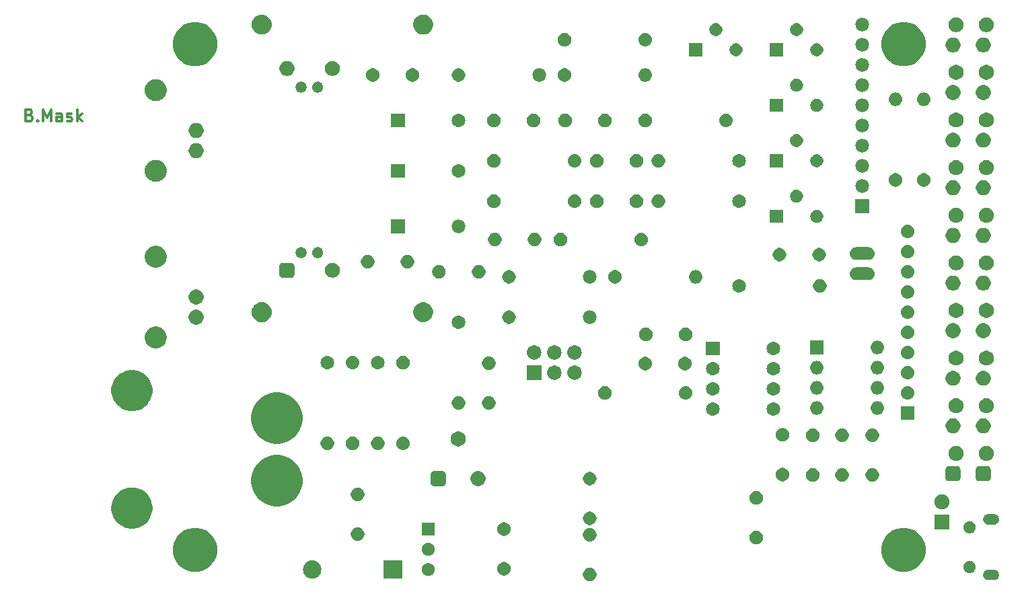
<source format=gbs>
G04 #@! TF.GenerationSoftware,KiCad,Pcbnew,(5.0.2)-1*
G04 #@! TF.CreationDate,2019-09-08T08:12:19-05:00*
G04 #@! TF.ProjectId,qrp_wattmeter,7172705f-7761-4747-946d-657465722e6b,rev?*
G04 #@! TF.SameCoordinates,Original*
G04 #@! TF.FileFunction,Soldermask,Bot*
G04 #@! TF.FilePolarity,Negative*
%FSLAX46Y46*%
G04 Gerber Fmt 4.6, Leading zero omitted, Abs format (unit mm)*
G04 Created by KiCad (PCBNEW (5.0.2)-1) date 9/8/2019 8:12:19 AM*
%MOMM*%
%LPD*%
G01*
G04 APERTURE LIST*
%ADD10C,0.300000*%
%ADD11C,0.150000*%
G04 APERTURE END LIST*
D10*
X67942200Y-73629057D02*
X68156485Y-73700485D01*
X68227914Y-73771914D01*
X68299342Y-73914771D01*
X68299342Y-74129057D01*
X68227914Y-74271914D01*
X68156485Y-74343342D01*
X68013628Y-74414771D01*
X67442200Y-74414771D01*
X67442200Y-72914771D01*
X67942200Y-72914771D01*
X68085057Y-72986200D01*
X68156485Y-73057628D01*
X68227914Y-73200485D01*
X68227914Y-73343342D01*
X68156485Y-73486200D01*
X68085057Y-73557628D01*
X67942200Y-73629057D01*
X67442200Y-73629057D01*
X68942200Y-74271914D02*
X69013628Y-74343342D01*
X68942200Y-74414771D01*
X68870771Y-74343342D01*
X68942200Y-74271914D01*
X68942200Y-74414771D01*
X69656485Y-74414771D02*
X69656485Y-72914771D01*
X70156485Y-73986200D01*
X70656485Y-72914771D01*
X70656485Y-74414771D01*
X72013628Y-74414771D02*
X72013628Y-73629057D01*
X71942200Y-73486200D01*
X71799342Y-73414771D01*
X71513628Y-73414771D01*
X71370771Y-73486200D01*
X72013628Y-74343342D02*
X71870771Y-74414771D01*
X71513628Y-74414771D01*
X71370771Y-74343342D01*
X71299342Y-74200485D01*
X71299342Y-74057628D01*
X71370771Y-73914771D01*
X71513628Y-73843342D01*
X71870771Y-73843342D01*
X72013628Y-73771914D01*
X72656485Y-74343342D02*
X72799342Y-74414771D01*
X73085057Y-74414771D01*
X73227914Y-74343342D01*
X73299342Y-74200485D01*
X73299342Y-74129057D01*
X73227914Y-73986200D01*
X73085057Y-73914771D01*
X72870771Y-73914771D01*
X72727914Y-73843342D01*
X72656485Y-73700485D01*
X72656485Y-73629057D01*
X72727914Y-73486200D01*
X72870771Y-73414771D01*
X73085057Y-73414771D01*
X73227914Y-73486200D01*
X73942200Y-74414771D02*
X73942200Y-72914771D01*
X74085057Y-73843342D02*
X74513628Y-74414771D01*
X74513628Y-73414771D02*
X73942200Y-73986200D01*
D11*
G36*
X138678228Y-130626703D02*
X138833100Y-130690853D01*
X138972481Y-130783985D01*
X139091015Y-130902519D01*
X139184147Y-131041900D01*
X139248297Y-131196772D01*
X139281000Y-131361184D01*
X139281000Y-131528816D01*
X139248297Y-131693228D01*
X139184147Y-131848100D01*
X139091015Y-131987481D01*
X138972481Y-132106015D01*
X138833100Y-132199147D01*
X138678228Y-132263297D01*
X138513816Y-132296000D01*
X138346184Y-132296000D01*
X138181772Y-132263297D01*
X138026900Y-132199147D01*
X137887519Y-132106015D01*
X137768985Y-131987481D01*
X137675853Y-131848100D01*
X137611703Y-131693228D01*
X137579000Y-131528816D01*
X137579000Y-131361184D01*
X137611703Y-131196772D01*
X137675853Y-131041900D01*
X137768985Y-130902519D01*
X137887519Y-130783985D01*
X138026900Y-130690853D01*
X138181772Y-130626703D01*
X138346184Y-130594000D01*
X138513816Y-130594000D01*
X138678228Y-130626703D01*
X138678228Y-130626703D01*
G37*
G36*
X189358855Y-130852140D02*
X189422618Y-130858420D01*
X189504427Y-130883237D01*
X189545333Y-130895645D01*
X189645491Y-130949181D01*
X189658426Y-130956095D01*
X189757553Y-131037447D01*
X189838905Y-131136574D01*
X189838906Y-131136576D01*
X189899355Y-131249667D01*
X189900246Y-131252605D01*
X189936580Y-131372382D01*
X189949149Y-131500000D01*
X189936580Y-131627618D01*
X189936519Y-131627818D01*
X189899355Y-131750333D01*
X189887959Y-131771653D01*
X189838905Y-131863426D01*
X189757553Y-131962553D01*
X189658426Y-132043905D01*
X189658424Y-132043906D01*
X189545333Y-132104355D01*
X189504427Y-132116763D01*
X189422618Y-132141580D01*
X189358855Y-132147860D01*
X189326974Y-132151000D01*
X188563026Y-132151000D01*
X188531145Y-132147860D01*
X188467382Y-132141580D01*
X188385573Y-132116763D01*
X188344667Y-132104355D01*
X188231576Y-132043906D01*
X188231574Y-132043905D01*
X188132447Y-131962553D01*
X188051095Y-131863426D01*
X188002041Y-131771653D01*
X187990645Y-131750333D01*
X187953481Y-131627818D01*
X187953420Y-131627618D01*
X187940851Y-131500000D01*
X187953420Y-131372382D01*
X187989754Y-131252605D01*
X187990645Y-131249667D01*
X188051094Y-131136576D01*
X188051095Y-131136574D01*
X188132447Y-131037447D01*
X188231574Y-130956095D01*
X188244509Y-130949181D01*
X188344667Y-130895645D01*
X188385573Y-130883237D01*
X188467382Y-130858420D01*
X188531145Y-130852140D01*
X188563026Y-130849000D01*
X189326974Y-130849000D01*
X189358855Y-130852140D01*
X189358855Y-130852140D01*
G37*
G36*
X103629180Y-129665662D02*
X103730635Y-129675654D01*
X103947600Y-129741470D01*
X103947602Y-129741471D01*
X103947605Y-129741472D01*
X104147556Y-129848347D01*
X104322818Y-129992182D01*
X104466653Y-130167444D01*
X104573528Y-130367395D01*
X104573529Y-130367398D01*
X104573530Y-130367400D01*
X104639346Y-130584365D01*
X104661569Y-130810000D01*
X104639346Y-131035635D01*
X104574419Y-131249668D01*
X104573528Y-131252605D01*
X104466653Y-131452556D01*
X104322818Y-131627818D01*
X104147556Y-131771653D01*
X103947605Y-131878528D01*
X103947602Y-131878529D01*
X103947600Y-131878530D01*
X103730635Y-131944346D01*
X103629180Y-131954338D01*
X103561545Y-131961000D01*
X103448455Y-131961000D01*
X103380820Y-131954338D01*
X103279365Y-131944346D01*
X103062400Y-131878530D01*
X103062398Y-131878529D01*
X103062395Y-131878528D01*
X102862444Y-131771653D01*
X102687182Y-131627818D01*
X102543347Y-131452556D01*
X102436472Y-131252605D01*
X102435581Y-131249668D01*
X102370654Y-131035635D01*
X102348431Y-130810000D01*
X102370654Y-130584365D01*
X102436470Y-130367400D01*
X102436471Y-130367398D01*
X102436472Y-130367395D01*
X102543347Y-130167444D01*
X102687182Y-129992182D01*
X102862444Y-129848347D01*
X103062395Y-129741472D01*
X103062398Y-129741471D01*
X103062400Y-129741470D01*
X103279365Y-129675654D01*
X103380820Y-129665662D01*
X103448455Y-129659000D01*
X103561545Y-129659000D01*
X103629180Y-129665662D01*
X103629180Y-129665662D01*
G37*
G36*
X114816000Y-131961000D02*
X112514000Y-131961000D01*
X112514000Y-129659000D01*
X114816000Y-129659000D01*
X114816000Y-131961000D01*
X114816000Y-131961000D01*
G37*
G36*
X118346560Y-130030166D02*
X118440278Y-130068985D01*
X118494153Y-130091301D01*
X118608108Y-130167444D01*
X118626985Y-130180057D01*
X118739943Y-130293015D01*
X118828700Y-130425849D01*
X118889834Y-130573440D01*
X118921000Y-130730122D01*
X118921000Y-130889878D01*
X118889834Y-131046560D01*
X118831380Y-131187682D01*
X118828699Y-131194153D01*
X118774010Y-131276000D01*
X118739943Y-131326985D01*
X118626985Y-131439943D01*
X118626982Y-131439945D01*
X118494153Y-131528699D01*
X118494152Y-131528700D01*
X118494151Y-131528700D01*
X118346560Y-131589834D01*
X118189878Y-131621000D01*
X118030122Y-131621000D01*
X117873440Y-131589834D01*
X117725849Y-131528700D01*
X117725848Y-131528700D01*
X117725847Y-131528699D01*
X117593018Y-131439945D01*
X117593015Y-131439943D01*
X117480057Y-131326985D01*
X117445990Y-131276000D01*
X117391301Y-131194153D01*
X117388621Y-131187682D01*
X117330166Y-131046560D01*
X117299000Y-130889878D01*
X117299000Y-130730122D01*
X117330166Y-130573440D01*
X117391300Y-130425849D01*
X117480057Y-130293015D01*
X117593015Y-130180057D01*
X117611892Y-130167444D01*
X117725847Y-130091301D01*
X117779723Y-130068985D01*
X117873440Y-130030166D01*
X118030122Y-129999000D01*
X118189878Y-129999000D01*
X118346560Y-130030166D01*
X118346560Y-130030166D01*
G37*
G36*
X127883228Y-129911703D02*
X128038100Y-129975853D01*
X128177481Y-130068985D01*
X128296015Y-130187519D01*
X128389147Y-130326900D01*
X128453297Y-130481772D01*
X128486000Y-130646184D01*
X128486000Y-130813816D01*
X128453297Y-130978228D01*
X128389147Y-131133100D01*
X128296015Y-131272481D01*
X128177481Y-131391015D01*
X128038100Y-131484147D01*
X127883228Y-131548297D01*
X127718816Y-131581000D01*
X127551184Y-131581000D01*
X127386772Y-131548297D01*
X127231900Y-131484147D01*
X127092519Y-131391015D01*
X126973985Y-131272481D01*
X126880853Y-131133100D01*
X126816703Y-130978228D01*
X126784000Y-130813816D01*
X126784000Y-130646184D01*
X126816703Y-130481772D01*
X126880853Y-130326900D01*
X126973985Y-130187519D01*
X127092519Y-130068985D01*
X127231900Y-129975853D01*
X127386772Y-129911703D01*
X127551184Y-129879000D01*
X127718816Y-129879000D01*
X127883228Y-129911703D01*
X127883228Y-129911703D01*
G37*
G36*
X186471349Y-129753820D02*
X186471352Y-129753821D01*
X186471351Y-129753821D01*
X186612574Y-129812317D01*
X186737956Y-129896095D01*
X186739674Y-129897243D01*
X186847757Y-130005326D01*
X186847759Y-130005329D01*
X186932683Y-130132426D01*
X186947188Y-130167445D01*
X186991180Y-130273651D01*
X187021000Y-130423569D01*
X187021000Y-130576431D01*
X186991180Y-130726349D01*
X186991179Y-130726351D01*
X186932683Y-130867574D01*
X186917780Y-130889878D01*
X186847757Y-130994674D01*
X186739674Y-131102757D01*
X186739671Y-131102759D01*
X186612574Y-131187683D01*
X186503343Y-131232927D01*
X186471349Y-131246180D01*
X186321431Y-131276000D01*
X186168569Y-131276000D01*
X186018651Y-131246180D01*
X185986657Y-131232927D01*
X185877426Y-131187683D01*
X185750329Y-131102759D01*
X185750326Y-131102757D01*
X185642243Y-130994674D01*
X185572220Y-130889878D01*
X185557317Y-130867574D01*
X185498821Y-130726351D01*
X185498820Y-130726349D01*
X185469000Y-130576431D01*
X185469000Y-130423569D01*
X185498820Y-130273651D01*
X185542812Y-130167445D01*
X185557317Y-130132426D01*
X185642241Y-130005329D01*
X185642243Y-130005326D01*
X185750326Y-129897243D01*
X185752044Y-129896095D01*
X185877426Y-129812317D01*
X186018649Y-129753821D01*
X186018648Y-129753821D01*
X186018651Y-129753820D01*
X186168569Y-129724000D01*
X186321431Y-129724000D01*
X186471349Y-129753820D01*
X186471349Y-129753820D01*
G37*
G36*
X89584333Y-125671591D02*
X90090533Y-125881266D01*
X90546106Y-126185670D01*
X90933530Y-126573094D01*
X91237934Y-127028667D01*
X91447609Y-127534867D01*
X91554500Y-128072245D01*
X91554500Y-128620155D01*
X91447609Y-129157533D01*
X91237934Y-129663733D01*
X90933530Y-130119306D01*
X90546106Y-130506730D01*
X90090533Y-130811134D01*
X89584333Y-131020809D01*
X89046955Y-131127700D01*
X88499045Y-131127700D01*
X87961667Y-131020809D01*
X87455467Y-130811134D01*
X86999894Y-130506730D01*
X86612470Y-130119306D01*
X86308066Y-129663733D01*
X86098391Y-129157533D01*
X85991500Y-128620155D01*
X85991500Y-128072245D01*
X86098391Y-127534867D01*
X86308066Y-127028667D01*
X86612470Y-126573094D01*
X86999894Y-126185670D01*
X87455467Y-125881266D01*
X87961667Y-125671591D01*
X88499045Y-125564700D01*
X89046955Y-125564700D01*
X89584333Y-125671591D01*
X89584333Y-125671591D01*
G37*
G36*
X178738333Y-125671591D02*
X179244533Y-125881266D01*
X179700106Y-126185670D01*
X180087530Y-126573094D01*
X180391934Y-127028667D01*
X180601609Y-127534867D01*
X180708500Y-128072245D01*
X180708500Y-128620155D01*
X180601609Y-129157533D01*
X180391934Y-129663733D01*
X180087530Y-130119306D01*
X179700106Y-130506730D01*
X179244533Y-130811134D01*
X178738333Y-131020809D01*
X178200955Y-131127700D01*
X177653045Y-131127700D01*
X177115667Y-131020809D01*
X176609467Y-130811134D01*
X176153894Y-130506730D01*
X175766470Y-130119306D01*
X175462066Y-129663733D01*
X175252391Y-129157533D01*
X175145500Y-128620155D01*
X175145500Y-128072245D01*
X175252391Y-127534867D01*
X175462066Y-127028667D01*
X175766470Y-126573094D01*
X176153894Y-126185670D01*
X176609467Y-125881266D01*
X177115667Y-125671591D01*
X177653045Y-125564700D01*
X178200955Y-125564700D01*
X178738333Y-125671591D01*
X178738333Y-125671591D01*
G37*
G36*
X118346560Y-127490166D02*
X118484125Y-127547147D01*
X118494153Y-127551301D01*
X118583941Y-127611296D01*
X118626985Y-127640057D01*
X118739943Y-127753015D01*
X118828700Y-127885849D01*
X118889834Y-128033440D01*
X118921000Y-128190122D01*
X118921000Y-128349878D01*
X118889834Y-128506560D01*
X118828700Y-128654151D01*
X118739943Y-128786985D01*
X118626985Y-128899943D01*
X118626982Y-128899945D01*
X118494153Y-128988699D01*
X118494152Y-128988700D01*
X118494151Y-128988700D01*
X118346560Y-129049834D01*
X118189878Y-129081000D01*
X118030122Y-129081000D01*
X117873440Y-129049834D01*
X117725849Y-128988700D01*
X117725848Y-128988700D01*
X117725847Y-128988699D01*
X117593018Y-128899945D01*
X117593015Y-128899943D01*
X117480057Y-128786985D01*
X117391300Y-128654151D01*
X117330166Y-128506560D01*
X117299000Y-128349878D01*
X117299000Y-128190122D01*
X117330166Y-128033440D01*
X117391300Y-127885849D01*
X117480057Y-127753015D01*
X117593015Y-127640057D01*
X117636059Y-127611296D01*
X117725847Y-127551301D01*
X117735876Y-127547147D01*
X117873440Y-127490166D01*
X118030122Y-127459000D01*
X118189878Y-127459000D01*
X118346560Y-127490166D01*
X118346560Y-127490166D01*
G37*
G36*
X159633228Y-125974703D02*
X159788100Y-126038853D01*
X159927481Y-126131985D01*
X160046015Y-126250519D01*
X160139147Y-126389900D01*
X160203297Y-126544772D01*
X160236000Y-126709184D01*
X160236000Y-126876816D01*
X160203297Y-127041228D01*
X160139147Y-127196100D01*
X160046015Y-127335481D01*
X159927481Y-127454015D01*
X159788100Y-127547147D01*
X159633228Y-127611297D01*
X159468816Y-127644000D01*
X159301184Y-127644000D01*
X159136772Y-127611297D01*
X158981900Y-127547147D01*
X158842519Y-127454015D01*
X158723985Y-127335481D01*
X158630853Y-127196100D01*
X158566703Y-127041228D01*
X158534000Y-126876816D01*
X158534000Y-126709184D01*
X158566703Y-126544772D01*
X158630853Y-126389900D01*
X158723985Y-126250519D01*
X158842519Y-126131985D01*
X158981900Y-126038853D01*
X159136772Y-125974703D01*
X159301184Y-125942000D01*
X159468816Y-125942000D01*
X159633228Y-125974703D01*
X159633228Y-125974703D01*
G37*
G36*
X138678228Y-125626703D02*
X138833100Y-125690853D01*
X138972481Y-125783985D01*
X139091015Y-125902519D01*
X139184147Y-126041900D01*
X139248297Y-126196772D01*
X139281000Y-126361184D01*
X139281000Y-126528816D01*
X139248297Y-126693228D01*
X139184147Y-126848100D01*
X139091015Y-126987481D01*
X138972481Y-127106015D01*
X138833100Y-127199147D01*
X138678228Y-127263297D01*
X138513816Y-127296000D01*
X138346184Y-127296000D01*
X138181772Y-127263297D01*
X138026900Y-127199147D01*
X137887519Y-127106015D01*
X137768985Y-126987481D01*
X137675853Y-126848100D01*
X137611703Y-126693228D01*
X137579000Y-126528816D01*
X137579000Y-126361184D01*
X137611703Y-126196772D01*
X137675853Y-126041900D01*
X137768985Y-125902519D01*
X137887519Y-125783985D01*
X138026900Y-125690853D01*
X138181772Y-125626703D01*
X138346184Y-125594000D01*
X138513816Y-125594000D01*
X138678228Y-125626703D01*
X138678228Y-125626703D01*
G37*
G36*
X109468228Y-125546703D02*
X109623100Y-125610853D01*
X109762481Y-125703985D01*
X109881015Y-125822519D01*
X109974147Y-125961900D01*
X110038297Y-126116772D01*
X110071000Y-126281184D01*
X110071000Y-126448816D01*
X110038297Y-126613228D01*
X109974147Y-126768100D01*
X109881015Y-126907481D01*
X109762481Y-127026015D01*
X109623100Y-127119147D01*
X109468228Y-127183297D01*
X109303816Y-127216000D01*
X109136184Y-127216000D01*
X108971772Y-127183297D01*
X108816900Y-127119147D01*
X108677519Y-127026015D01*
X108558985Y-126907481D01*
X108465853Y-126768100D01*
X108401703Y-126613228D01*
X108369000Y-126448816D01*
X108369000Y-126281184D01*
X108401703Y-126116772D01*
X108465853Y-125961900D01*
X108558985Y-125822519D01*
X108677519Y-125703985D01*
X108816900Y-125610853D01*
X108971772Y-125546703D01*
X109136184Y-125514000D01*
X109303816Y-125514000D01*
X109468228Y-125546703D01*
X109468228Y-125546703D01*
G37*
G36*
X127883228Y-124911703D02*
X128038100Y-124975853D01*
X128177481Y-125068985D01*
X128296015Y-125187519D01*
X128389147Y-125326900D01*
X128453297Y-125481772D01*
X128486000Y-125646184D01*
X128486000Y-125813816D01*
X128453297Y-125978228D01*
X128389147Y-126133100D01*
X128296015Y-126272481D01*
X128177481Y-126391015D01*
X128038100Y-126484147D01*
X127883228Y-126548297D01*
X127718816Y-126581000D01*
X127551184Y-126581000D01*
X127386772Y-126548297D01*
X127231900Y-126484147D01*
X127092519Y-126391015D01*
X126973985Y-126272481D01*
X126880853Y-126133100D01*
X126816703Y-125978228D01*
X126784000Y-125813816D01*
X126784000Y-125646184D01*
X126816703Y-125481772D01*
X126880853Y-125326900D01*
X126973985Y-125187519D01*
X127092519Y-125068985D01*
X127231900Y-124975853D01*
X127386772Y-124911703D01*
X127551184Y-124879000D01*
X127718816Y-124879000D01*
X127883228Y-124911703D01*
X127883228Y-124911703D01*
G37*
G36*
X118921000Y-126541000D02*
X117299000Y-126541000D01*
X117299000Y-124919000D01*
X118921000Y-124919000D01*
X118921000Y-126541000D01*
X118921000Y-126541000D01*
G37*
G36*
X186471349Y-124753820D02*
X186471352Y-124753821D01*
X186471351Y-124753821D01*
X186612574Y-124812317D01*
X186737956Y-124896095D01*
X186739674Y-124897243D01*
X186847757Y-125005326D01*
X186847759Y-125005329D01*
X186932683Y-125132426D01*
X186955503Y-125187519D01*
X186991180Y-125273651D01*
X187021000Y-125423569D01*
X187021000Y-125576431D01*
X186991180Y-125726349D01*
X186991179Y-125726351D01*
X186932683Y-125867574D01*
X186909333Y-125902519D01*
X186847757Y-125994674D01*
X186739674Y-126102757D01*
X186739671Y-126102759D01*
X186612574Y-126187683D01*
X186503343Y-126232927D01*
X186471349Y-126246180D01*
X186321431Y-126276000D01*
X186168569Y-126276000D01*
X186018651Y-126246180D01*
X185986657Y-126232927D01*
X185877426Y-126187683D01*
X185750329Y-126102759D01*
X185750326Y-126102757D01*
X185642243Y-125994674D01*
X185580667Y-125902519D01*
X185557317Y-125867574D01*
X185498821Y-125726351D01*
X185498820Y-125726349D01*
X185469000Y-125576431D01*
X185469000Y-125423569D01*
X185498820Y-125273651D01*
X185534497Y-125187519D01*
X185557317Y-125132426D01*
X185642241Y-125005329D01*
X185642243Y-125005326D01*
X185750326Y-124897243D01*
X185752044Y-124896095D01*
X185877426Y-124812317D01*
X186018649Y-124753821D01*
X186018648Y-124753821D01*
X186018651Y-124753820D01*
X186168569Y-124724000D01*
X186321431Y-124724000D01*
X186471349Y-124753820D01*
X186471349Y-124753820D01*
G37*
G36*
X183704000Y-125792000D02*
X181802000Y-125792000D01*
X181802000Y-123890000D01*
X183704000Y-123890000D01*
X183704000Y-125792000D01*
X183704000Y-125792000D01*
G37*
G36*
X81325856Y-120546703D02*
X81578567Y-120596970D01*
X82050099Y-120792285D01*
X82323107Y-120974704D01*
X82474469Y-121075841D01*
X82835359Y-121436731D01*
X82835361Y-121436734D01*
X83118915Y-121861101D01*
X83265919Y-122216000D01*
X83314230Y-122332634D01*
X83397541Y-122751466D01*
X83413800Y-122833209D01*
X83413800Y-123343591D01*
X83314230Y-123844167D01*
X83118915Y-124315699D01*
X82910089Y-124628228D01*
X82835359Y-124740069D01*
X82474469Y-125100959D01*
X82474466Y-125100961D01*
X82050099Y-125384515D01*
X81578567Y-125579830D01*
X81422603Y-125610853D01*
X81077993Y-125679400D01*
X80567607Y-125679400D01*
X80222997Y-125610853D01*
X80067033Y-125579830D01*
X79595501Y-125384515D01*
X79171134Y-125100961D01*
X79171131Y-125100959D01*
X78810241Y-124740069D01*
X78735511Y-124628228D01*
X78526685Y-124315699D01*
X78331370Y-123844167D01*
X78231800Y-123343591D01*
X78231800Y-122833209D01*
X78248060Y-122751466D01*
X78331370Y-122332634D01*
X78379681Y-122216000D01*
X78526685Y-121861101D01*
X78810239Y-121436734D01*
X78810241Y-121436731D01*
X79171131Y-121075841D01*
X79322493Y-120974704D01*
X79595501Y-120792285D01*
X80067033Y-120596970D01*
X80319744Y-120546703D01*
X80567607Y-120497400D01*
X81077993Y-120497400D01*
X81325856Y-120546703D01*
X81325856Y-120546703D01*
G37*
G36*
X138678228Y-123561703D02*
X138833100Y-123625853D01*
X138972481Y-123718985D01*
X139091015Y-123837519D01*
X139184147Y-123976900D01*
X139248297Y-124131772D01*
X139281000Y-124296184D01*
X139281000Y-124463816D01*
X139248297Y-124628228D01*
X139184147Y-124783100D01*
X139091015Y-124922481D01*
X138972481Y-125041015D01*
X138833100Y-125134147D01*
X138678228Y-125198297D01*
X138513816Y-125231000D01*
X138346184Y-125231000D01*
X138181772Y-125198297D01*
X138026900Y-125134147D01*
X137887519Y-125041015D01*
X137768985Y-124922481D01*
X137675853Y-124783100D01*
X137611703Y-124628228D01*
X137579000Y-124463816D01*
X137579000Y-124296184D01*
X137611703Y-124131772D01*
X137675853Y-123976900D01*
X137768985Y-123837519D01*
X137887519Y-123718985D01*
X138026900Y-123625853D01*
X138181772Y-123561703D01*
X138346184Y-123529000D01*
X138513816Y-123529000D01*
X138678228Y-123561703D01*
X138678228Y-123561703D01*
G37*
G36*
X189358855Y-123852140D02*
X189422618Y-123858420D01*
X189504427Y-123883237D01*
X189545333Y-123895645D01*
X189645491Y-123949181D01*
X189658426Y-123956095D01*
X189757553Y-124037447D01*
X189838905Y-124136574D01*
X189838906Y-124136576D01*
X189899355Y-124249667D01*
X189899355Y-124249668D01*
X189936580Y-124372382D01*
X189949149Y-124500000D01*
X189936580Y-124627618D01*
X189911763Y-124709427D01*
X189899355Y-124750333D01*
X189866223Y-124812318D01*
X189838905Y-124863426D01*
X189757553Y-124962553D01*
X189658426Y-125043905D01*
X189658424Y-125043906D01*
X189545333Y-125104355D01*
X189504427Y-125116763D01*
X189422618Y-125141580D01*
X189358855Y-125147860D01*
X189326974Y-125151000D01*
X188563026Y-125151000D01*
X188531145Y-125147860D01*
X188467382Y-125141580D01*
X188385573Y-125116763D01*
X188344667Y-125104355D01*
X188231576Y-125043906D01*
X188231574Y-125043905D01*
X188132447Y-124962553D01*
X188051095Y-124863426D01*
X188023777Y-124812318D01*
X187990645Y-124750333D01*
X187978237Y-124709427D01*
X187953420Y-124627618D01*
X187940851Y-124500000D01*
X187953420Y-124372382D01*
X187990645Y-124249668D01*
X187990645Y-124249667D01*
X188051094Y-124136576D01*
X188051095Y-124136574D01*
X188132447Y-124037447D01*
X188231574Y-123956095D01*
X188244509Y-123949181D01*
X188344667Y-123895645D01*
X188385573Y-123883237D01*
X188467382Y-123858420D01*
X188531145Y-123852140D01*
X188563026Y-123849000D01*
X189326974Y-123849000D01*
X189358855Y-123852140D01*
X189358855Y-123852140D01*
G37*
G36*
X183030396Y-121386546D02*
X183203466Y-121458234D01*
X183359230Y-121562312D01*
X183491688Y-121694770D01*
X183595766Y-121850534D01*
X183667454Y-122023604D01*
X183704000Y-122207333D01*
X183704000Y-122394667D01*
X183667454Y-122578396D01*
X183595766Y-122751466D01*
X183491688Y-122907230D01*
X183359230Y-123039688D01*
X183203466Y-123143766D01*
X183030396Y-123215454D01*
X182846667Y-123252000D01*
X182659333Y-123252000D01*
X182475604Y-123215454D01*
X182302534Y-123143766D01*
X182146770Y-123039688D01*
X182014312Y-122907230D01*
X181910234Y-122751466D01*
X181838546Y-122578396D01*
X181802000Y-122394667D01*
X181802000Y-122207333D01*
X181838546Y-122023604D01*
X181910234Y-121850534D01*
X182014312Y-121694770D01*
X182146770Y-121562312D01*
X182302534Y-121458234D01*
X182475604Y-121386546D01*
X182659333Y-121350000D01*
X182846667Y-121350000D01*
X183030396Y-121386546D01*
X183030396Y-121386546D01*
G37*
G36*
X100000989Y-116531973D02*
X100588083Y-116775155D01*
X101116458Y-117128204D01*
X101565796Y-117577542D01*
X101918845Y-118105917D01*
X102162027Y-118693011D01*
X102286000Y-119316265D01*
X102286000Y-119951735D01*
X102162027Y-120574989D01*
X101918845Y-121162083D01*
X101565796Y-121690458D01*
X101116458Y-122139796D01*
X100588083Y-122492845D01*
X100000989Y-122736027D01*
X99377735Y-122860000D01*
X98742265Y-122860000D01*
X98119011Y-122736027D01*
X97531917Y-122492845D01*
X97003542Y-122139796D01*
X96554204Y-121690458D01*
X96201155Y-121162083D01*
X95957973Y-120574989D01*
X95834000Y-119951735D01*
X95834000Y-119316265D01*
X95957973Y-118693011D01*
X96201155Y-118105917D01*
X96554204Y-117577542D01*
X97003542Y-117128204D01*
X97531917Y-116775155D01*
X98119011Y-116531973D01*
X98742265Y-116408000D01*
X99377735Y-116408000D01*
X100000989Y-116531973D01*
X100000989Y-116531973D01*
G37*
G36*
X159633228Y-120974703D02*
X159788100Y-121038853D01*
X159927481Y-121131985D01*
X160046015Y-121250519D01*
X160139147Y-121389900D01*
X160203297Y-121544772D01*
X160236000Y-121709184D01*
X160236000Y-121876816D01*
X160203297Y-122041228D01*
X160139147Y-122196100D01*
X160046015Y-122335481D01*
X159927481Y-122454015D01*
X159788100Y-122547147D01*
X159633228Y-122611297D01*
X159468816Y-122644000D01*
X159301184Y-122644000D01*
X159136772Y-122611297D01*
X158981900Y-122547147D01*
X158842519Y-122454015D01*
X158723985Y-122335481D01*
X158630853Y-122196100D01*
X158566703Y-122041228D01*
X158534000Y-121876816D01*
X158534000Y-121709184D01*
X158566703Y-121544772D01*
X158630853Y-121389900D01*
X158723985Y-121250519D01*
X158842519Y-121131985D01*
X158981900Y-121038853D01*
X159136772Y-120974703D01*
X159301184Y-120942000D01*
X159468816Y-120942000D01*
X159633228Y-120974703D01*
X159633228Y-120974703D01*
G37*
G36*
X109468228Y-120546703D02*
X109623100Y-120610853D01*
X109762481Y-120703985D01*
X109881015Y-120822519D01*
X109974147Y-120961900D01*
X110038297Y-121116772D01*
X110071000Y-121281184D01*
X110071000Y-121448816D01*
X110038297Y-121613228D01*
X109974147Y-121768100D01*
X109881015Y-121907481D01*
X109762481Y-122026015D01*
X109623100Y-122119147D01*
X109468228Y-122183297D01*
X109303816Y-122216000D01*
X109136184Y-122216000D01*
X108971772Y-122183297D01*
X108816900Y-122119147D01*
X108677519Y-122026015D01*
X108558985Y-121907481D01*
X108465853Y-121768100D01*
X108401703Y-121613228D01*
X108369000Y-121448816D01*
X108369000Y-121281184D01*
X108401703Y-121116772D01*
X108465853Y-120961900D01*
X108558985Y-120822519D01*
X108677519Y-120703985D01*
X108816900Y-120610853D01*
X108971772Y-120546703D01*
X109136184Y-120514000D01*
X109303816Y-120514000D01*
X109468228Y-120546703D01*
X109468228Y-120546703D01*
G37*
G36*
X124654188Y-118476123D02*
X124825257Y-118546983D01*
X124979216Y-118649855D01*
X125110145Y-118780784D01*
X125213017Y-118934743D01*
X125283877Y-119105812D01*
X125320000Y-119287417D01*
X125320000Y-119472583D01*
X125283877Y-119654188D01*
X125213017Y-119825257D01*
X125110145Y-119979216D01*
X124979216Y-120110145D01*
X124825257Y-120213017D01*
X124654188Y-120283877D01*
X124472583Y-120320000D01*
X124287417Y-120320000D01*
X124105812Y-120283877D01*
X123934743Y-120213017D01*
X123780784Y-120110145D01*
X123649855Y-119979216D01*
X123546983Y-119825257D01*
X123476123Y-119654188D01*
X123440000Y-119472583D01*
X123440000Y-119287417D01*
X123476123Y-119105812D01*
X123546983Y-118934743D01*
X123649855Y-118780784D01*
X123780784Y-118649855D01*
X123934743Y-118546983D01*
X124105812Y-118476123D01*
X124287417Y-118440000D01*
X124472583Y-118440000D01*
X124654188Y-118476123D01*
X124654188Y-118476123D01*
G37*
G36*
X119991880Y-118448423D02*
X120068216Y-118471579D01*
X120138555Y-118509176D01*
X120200218Y-118559782D01*
X120250824Y-118621445D01*
X120288421Y-118691784D01*
X120311577Y-118768120D01*
X120320000Y-118853640D01*
X120320000Y-119906360D01*
X120311577Y-119991880D01*
X120288421Y-120068216D01*
X120250824Y-120138555D01*
X120200218Y-120200218D01*
X120138555Y-120250824D01*
X120068216Y-120288421D01*
X119991880Y-120311577D01*
X119906360Y-120320000D01*
X118853640Y-120320000D01*
X118768120Y-120311577D01*
X118691784Y-120288421D01*
X118621445Y-120250824D01*
X118559782Y-120200218D01*
X118509176Y-120138555D01*
X118471579Y-120068216D01*
X118448423Y-119991880D01*
X118440000Y-119906360D01*
X118440000Y-118853640D01*
X118448423Y-118768120D01*
X118471579Y-118691784D01*
X118509176Y-118621445D01*
X118559782Y-118559782D01*
X118621445Y-118509176D01*
X118691784Y-118471579D01*
X118768120Y-118448423D01*
X118853640Y-118440000D01*
X119906360Y-118440000D01*
X119991880Y-118448423D01*
X119991880Y-118448423D01*
G37*
G36*
X138678228Y-118561703D02*
X138833100Y-118625853D01*
X138972481Y-118718985D01*
X139091015Y-118837519D01*
X139184147Y-118976900D01*
X139248297Y-119131772D01*
X139281000Y-119296184D01*
X139281000Y-119463816D01*
X139248297Y-119628228D01*
X139184147Y-119783100D01*
X139091015Y-119922481D01*
X138972481Y-120041015D01*
X138833100Y-120134147D01*
X138678228Y-120198297D01*
X138513816Y-120231000D01*
X138346184Y-120231000D01*
X138181772Y-120198297D01*
X138026900Y-120134147D01*
X137887519Y-120041015D01*
X137768985Y-119922481D01*
X137675853Y-119783100D01*
X137611703Y-119628228D01*
X137579000Y-119463816D01*
X137579000Y-119296184D01*
X137611703Y-119131772D01*
X137675853Y-118976900D01*
X137768985Y-118837519D01*
X137887519Y-118718985D01*
X138026900Y-118625853D01*
X138181772Y-118561703D01*
X138346184Y-118529000D01*
X138513816Y-118529000D01*
X138678228Y-118561703D01*
X138678228Y-118561703D01*
G37*
G36*
X174238228Y-118100703D02*
X174393100Y-118164853D01*
X174532481Y-118257985D01*
X174651015Y-118376519D01*
X174744147Y-118515900D01*
X174808297Y-118670772D01*
X174841000Y-118835184D01*
X174841000Y-119002816D01*
X174808297Y-119167228D01*
X174744147Y-119322100D01*
X174651015Y-119461481D01*
X174532481Y-119580015D01*
X174393100Y-119673147D01*
X174238228Y-119737297D01*
X174073816Y-119770000D01*
X173906184Y-119770000D01*
X173741772Y-119737297D01*
X173586900Y-119673147D01*
X173447519Y-119580015D01*
X173328985Y-119461481D01*
X173235853Y-119322100D01*
X173171703Y-119167228D01*
X173139000Y-119002816D01*
X173139000Y-118835184D01*
X173171703Y-118670772D01*
X173235853Y-118515900D01*
X173328985Y-118376519D01*
X173447519Y-118257985D01*
X173586900Y-118164853D01*
X173741772Y-118100703D01*
X173906184Y-118068000D01*
X174073816Y-118068000D01*
X174238228Y-118100703D01*
X174238228Y-118100703D01*
G37*
G36*
X166745228Y-118100703D02*
X166900100Y-118164853D01*
X167039481Y-118257985D01*
X167158015Y-118376519D01*
X167251147Y-118515900D01*
X167315297Y-118670772D01*
X167348000Y-118835184D01*
X167348000Y-119002816D01*
X167315297Y-119167228D01*
X167251147Y-119322100D01*
X167158015Y-119461481D01*
X167039481Y-119580015D01*
X166900100Y-119673147D01*
X166745228Y-119737297D01*
X166580816Y-119770000D01*
X166413184Y-119770000D01*
X166248772Y-119737297D01*
X166093900Y-119673147D01*
X165954519Y-119580015D01*
X165835985Y-119461481D01*
X165742853Y-119322100D01*
X165678703Y-119167228D01*
X165646000Y-119002816D01*
X165646000Y-118835184D01*
X165678703Y-118670772D01*
X165742853Y-118515900D01*
X165835985Y-118376519D01*
X165954519Y-118257985D01*
X166093900Y-118164853D01*
X166248772Y-118100703D01*
X166413184Y-118068000D01*
X166580816Y-118068000D01*
X166745228Y-118100703D01*
X166745228Y-118100703D01*
G37*
G36*
X170428228Y-118100703D02*
X170583100Y-118164853D01*
X170722481Y-118257985D01*
X170841015Y-118376519D01*
X170934147Y-118515900D01*
X170998297Y-118670772D01*
X171031000Y-118835184D01*
X171031000Y-119002816D01*
X170998297Y-119167228D01*
X170934147Y-119322100D01*
X170841015Y-119461481D01*
X170722481Y-119580015D01*
X170583100Y-119673147D01*
X170428228Y-119737297D01*
X170263816Y-119770000D01*
X170096184Y-119770000D01*
X169931772Y-119737297D01*
X169776900Y-119673147D01*
X169637519Y-119580015D01*
X169518985Y-119461481D01*
X169425853Y-119322100D01*
X169361703Y-119167228D01*
X169329000Y-119002816D01*
X169329000Y-118835184D01*
X169361703Y-118670772D01*
X169425853Y-118515900D01*
X169518985Y-118376519D01*
X169637519Y-118257985D01*
X169776900Y-118164853D01*
X169931772Y-118100703D01*
X170096184Y-118068000D01*
X170263816Y-118068000D01*
X170428228Y-118100703D01*
X170428228Y-118100703D01*
G37*
G36*
X162935228Y-118053703D02*
X163090100Y-118117853D01*
X163229481Y-118210985D01*
X163348015Y-118329519D01*
X163441147Y-118468900D01*
X163505297Y-118623772D01*
X163538000Y-118788184D01*
X163538000Y-118955816D01*
X163505297Y-119120228D01*
X163441147Y-119275100D01*
X163348015Y-119414481D01*
X163229481Y-119533015D01*
X163090100Y-119626147D01*
X162935228Y-119690297D01*
X162770816Y-119723000D01*
X162603184Y-119723000D01*
X162438772Y-119690297D01*
X162283900Y-119626147D01*
X162144519Y-119533015D01*
X162025985Y-119414481D01*
X161932853Y-119275100D01*
X161868703Y-119120228D01*
X161836000Y-118955816D01*
X161836000Y-118788184D01*
X161868703Y-118623772D01*
X161932853Y-118468900D01*
X162025985Y-118329519D01*
X162144519Y-118210985D01*
X162283900Y-118117853D01*
X162438772Y-118053703D01*
X162603184Y-118021000D01*
X162770816Y-118021000D01*
X162935228Y-118053703D01*
X162935228Y-118053703D01*
G37*
G36*
X188571880Y-117813423D02*
X188648216Y-117836579D01*
X188718555Y-117874176D01*
X188780218Y-117924782D01*
X188830824Y-117986445D01*
X188868421Y-118056784D01*
X188891577Y-118133120D01*
X188900000Y-118218640D01*
X188900000Y-119271360D01*
X188891577Y-119356880D01*
X188868421Y-119433216D01*
X188830824Y-119503555D01*
X188780218Y-119565218D01*
X188718555Y-119615824D01*
X188648216Y-119653421D01*
X188571880Y-119676577D01*
X188486360Y-119685000D01*
X187433640Y-119685000D01*
X187348120Y-119676577D01*
X187271784Y-119653421D01*
X187201445Y-119615824D01*
X187139782Y-119565218D01*
X187089176Y-119503555D01*
X187051579Y-119433216D01*
X187028423Y-119356880D01*
X187020000Y-119271360D01*
X187020000Y-118218640D01*
X187028423Y-118133120D01*
X187051579Y-118056784D01*
X187089176Y-117986445D01*
X187139782Y-117924782D01*
X187201445Y-117874176D01*
X187271784Y-117836579D01*
X187348120Y-117813423D01*
X187433640Y-117805000D01*
X188486360Y-117805000D01*
X188571880Y-117813423D01*
X188571880Y-117813423D01*
G37*
G36*
X184761880Y-117813423D02*
X184838216Y-117836579D01*
X184908555Y-117874176D01*
X184970218Y-117924782D01*
X185020824Y-117986445D01*
X185058421Y-118056784D01*
X185081577Y-118133120D01*
X185090000Y-118218640D01*
X185090000Y-119271360D01*
X185081577Y-119356880D01*
X185058421Y-119433216D01*
X185020824Y-119503555D01*
X184970218Y-119565218D01*
X184908555Y-119615824D01*
X184838216Y-119653421D01*
X184761880Y-119676577D01*
X184676360Y-119685000D01*
X183623640Y-119685000D01*
X183538120Y-119676577D01*
X183461784Y-119653421D01*
X183391445Y-119615824D01*
X183329782Y-119565218D01*
X183279176Y-119503555D01*
X183241579Y-119433216D01*
X183218423Y-119356880D01*
X183210000Y-119271360D01*
X183210000Y-118218640D01*
X183218423Y-118133120D01*
X183241579Y-118056784D01*
X183279176Y-117986445D01*
X183329782Y-117924782D01*
X183391445Y-117874176D01*
X183461784Y-117836579D01*
X183538120Y-117813423D01*
X183623640Y-117805000D01*
X184676360Y-117805000D01*
X184761880Y-117813423D01*
X184761880Y-117813423D01*
G37*
G36*
X188615188Y-115301123D02*
X188786257Y-115371983D01*
X188940216Y-115474855D01*
X189071145Y-115605784D01*
X189174017Y-115759743D01*
X189244877Y-115930812D01*
X189281000Y-116112417D01*
X189281000Y-116297583D01*
X189244877Y-116479188D01*
X189174017Y-116650257D01*
X189071145Y-116804216D01*
X188940216Y-116935145D01*
X188786257Y-117038017D01*
X188615188Y-117108877D01*
X188433583Y-117145000D01*
X188248417Y-117145000D01*
X188066812Y-117108877D01*
X187895743Y-117038017D01*
X187741784Y-116935145D01*
X187610855Y-116804216D01*
X187507983Y-116650257D01*
X187437123Y-116479188D01*
X187401000Y-116297583D01*
X187401000Y-116112417D01*
X187437123Y-115930812D01*
X187507983Y-115759743D01*
X187610855Y-115605784D01*
X187741784Y-115474855D01*
X187895743Y-115371983D01*
X188066812Y-115301123D01*
X188248417Y-115265000D01*
X188433583Y-115265000D01*
X188615188Y-115301123D01*
X188615188Y-115301123D01*
G37*
G36*
X184805188Y-115301123D02*
X184976257Y-115371983D01*
X185130216Y-115474855D01*
X185261145Y-115605784D01*
X185364017Y-115759743D01*
X185434877Y-115930812D01*
X185471000Y-116112417D01*
X185471000Y-116297583D01*
X185434877Y-116479188D01*
X185364017Y-116650257D01*
X185261145Y-116804216D01*
X185130216Y-116935145D01*
X184976257Y-117038017D01*
X184805188Y-117108877D01*
X184623583Y-117145000D01*
X184438417Y-117145000D01*
X184256812Y-117108877D01*
X184085743Y-117038017D01*
X183931784Y-116935145D01*
X183800855Y-116804216D01*
X183697983Y-116650257D01*
X183627123Y-116479188D01*
X183591000Y-116297583D01*
X183591000Y-116112417D01*
X183627123Y-115930812D01*
X183697983Y-115759743D01*
X183800855Y-115605784D01*
X183931784Y-115474855D01*
X184085743Y-115371983D01*
X184256812Y-115301123D01*
X184438417Y-115265000D01*
X184623583Y-115265000D01*
X184805188Y-115301123D01*
X184805188Y-115301123D01*
G37*
G36*
X108833228Y-114116703D02*
X108988100Y-114180853D01*
X109127481Y-114273985D01*
X109246015Y-114392519D01*
X109339147Y-114531900D01*
X109403297Y-114686772D01*
X109436000Y-114851184D01*
X109436000Y-115018816D01*
X109403297Y-115183228D01*
X109339147Y-115338100D01*
X109246015Y-115477481D01*
X109127481Y-115596015D01*
X108988100Y-115689147D01*
X108833228Y-115753297D01*
X108668816Y-115786000D01*
X108501184Y-115786000D01*
X108336772Y-115753297D01*
X108181900Y-115689147D01*
X108042519Y-115596015D01*
X107923985Y-115477481D01*
X107830853Y-115338100D01*
X107766703Y-115183228D01*
X107734000Y-115018816D01*
X107734000Y-114851184D01*
X107766703Y-114686772D01*
X107830853Y-114531900D01*
X107923985Y-114392519D01*
X108042519Y-114273985D01*
X108181900Y-114180853D01*
X108336772Y-114116703D01*
X108501184Y-114084000D01*
X108668816Y-114084000D01*
X108833228Y-114116703D01*
X108833228Y-114116703D01*
G37*
G36*
X105658228Y-114116703D02*
X105813100Y-114180853D01*
X105952481Y-114273985D01*
X106071015Y-114392519D01*
X106164147Y-114531900D01*
X106228297Y-114686772D01*
X106261000Y-114851184D01*
X106261000Y-115018816D01*
X106228297Y-115183228D01*
X106164147Y-115338100D01*
X106071015Y-115477481D01*
X105952481Y-115596015D01*
X105813100Y-115689147D01*
X105658228Y-115753297D01*
X105493816Y-115786000D01*
X105326184Y-115786000D01*
X105161772Y-115753297D01*
X105006900Y-115689147D01*
X104867519Y-115596015D01*
X104748985Y-115477481D01*
X104655853Y-115338100D01*
X104591703Y-115183228D01*
X104559000Y-115018816D01*
X104559000Y-114851184D01*
X104591703Y-114686772D01*
X104655853Y-114531900D01*
X104748985Y-114392519D01*
X104867519Y-114273985D01*
X105006900Y-114180853D01*
X105161772Y-114116703D01*
X105326184Y-114084000D01*
X105493816Y-114084000D01*
X105658228Y-114116703D01*
X105658228Y-114116703D01*
G37*
G36*
X112008228Y-114116703D02*
X112163100Y-114180853D01*
X112302481Y-114273985D01*
X112421015Y-114392519D01*
X112514147Y-114531900D01*
X112578297Y-114686772D01*
X112611000Y-114851184D01*
X112611000Y-115018816D01*
X112578297Y-115183228D01*
X112514147Y-115338100D01*
X112421015Y-115477481D01*
X112302481Y-115596015D01*
X112163100Y-115689147D01*
X112008228Y-115753297D01*
X111843816Y-115786000D01*
X111676184Y-115786000D01*
X111511772Y-115753297D01*
X111356900Y-115689147D01*
X111217519Y-115596015D01*
X111098985Y-115477481D01*
X111005853Y-115338100D01*
X110941703Y-115183228D01*
X110909000Y-115018816D01*
X110909000Y-114851184D01*
X110941703Y-114686772D01*
X111005853Y-114531900D01*
X111098985Y-114392519D01*
X111217519Y-114273985D01*
X111356900Y-114180853D01*
X111511772Y-114116703D01*
X111676184Y-114084000D01*
X111843816Y-114084000D01*
X112008228Y-114116703D01*
X112008228Y-114116703D01*
G37*
G36*
X115101821Y-114096313D02*
X115101824Y-114096314D01*
X115101825Y-114096314D01*
X115262239Y-114144975D01*
X115262241Y-114144976D01*
X115262244Y-114144977D01*
X115410078Y-114223995D01*
X115539659Y-114330341D01*
X115646005Y-114459922D01*
X115725023Y-114607756D01*
X115725024Y-114607759D01*
X115725025Y-114607761D01*
X115750062Y-114690297D01*
X115773687Y-114768179D01*
X115790117Y-114935000D01*
X115773687Y-115101821D01*
X115773686Y-115101824D01*
X115773686Y-115101825D01*
X115748993Y-115183228D01*
X115725023Y-115262244D01*
X115646005Y-115410078D01*
X115539659Y-115539659D01*
X115410078Y-115646005D01*
X115262244Y-115725023D01*
X115262241Y-115725024D01*
X115262239Y-115725025D01*
X115101825Y-115773686D01*
X115101824Y-115773686D01*
X115101821Y-115773687D01*
X114976804Y-115786000D01*
X114893196Y-115786000D01*
X114768179Y-115773687D01*
X114768176Y-115773686D01*
X114768175Y-115773686D01*
X114607761Y-115725025D01*
X114607759Y-115725024D01*
X114607756Y-115725023D01*
X114459922Y-115646005D01*
X114330341Y-115539659D01*
X114223995Y-115410078D01*
X114144977Y-115262244D01*
X114121008Y-115183228D01*
X114096314Y-115101825D01*
X114096314Y-115101824D01*
X114096313Y-115101821D01*
X114079883Y-114935000D01*
X114096313Y-114768179D01*
X114119938Y-114690297D01*
X114144975Y-114607761D01*
X114144976Y-114607759D01*
X114144977Y-114607756D01*
X114223995Y-114459922D01*
X114330341Y-114330341D01*
X114459922Y-114223995D01*
X114607756Y-114144977D01*
X114607759Y-114144976D01*
X114607761Y-114144975D01*
X114768175Y-114096314D01*
X114768176Y-114096314D01*
X114768179Y-114096313D01*
X114893196Y-114084000D01*
X114976804Y-114084000D01*
X115101821Y-114096313D01*
X115101821Y-114096313D01*
G37*
G36*
X122154188Y-113476123D02*
X122325257Y-113546983D01*
X122479216Y-113649855D01*
X122610145Y-113780784D01*
X122713017Y-113934743D01*
X122783877Y-114105812D01*
X122820000Y-114287417D01*
X122820000Y-114472583D01*
X122783877Y-114654188D01*
X122713017Y-114825257D01*
X122610145Y-114979216D01*
X122479216Y-115110145D01*
X122325257Y-115213017D01*
X122154188Y-115283877D01*
X121972583Y-115320000D01*
X121787417Y-115320000D01*
X121605812Y-115283877D01*
X121434743Y-115213017D01*
X121280784Y-115110145D01*
X121149855Y-114979216D01*
X121046983Y-114825257D01*
X120976123Y-114654188D01*
X120940000Y-114472583D01*
X120940000Y-114287417D01*
X120976123Y-114105812D01*
X121046983Y-113934743D01*
X121149855Y-113780784D01*
X121280784Y-113649855D01*
X121434743Y-113546983D01*
X121605812Y-113476123D01*
X121787417Y-113440000D01*
X121972583Y-113440000D01*
X122154188Y-113476123D01*
X122154188Y-113476123D01*
G37*
G36*
X100000989Y-108657973D02*
X100588083Y-108901155D01*
X101116458Y-109254204D01*
X101565796Y-109703542D01*
X101918845Y-110231917D01*
X102162027Y-110819011D01*
X102286000Y-111442265D01*
X102286000Y-112077735D01*
X102162027Y-112700989D01*
X101918845Y-113288083D01*
X101565796Y-113816458D01*
X101116458Y-114265796D01*
X100588083Y-114618845D01*
X100000989Y-114862027D01*
X99377735Y-114986000D01*
X98742265Y-114986000D01*
X98119011Y-114862027D01*
X97531917Y-114618845D01*
X97003542Y-114265796D01*
X96554204Y-113816458D01*
X96201155Y-113288083D01*
X95957973Y-112700989D01*
X95834000Y-112077735D01*
X95834000Y-111442265D01*
X95957973Y-110819011D01*
X96201155Y-110231917D01*
X96554204Y-109703542D01*
X97003542Y-109254204D01*
X97531917Y-108901155D01*
X98119011Y-108657973D01*
X98742265Y-108534000D01*
X99377735Y-108534000D01*
X100000989Y-108657973D01*
X100000989Y-108657973D01*
G37*
G36*
X174238228Y-113100703D02*
X174393100Y-113164853D01*
X174532481Y-113257985D01*
X174651015Y-113376519D01*
X174744147Y-113515900D01*
X174808297Y-113670772D01*
X174841000Y-113835184D01*
X174841000Y-114002816D01*
X174808297Y-114167228D01*
X174744147Y-114322100D01*
X174651015Y-114461481D01*
X174532481Y-114580015D01*
X174393100Y-114673147D01*
X174238228Y-114737297D01*
X174073816Y-114770000D01*
X173906184Y-114770000D01*
X173741772Y-114737297D01*
X173586900Y-114673147D01*
X173447519Y-114580015D01*
X173328985Y-114461481D01*
X173235853Y-114322100D01*
X173171703Y-114167228D01*
X173139000Y-114002816D01*
X173139000Y-113835184D01*
X173171703Y-113670772D01*
X173235853Y-113515900D01*
X173328985Y-113376519D01*
X173447519Y-113257985D01*
X173586900Y-113164853D01*
X173741772Y-113100703D01*
X173906184Y-113068000D01*
X174073816Y-113068000D01*
X174238228Y-113100703D01*
X174238228Y-113100703D01*
G37*
G36*
X166745228Y-113100703D02*
X166900100Y-113164853D01*
X167039481Y-113257985D01*
X167158015Y-113376519D01*
X167251147Y-113515900D01*
X167315297Y-113670772D01*
X167348000Y-113835184D01*
X167348000Y-114002816D01*
X167315297Y-114167228D01*
X167251147Y-114322100D01*
X167158015Y-114461481D01*
X167039481Y-114580015D01*
X166900100Y-114673147D01*
X166745228Y-114737297D01*
X166580816Y-114770000D01*
X166413184Y-114770000D01*
X166248772Y-114737297D01*
X166093900Y-114673147D01*
X165954519Y-114580015D01*
X165835985Y-114461481D01*
X165742853Y-114322100D01*
X165678703Y-114167228D01*
X165646000Y-114002816D01*
X165646000Y-113835184D01*
X165678703Y-113670772D01*
X165742853Y-113515900D01*
X165835985Y-113376519D01*
X165954519Y-113257985D01*
X166093900Y-113164853D01*
X166248772Y-113100703D01*
X166413184Y-113068000D01*
X166580816Y-113068000D01*
X166745228Y-113100703D01*
X166745228Y-113100703D01*
G37*
G36*
X170428228Y-113100703D02*
X170583100Y-113164853D01*
X170722481Y-113257985D01*
X170841015Y-113376519D01*
X170934147Y-113515900D01*
X170998297Y-113670772D01*
X171031000Y-113835184D01*
X171031000Y-114002816D01*
X170998297Y-114167228D01*
X170934147Y-114322100D01*
X170841015Y-114461481D01*
X170722481Y-114580015D01*
X170583100Y-114673147D01*
X170428228Y-114737297D01*
X170263816Y-114770000D01*
X170096184Y-114770000D01*
X169931772Y-114737297D01*
X169776900Y-114673147D01*
X169637519Y-114580015D01*
X169518985Y-114461481D01*
X169425853Y-114322100D01*
X169361703Y-114167228D01*
X169329000Y-114002816D01*
X169329000Y-113835184D01*
X169361703Y-113670772D01*
X169425853Y-113515900D01*
X169518985Y-113376519D01*
X169637519Y-113257985D01*
X169776900Y-113164853D01*
X169931772Y-113100703D01*
X170096184Y-113068000D01*
X170263816Y-113068000D01*
X170428228Y-113100703D01*
X170428228Y-113100703D01*
G37*
G36*
X162935228Y-113053703D02*
X163090100Y-113117853D01*
X163229481Y-113210985D01*
X163348015Y-113329519D01*
X163441147Y-113468900D01*
X163505297Y-113623772D01*
X163538000Y-113788184D01*
X163538000Y-113955816D01*
X163505297Y-114120228D01*
X163441147Y-114275100D01*
X163348015Y-114414481D01*
X163229481Y-114533015D01*
X163090100Y-114626147D01*
X162935228Y-114690297D01*
X162770816Y-114723000D01*
X162603184Y-114723000D01*
X162438772Y-114690297D01*
X162283900Y-114626147D01*
X162144519Y-114533015D01*
X162025985Y-114414481D01*
X161932853Y-114275100D01*
X161868703Y-114120228D01*
X161836000Y-113955816D01*
X161836000Y-113788184D01*
X161868703Y-113623772D01*
X161932853Y-113468900D01*
X162025985Y-113329519D01*
X162144519Y-113210985D01*
X162283900Y-113117853D01*
X162438772Y-113053703D01*
X162603184Y-113021000D01*
X162770816Y-113021000D01*
X162935228Y-113053703D01*
X162935228Y-113053703D01*
G37*
G36*
X188234188Y-111846723D02*
X188405257Y-111917583D01*
X188559216Y-112020455D01*
X188690145Y-112151384D01*
X188793017Y-112305343D01*
X188863877Y-112476412D01*
X188900000Y-112658017D01*
X188900000Y-112843183D01*
X188863877Y-113024788D01*
X188793017Y-113195857D01*
X188690145Y-113349816D01*
X188559216Y-113480745D01*
X188405257Y-113583617D01*
X188234188Y-113654477D01*
X188052583Y-113690600D01*
X187867417Y-113690600D01*
X187685812Y-113654477D01*
X187514743Y-113583617D01*
X187360784Y-113480745D01*
X187229855Y-113349816D01*
X187126983Y-113195857D01*
X187056123Y-113024788D01*
X187020000Y-112843183D01*
X187020000Y-112658017D01*
X187056123Y-112476412D01*
X187126983Y-112305343D01*
X187229855Y-112151384D01*
X187360784Y-112020455D01*
X187514743Y-111917583D01*
X187685812Y-111846723D01*
X187867417Y-111810600D01*
X188052583Y-111810600D01*
X188234188Y-111846723D01*
X188234188Y-111846723D01*
G37*
G36*
X184424188Y-111846723D02*
X184595257Y-111917583D01*
X184749216Y-112020455D01*
X184880145Y-112151384D01*
X184983017Y-112305343D01*
X185053877Y-112476412D01*
X185090000Y-112658017D01*
X185090000Y-112843183D01*
X185053877Y-113024788D01*
X184983017Y-113195857D01*
X184880145Y-113349816D01*
X184749216Y-113480745D01*
X184595257Y-113583617D01*
X184424188Y-113654477D01*
X184242583Y-113690600D01*
X184057417Y-113690600D01*
X183875812Y-113654477D01*
X183704743Y-113583617D01*
X183550784Y-113480745D01*
X183419855Y-113349816D01*
X183316983Y-113195857D01*
X183246123Y-113024788D01*
X183210000Y-112843183D01*
X183210000Y-112658017D01*
X183246123Y-112476412D01*
X183316983Y-112305343D01*
X183419855Y-112151384D01*
X183550784Y-112020455D01*
X183704743Y-111917583D01*
X183875812Y-111846723D01*
X184057417Y-111810600D01*
X184242583Y-111810600D01*
X184424188Y-111846723D01*
X184424188Y-111846723D01*
G37*
G36*
X179286000Y-111976000D02*
X177584000Y-111976000D01*
X177584000Y-110274000D01*
X179286000Y-110274000D01*
X179286000Y-111976000D01*
X179286000Y-111976000D01*
G37*
G36*
X161710821Y-109778313D02*
X161710824Y-109778314D01*
X161710825Y-109778314D01*
X161871239Y-109826975D01*
X161871241Y-109826976D01*
X161871244Y-109826977D01*
X162019078Y-109905995D01*
X162148659Y-110012341D01*
X162255005Y-110141922D01*
X162334023Y-110289756D01*
X162334024Y-110289759D01*
X162334025Y-110289761D01*
X162342639Y-110318159D01*
X162382687Y-110450179D01*
X162399117Y-110617000D01*
X162382687Y-110783821D01*
X162382686Y-110783824D01*
X162382686Y-110783825D01*
X162335085Y-110940745D01*
X162334023Y-110944244D01*
X162255005Y-111092078D01*
X162148659Y-111221659D01*
X162019078Y-111328005D01*
X161871244Y-111407023D01*
X161871241Y-111407024D01*
X161871239Y-111407025D01*
X161710825Y-111455686D01*
X161710824Y-111455686D01*
X161710821Y-111455687D01*
X161585804Y-111468000D01*
X161502196Y-111468000D01*
X161377179Y-111455687D01*
X161377176Y-111455686D01*
X161377175Y-111455686D01*
X161216761Y-111407025D01*
X161216759Y-111407024D01*
X161216756Y-111407023D01*
X161068922Y-111328005D01*
X160939341Y-111221659D01*
X160832995Y-111092078D01*
X160753977Y-110944244D01*
X160752916Y-110940745D01*
X160705314Y-110783825D01*
X160705314Y-110783824D01*
X160705313Y-110783821D01*
X160688883Y-110617000D01*
X160705313Y-110450179D01*
X160745361Y-110318159D01*
X160753975Y-110289761D01*
X160753976Y-110289759D01*
X160753977Y-110289756D01*
X160832995Y-110141922D01*
X160939341Y-110012341D01*
X161068922Y-109905995D01*
X161216756Y-109826977D01*
X161216759Y-109826976D01*
X161216761Y-109826975D01*
X161377175Y-109778314D01*
X161377176Y-109778314D01*
X161377179Y-109778313D01*
X161502196Y-109766000D01*
X161585804Y-109766000D01*
X161710821Y-109778313D01*
X161710821Y-109778313D01*
G37*
G36*
X154090821Y-109778313D02*
X154090824Y-109778314D01*
X154090825Y-109778314D01*
X154251239Y-109826975D01*
X154251241Y-109826976D01*
X154251244Y-109826977D01*
X154399078Y-109905995D01*
X154528659Y-110012341D01*
X154635005Y-110141922D01*
X154714023Y-110289756D01*
X154714024Y-110289759D01*
X154714025Y-110289761D01*
X154722639Y-110318159D01*
X154762687Y-110450179D01*
X154779117Y-110617000D01*
X154762687Y-110783821D01*
X154762686Y-110783824D01*
X154762686Y-110783825D01*
X154715085Y-110940745D01*
X154714023Y-110944244D01*
X154635005Y-111092078D01*
X154528659Y-111221659D01*
X154399078Y-111328005D01*
X154251244Y-111407023D01*
X154251241Y-111407024D01*
X154251239Y-111407025D01*
X154090825Y-111455686D01*
X154090824Y-111455686D01*
X154090821Y-111455687D01*
X153965804Y-111468000D01*
X153882196Y-111468000D01*
X153757179Y-111455687D01*
X153757176Y-111455686D01*
X153757175Y-111455686D01*
X153596761Y-111407025D01*
X153596759Y-111407024D01*
X153596756Y-111407023D01*
X153448922Y-111328005D01*
X153319341Y-111221659D01*
X153212995Y-111092078D01*
X153133977Y-110944244D01*
X153132916Y-110940745D01*
X153085314Y-110783825D01*
X153085314Y-110783824D01*
X153085313Y-110783821D01*
X153068883Y-110617000D01*
X153085313Y-110450179D01*
X153125361Y-110318159D01*
X153133975Y-110289761D01*
X153133976Y-110289759D01*
X153133977Y-110289756D01*
X153212995Y-110141922D01*
X153319341Y-110012341D01*
X153448922Y-109905995D01*
X153596756Y-109826977D01*
X153596759Y-109826976D01*
X153596761Y-109826975D01*
X153757175Y-109778314D01*
X153757176Y-109778314D01*
X153757179Y-109778313D01*
X153882196Y-109766000D01*
X153965804Y-109766000D01*
X154090821Y-109778313D01*
X154090821Y-109778313D01*
G37*
G36*
X174791821Y-109651313D02*
X174791824Y-109651314D01*
X174791825Y-109651314D01*
X174952239Y-109699975D01*
X174952241Y-109699976D01*
X174952244Y-109699977D01*
X175100078Y-109778995D01*
X175229659Y-109885341D01*
X175336005Y-110014922D01*
X175415023Y-110162756D01*
X175415024Y-110162759D01*
X175415025Y-110162761D01*
X175448769Y-110274000D01*
X175463687Y-110323179D01*
X175480117Y-110490000D01*
X175463687Y-110656821D01*
X175463686Y-110656824D01*
X175463686Y-110656825D01*
X175417277Y-110809816D01*
X175415023Y-110817244D01*
X175336005Y-110965078D01*
X175229659Y-111094659D01*
X175100078Y-111201005D01*
X174952244Y-111280023D01*
X174952241Y-111280024D01*
X174952239Y-111280025D01*
X174791825Y-111328686D01*
X174791824Y-111328686D01*
X174791821Y-111328687D01*
X174666804Y-111341000D01*
X174583196Y-111341000D01*
X174458179Y-111328687D01*
X174458176Y-111328686D01*
X174458175Y-111328686D01*
X174297761Y-111280025D01*
X174297759Y-111280024D01*
X174297756Y-111280023D01*
X174149922Y-111201005D01*
X174020341Y-111094659D01*
X173913995Y-110965078D01*
X173834977Y-110817244D01*
X173832724Y-110809816D01*
X173786314Y-110656825D01*
X173786314Y-110656824D01*
X173786313Y-110656821D01*
X173769883Y-110490000D01*
X173786313Y-110323179D01*
X173801231Y-110274000D01*
X173834975Y-110162761D01*
X173834976Y-110162759D01*
X173834977Y-110162756D01*
X173913995Y-110014922D01*
X174020341Y-109885341D01*
X174149922Y-109778995D01*
X174297756Y-109699977D01*
X174297759Y-109699976D01*
X174297761Y-109699975D01*
X174458175Y-109651314D01*
X174458176Y-109651314D01*
X174458179Y-109651313D01*
X174583196Y-109639000D01*
X174666804Y-109639000D01*
X174791821Y-109651313D01*
X174791821Y-109651313D01*
G37*
G36*
X167171821Y-109651313D02*
X167171824Y-109651314D01*
X167171825Y-109651314D01*
X167332239Y-109699975D01*
X167332241Y-109699976D01*
X167332244Y-109699977D01*
X167480078Y-109778995D01*
X167609659Y-109885341D01*
X167716005Y-110014922D01*
X167795023Y-110162756D01*
X167795024Y-110162759D01*
X167795025Y-110162761D01*
X167828769Y-110274000D01*
X167843687Y-110323179D01*
X167860117Y-110490000D01*
X167843687Y-110656821D01*
X167843686Y-110656824D01*
X167843686Y-110656825D01*
X167797277Y-110809816D01*
X167795023Y-110817244D01*
X167716005Y-110965078D01*
X167609659Y-111094659D01*
X167480078Y-111201005D01*
X167332244Y-111280023D01*
X167332241Y-111280024D01*
X167332239Y-111280025D01*
X167171825Y-111328686D01*
X167171824Y-111328686D01*
X167171821Y-111328687D01*
X167046804Y-111341000D01*
X166963196Y-111341000D01*
X166838179Y-111328687D01*
X166838176Y-111328686D01*
X166838175Y-111328686D01*
X166677761Y-111280025D01*
X166677759Y-111280024D01*
X166677756Y-111280023D01*
X166529922Y-111201005D01*
X166400341Y-111094659D01*
X166293995Y-110965078D01*
X166214977Y-110817244D01*
X166212724Y-110809816D01*
X166166314Y-110656825D01*
X166166314Y-110656824D01*
X166166313Y-110656821D01*
X166149883Y-110490000D01*
X166166313Y-110323179D01*
X166181231Y-110274000D01*
X166214975Y-110162761D01*
X166214976Y-110162759D01*
X166214977Y-110162756D01*
X166293995Y-110014922D01*
X166400341Y-109885341D01*
X166529922Y-109778995D01*
X166677756Y-109699977D01*
X166677759Y-109699976D01*
X166677761Y-109699975D01*
X166838175Y-109651314D01*
X166838176Y-109651314D01*
X166838179Y-109651313D01*
X166963196Y-109639000D01*
X167046804Y-109639000D01*
X167171821Y-109651313D01*
X167171821Y-109651313D01*
G37*
G36*
X188615188Y-109306723D02*
X188786257Y-109377583D01*
X188940216Y-109480455D01*
X189071145Y-109611384D01*
X189174017Y-109765343D01*
X189244877Y-109936412D01*
X189281000Y-110118017D01*
X189281000Y-110303183D01*
X189244877Y-110484788D01*
X189174017Y-110655857D01*
X189071145Y-110809816D01*
X188940216Y-110940745D01*
X188786257Y-111043617D01*
X188615188Y-111114477D01*
X188433583Y-111150600D01*
X188248417Y-111150600D01*
X188066812Y-111114477D01*
X187895743Y-111043617D01*
X187741784Y-110940745D01*
X187610855Y-110809816D01*
X187507983Y-110655857D01*
X187437123Y-110484788D01*
X187401000Y-110303183D01*
X187401000Y-110118017D01*
X187437123Y-109936412D01*
X187507983Y-109765343D01*
X187610855Y-109611384D01*
X187741784Y-109480455D01*
X187895743Y-109377583D01*
X188066812Y-109306723D01*
X188248417Y-109270600D01*
X188433583Y-109270600D01*
X188615188Y-109306723D01*
X188615188Y-109306723D01*
G37*
G36*
X184805188Y-109306723D02*
X184976257Y-109377583D01*
X185130216Y-109480455D01*
X185261145Y-109611384D01*
X185364017Y-109765343D01*
X185434877Y-109936412D01*
X185471000Y-110118017D01*
X185471000Y-110303183D01*
X185434877Y-110484788D01*
X185364017Y-110655857D01*
X185261145Y-110809816D01*
X185130216Y-110940745D01*
X184976257Y-111043617D01*
X184805188Y-111114477D01*
X184623583Y-111150600D01*
X184438417Y-111150600D01*
X184256812Y-111114477D01*
X184085743Y-111043617D01*
X183931784Y-110940745D01*
X183800855Y-110809816D01*
X183697983Y-110655857D01*
X183627123Y-110484788D01*
X183591000Y-110303183D01*
X183591000Y-110118017D01*
X183627123Y-109936412D01*
X183697983Y-109765343D01*
X183800855Y-109611384D01*
X183931784Y-109480455D01*
X184085743Y-109377583D01*
X184256812Y-109306723D01*
X184438417Y-109270600D01*
X184623583Y-109270600D01*
X184805188Y-109306723D01*
X184805188Y-109306723D01*
G37*
G36*
X81411708Y-105780980D02*
X81578567Y-105814170D01*
X82050099Y-106009485D01*
X82407068Y-106248005D01*
X82474469Y-106293041D01*
X82835359Y-106653931D01*
X82835361Y-106653934D01*
X83118915Y-107078301D01*
X83314230Y-107549833D01*
X83336159Y-107660077D01*
X83413800Y-108050407D01*
X83413800Y-108560793D01*
X83375802Y-108751821D01*
X83314230Y-109061367D01*
X83118915Y-109532899D01*
X82883420Y-109885341D01*
X82835359Y-109957269D01*
X82474469Y-110318159D01*
X82474466Y-110318161D01*
X82050099Y-110601715D01*
X81578567Y-110797030D01*
X81468060Y-110819011D01*
X81077993Y-110896600D01*
X80567607Y-110896600D01*
X80177540Y-110819011D01*
X80067033Y-110797030D01*
X79595501Y-110601715D01*
X79171134Y-110318161D01*
X79171131Y-110318159D01*
X78810241Y-109957269D01*
X78762180Y-109885341D01*
X78526685Y-109532899D01*
X78331370Y-109061367D01*
X78269798Y-108751821D01*
X78231800Y-108560793D01*
X78231800Y-108050407D01*
X78309441Y-107660077D01*
X78331370Y-107549833D01*
X78526685Y-107078301D01*
X78810239Y-106653934D01*
X78810241Y-106653931D01*
X79171131Y-106293041D01*
X79238532Y-106248005D01*
X79595501Y-106009485D01*
X80067033Y-105814170D01*
X80233892Y-105780980D01*
X80567607Y-105714600D01*
X81077993Y-105714600D01*
X81411708Y-105780980D01*
X81411708Y-105780980D01*
G37*
G36*
X125978228Y-109036703D02*
X126133100Y-109100853D01*
X126272481Y-109193985D01*
X126391015Y-109312519D01*
X126484147Y-109451900D01*
X126548297Y-109606772D01*
X126581000Y-109771184D01*
X126581000Y-109938816D01*
X126548297Y-110103228D01*
X126484147Y-110258100D01*
X126391015Y-110397481D01*
X126272481Y-110516015D01*
X126133100Y-110609147D01*
X125978228Y-110673297D01*
X125813816Y-110706000D01*
X125646184Y-110706000D01*
X125481772Y-110673297D01*
X125326900Y-110609147D01*
X125187519Y-110516015D01*
X125068985Y-110397481D01*
X124975853Y-110258100D01*
X124911703Y-110103228D01*
X124879000Y-109938816D01*
X124879000Y-109771184D01*
X124911703Y-109606772D01*
X124975853Y-109451900D01*
X125068985Y-109312519D01*
X125187519Y-109193985D01*
X125326900Y-109100853D01*
X125481772Y-109036703D01*
X125646184Y-109004000D01*
X125813816Y-109004000D01*
X125978228Y-109036703D01*
X125978228Y-109036703D01*
G37*
G36*
X122168228Y-109036703D02*
X122323100Y-109100853D01*
X122462481Y-109193985D01*
X122581015Y-109312519D01*
X122674147Y-109451900D01*
X122738297Y-109606772D01*
X122771000Y-109771184D01*
X122771000Y-109938816D01*
X122738297Y-110103228D01*
X122674147Y-110258100D01*
X122581015Y-110397481D01*
X122462481Y-110516015D01*
X122323100Y-110609147D01*
X122168228Y-110673297D01*
X122003816Y-110706000D01*
X121836184Y-110706000D01*
X121671772Y-110673297D01*
X121516900Y-110609147D01*
X121377519Y-110516015D01*
X121258985Y-110397481D01*
X121165853Y-110258100D01*
X121101703Y-110103228D01*
X121069000Y-109938816D01*
X121069000Y-109771184D01*
X121101703Y-109606772D01*
X121165853Y-109451900D01*
X121258985Y-109312519D01*
X121377519Y-109193985D01*
X121516900Y-109100853D01*
X121671772Y-109036703D01*
X121836184Y-109004000D01*
X122003816Y-109004000D01*
X122168228Y-109036703D01*
X122168228Y-109036703D01*
G37*
G36*
X140583228Y-107766703D02*
X140738100Y-107830853D01*
X140877481Y-107923985D01*
X140996015Y-108042519D01*
X141089147Y-108181900D01*
X141153297Y-108336772D01*
X141186000Y-108501184D01*
X141186000Y-108668816D01*
X141153297Y-108833228D01*
X141089147Y-108988100D01*
X140996015Y-109127481D01*
X140877481Y-109246015D01*
X140738100Y-109339147D01*
X140583228Y-109403297D01*
X140418816Y-109436000D01*
X140251184Y-109436000D01*
X140086772Y-109403297D01*
X139931900Y-109339147D01*
X139792519Y-109246015D01*
X139673985Y-109127481D01*
X139580853Y-108988100D01*
X139516703Y-108833228D01*
X139484000Y-108668816D01*
X139484000Y-108501184D01*
X139516703Y-108336772D01*
X139580853Y-108181900D01*
X139673985Y-108042519D01*
X139792519Y-107923985D01*
X139931900Y-107830853D01*
X140086772Y-107766703D01*
X140251184Y-107734000D01*
X140418816Y-107734000D01*
X140583228Y-107766703D01*
X140583228Y-107766703D01*
G37*
G36*
X150661821Y-107746313D02*
X150661824Y-107746314D01*
X150661825Y-107746314D01*
X150822239Y-107794975D01*
X150822241Y-107794976D01*
X150822244Y-107794977D01*
X150970078Y-107873995D01*
X151099659Y-107980341D01*
X151206005Y-108109922D01*
X151285023Y-108257756D01*
X151285024Y-108257759D01*
X151285025Y-108257761D01*
X151329460Y-108404244D01*
X151333687Y-108418179D01*
X151350117Y-108585000D01*
X151333687Y-108751821D01*
X151333686Y-108751824D01*
X151333686Y-108751825D01*
X151298741Y-108867025D01*
X151285023Y-108912244D01*
X151206005Y-109060078D01*
X151099659Y-109189659D01*
X150970078Y-109296005D01*
X150822244Y-109375023D01*
X150822241Y-109375024D01*
X150822239Y-109375025D01*
X150661825Y-109423686D01*
X150661824Y-109423686D01*
X150661821Y-109423687D01*
X150536804Y-109436000D01*
X150453196Y-109436000D01*
X150328179Y-109423687D01*
X150328176Y-109423686D01*
X150328175Y-109423686D01*
X150167761Y-109375025D01*
X150167759Y-109375024D01*
X150167756Y-109375023D01*
X150019922Y-109296005D01*
X149890341Y-109189659D01*
X149783995Y-109060078D01*
X149704977Y-108912244D01*
X149691260Y-108867025D01*
X149656314Y-108751825D01*
X149656314Y-108751824D01*
X149656313Y-108751821D01*
X149639883Y-108585000D01*
X149656313Y-108418179D01*
X149660540Y-108404244D01*
X149704975Y-108257761D01*
X149704976Y-108257759D01*
X149704977Y-108257756D01*
X149783995Y-108109922D01*
X149890341Y-107980341D01*
X150019922Y-107873995D01*
X150167756Y-107794977D01*
X150167759Y-107794976D01*
X150167761Y-107794975D01*
X150328175Y-107746314D01*
X150328176Y-107746314D01*
X150328179Y-107746313D01*
X150453196Y-107734000D01*
X150536804Y-107734000D01*
X150661821Y-107746313D01*
X150661821Y-107746313D01*
G37*
G36*
X178601821Y-107746313D02*
X178601824Y-107746314D01*
X178601825Y-107746314D01*
X178762239Y-107794975D01*
X178762241Y-107794976D01*
X178762244Y-107794977D01*
X178910078Y-107873995D01*
X179039659Y-107980341D01*
X179146005Y-108109922D01*
X179225023Y-108257756D01*
X179225024Y-108257759D01*
X179225025Y-108257761D01*
X179269460Y-108404244D01*
X179273687Y-108418179D01*
X179290117Y-108585000D01*
X179273687Y-108751821D01*
X179273686Y-108751824D01*
X179273686Y-108751825D01*
X179238741Y-108867025D01*
X179225023Y-108912244D01*
X179146005Y-109060078D01*
X179039659Y-109189659D01*
X178910078Y-109296005D01*
X178762244Y-109375023D01*
X178762241Y-109375024D01*
X178762239Y-109375025D01*
X178601825Y-109423686D01*
X178601824Y-109423686D01*
X178601821Y-109423687D01*
X178476804Y-109436000D01*
X178393196Y-109436000D01*
X178268179Y-109423687D01*
X178268176Y-109423686D01*
X178268175Y-109423686D01*
X178107761Y-109375025D01*
X178107759Y-109375024D01*
X178107756Y-109375023D01*
X177959922Y-109296005D01*
X177830341Y-109189659D01*
X177723995Y-109060078D01*
X177644977Y-108912244D01*
X177631260Y-108867025D01*
X177596314Y-108751825D01*
X177596314Y-108751824D01*
X177596313Y-108751821D01*
X177579883Y-108585000D01*
X177596313Y-108418179D01*
X177600540Y-108404244D01*
X177644975Y-108257761D01*
X177644976Y-108257759D01*
X177644977Y-108257756D01*
X177723995Y-108109922D01*
X177830341Y-107980341D01*
X177959922Y-107873995D01*
X178107756Y-107794977D01*
X178107759Y-107794976D01*
X178107761Y-107794975D01*
X178268175Y-107746314D01*
X178268176Y-107746314D01*
X178268179Y-107746313D01*
X178393196Y-107734000D01*
X178476804Y-107734000D01*
X178601821Y-107746313D01*
X178601821Y-107746313D01*
G37*
G36*
X161710821Y-107238313D02*
X161710824Y-107238314D01*
X161710825Y-107238314D01*
X161871239Y-107286975D01*
X161871241Y-107286976D01*
X161871244Y-107286977D01*
X162019078Y-107365995D01*
X162148659Y-107472341D01*
X162255005Y-107601922D01*
X162334023Y-107749756D01*
X162334024Y-107749759D01*
X162334025Y-107749761D01*
X162347741Y-107794977D01*
X162382687Y-107910179D01*
X162399117Y-108077000D01*
X162382687Y-108243821D01*
X162382686Y-108243824D01*
X162382686Y-108243825D01*
X162354491Y-108336772D01*
X162334023Y-108404244D01*
X162255005Y-108552078D01*
X162148659Y-108681659D01*
X162019078Y-108788005D01*
X161871244Y-108867023D01*
X161871241Y-108867024D01*
X161871239Y-108867025D01*
X161710825Y-108915686D01*
X161710824Y-108915686D01*
X161710821Y-108915687D01*
X161585804Y-108928000D01*
X161502196Y-108928000D01*
X161377179Y-108915687D01*
X161377176Y-108915686D01*
X161377175Y-108915686D01*
X161216761Y-108867025D01*
X161216759Y-108867024D01*
X161216756Y-108867023D01*
X161068922Y-108788005D01*
X160939341Y-108681659D01*
X160832995Y-108552078D01*
X160753977Y-108404244D01*
X160733510Y-108336772D01*
X160705314Y-108243825D01*
X160705314Y-108243824D01*
X160705313Y-108243821D01*
X160688883Y-108077000D01*
X160705313Y-107910179D01*
X160740259Y-107794977D01*
X160753975Y-107749761D01*
X160753976Y-107749759D01*
X160753977Y-107749756D01*
X160832995Y-107601922D01*
X160939341Y-107472341D01*
X161068922Y-107365995D01*
X161216756Y-107286977D01*
X161216759Y-107286976D01*
X161216761Y-107286975D01*
X161377175Y-107238314D01*
X161377176Y-107238314D01*
X161377179Y-107238313D01*
X161502196Y-107226000D01*
X161585804Y-107226000D01*
X161710821Y-107238313D01*
X161710821Y-107238313D01*
G37*
G36*
X154090821Y-107238313D02*
X154090824Y-107238314D01*
X154090825Y-107238314D01*
X154251239Y-107286975D01*
X154251241Y-107286976D01*
X154251244Y-107286977D01*
X154399078Y-107365995D01*
X154528659Y-107472341D01*
X154635005Y-107601922D01*
X154714023Y-107749756D01*
X154714024Y-107749759D01*
X154714025Y-107749761D01*
X154727741Y-107794977D01*
X154762687Y-107910179D01*
X154779117Y-108077000D01*
X154762687Y-108243821D01*
X154762686Y-108243824D01*
X154762686Y-108243825D01*
X154734491Y-108336772D01*
X154714023Y-108404244D01*
X154635005Y-108552078D01*
X154528659Y-108681659D01*
X154399078Y-108788005D01*
X154251244Y-108867023D01*
X154251241Y-108867024D01*
X154251239Y-108867025D01*
X154090825Y-108915686D01*
X154090824Y-108915686D01*
X154090821Y-108915687D01*
X153965804Y-108928000D01*
X153882196Y-108928000D01*
X153757179Y-108915687D01*
X153757176Y-108915686D01*
X153757175Y-108915686D01*
X153596761Y-108867025D01*
X153596759Y-108867024D01*
X153596756Y-108867023D01*
X153448922Y-108788005D01*
X153319341Y-108681659D01*
X153212995Y-108552078D01*
X153133977Y-108404244D01*
X153113510Y-108336772D01*
X153085314Y-108243825D01*
X153085314Y-108243824D01*
X153085313Y-108243821D01*
X153068883Y-108077000D01*
X153085313Y-107910179D01*
X153120259Y-107794977D01*
X153133975Y-107749761D01*
X153133976Y-107749759D01*
X153133977Y-107749756D01*
X153212995Y-107601922D01*
X153319341Y-107472341D01*
X153448922Y-107365995D01*
X153596756Y-107286977D01*
X153596759Y-107286976D01*
X153596761Y-107286975D01*
X153757175Y-107238314D01*
X153757176Y-107238314D01*
X153757179Y-107238313D01*
X153882196Y-107226000D01*
X153965804Y-107226000D01*
X154090821Y-107238313D01*
X154090821Y-107238313D01*
G37*
G36*
X174791821Y-107111313D02*
X174791824Y-107111314D01*
X174791825Y-107111314D01*
X174952239Y-107159975D01*
X174952241Y-107159976D01*
X174952244Y-107159977D01*
X175100078Y-107238995D01*
X175229659Y-107345341D01*
X175336005Y-107474922D01*
X175415023Y-107622756D01*
X175415024Y-107622759D01*
X175415025Y-107622761D01*
X175463686Y-107783175D01*
X175463687Y-107783179D01*
X175480117Y-107950000D01*
X175463687Y-108116821D01*
X175463686Y-108116824D01*
X175463686Y-108116825D01*
X175420934Y-108257761D01*
X175415023Y-108277244D01*
X175336005Y-108425078D01*
X175229659Y-108554659D01*
X175100078Y-108661005D01*
X174952244Y-108740023D01*
X174952241Y-108740024D01*
X174952239Y-108740025D01*
X174791825Y-108788686D01*
X174791824Y-108788686D01*
X174791821Y-108788687D01*
X174666804Y-108801000D01*
X174583196Y-108801000D01*
X174458179Y-108788687D01*
X174458176Y-108788686D01*
X174458175Y-108788686D01*
X174297761Y-108740025D01*
X174297759Y-108740024D01*
X174297756Y-108740023D01*
X174149922Y-108661005D01*
X174020341Y-108554659D01*
X173913995Y-108425078D01*
X173834977Y-108277244D01*
X173829067Y-108257761D01*
X173786314Y-108116825D01*
X173786314Y-108116824D01*
X173786313Y-108116821D01*
X173769883Y-107950000D01*
X173786313Y-107783179D01*
X173786314Y-107783175D01*
X173834975Y-107622761D01*
X173834976Y-107622759D01*
X173834977Y-107622756D01*
X173913995Y-107474922D01*
X174020341Y-107345341D01*
X174149922Y-107238995D01*
X174297756Y-107159977D01*
X174297759Y-107159976D01*
X174297761Y-107159975D01*
X174458175Y-107111314D01*
X174458176Y-107111314D01*
X174458179Y-107111313D01*
X174583196Y-107099000D01*
X174666804Y-107099000D01*
X174791821Y-107111313D01*
X174791821Y-107111313D01*
G37*
G36*
X167171821Y-107111313D02*
X167171824Y-107111314D01*
X167171825Y-107111314D01*
X167332239Y-107159975D01*
X167332241Y-107159976D01*
X167332244Y-107159977D01*
X167480078Y-107238995D01*
X167609659Y-107345341D01*
X167716005Y-107474922D01*
X167795023Y-107622756D01*
X167795024Y-107622759D01*
X167795025Y-107622761D01*
X167843686Y-107783175D01*
X167843687Y-107783179D01*
X167860117Y-107950000D01*
X167843687Y-108116821D01*
X167843686Y-108116824D01*
X167843686Y-108116825D01*
X167800934Y-108257761D01*
X167795023Y-108277244D01*
X167716005Y-108425078D01*
X167609659Y-108554659D01*
X167480078Y-108661005D01*
X167332244Y-108740023D01*
X167332241Y-108740024D01*
X167332239Y-108740025D01*
X167171825Y-108788686D01*
X167171824Y-108788686D01*
X167171821Y-108788687D01*
X167046804Y-108801000D01*
X166963196Y-108801000D01*
X166838179Y-108788687D01*
X166838176Y-108788686D01*
X166838175Y-108788686D01*
X166677761Y-108740025D01*
X166677759Y-108740024D01*
X166677756Y-108740023D01*
X166529922Y-108661005D01*
X166400341Y-108554659D01*
X166293995Y-108425078D01*
X166214977Y-108277244D01*
X166209067Y-108257761D01*
X166166314Y-108116825D01*
X166166314Y-108116824D01*
X166166313Y-108116821D01*
X166149883Y-107950000D01*
X166166313Y-107783179D01*
X166166314Y-107783175D01*
X166214975Y-107622761D01*
X166214976Y-107622759D01*
X166214977Y-107622756D01*
X166293995Y-107474922D01*
X166400341Y-107345341D01*
X166529922Y-107238995D01*
X166677756Y-107159977D01*
X166677759Y-107159976D01*
X166677761Y-107159975D01*
X166838175Y-107111314D01*
X166838176Y-107111314D01*
X166838179Y-107111313D01*
X166963196Y-107099000D01*
X167046804Y-107099000D01*
X167171821Y-107111313D01*
X167171821Y-107111313D01*
G37*
G36*
X188234188Y-105852323D02*
X188405257Y-105923183D01*
X188559216Y-106026055D01*
X188690145Y-106156984D01*
X188793017Y-106310943D01*
X188863877Y-106482012D01*
X188900000Y-106663617D01*
X188900000Y-106848783D01*
X188863877Y-107030388D01*
X188793017Y-107201457D01*
X188690145Y-107355416D01*
X188559216Y-107486345D01*
X188405257Y-107589217D01*
X188234188Y-107660077D01*
X188052583Y-107696200D01*
X187867417Y-107696200D01*
X187685812Y-107660077D01*
X187514743Y-107589217D01*
X187360784Y-107486345D01*
X187229855Y-107355416D01*
X187126983Y-107201457D01*
X187056123Y-107030388D01*
X187020000Y-106848783D01*
X187020000Y-106663617D01*
X187056123Y-106482012D01*
X187126983Y-106310943D01*
X187229855Y-106156984D01*
X187360784Y-106026055D01*
X187514743Y-105923183D01*
X187685812Y-105852323D01*
X187867417Y-105816200D01*
X188052583Y-105816200D01*
X188234188Y-105852323D01*
X188234188Y-105852323D01*
G37*
G36*
X184424188Y-105852323D02*
X184595257Y-105923183D01*
X184749216Y-106026055D01*
X184880145Y-106156984D01*
X184983017Y-106310943D01*
X185053877Y-106482012D01*
X185090000Y-106663617D01*
X185090000Y-106848783D01*
X185053877Y-107030388D01*
X184983017Y-107201457D01*
X184880145Y-107355416D01*
X184749216Y-107486345D01*
X184595257Y-107589217D01*
X184424188Y-107660077D01*
X184242583Y-107696200D01*
X184057417Y-107696200D01*
X183875812Y-107660077D01*
X183704743Y-107589217D01*
X183550784Y-107486345D01*
X183419855Y-107355416D01*
X183316983Y-107201457D01*
X183246123Y-107030388D01*
X183210000Y-106848783D01*
X183210000Y-106663617D01*
X183246123Y-106482012D01*
X183316983Y-106310943D01*
X183419855Y-106156984D01*
X183550784Y-106026055D01*
X183704743Y-105923183D01*
X183875812Y-105852323D01*
X184057417Y-105816200D01*
X184242583Y-105816200D01*
X184424188Y-105852323D01*
X184424188Y-105852323D01*
G37*
G36*
X132346000Y-106946000D02*
X130544000Y-106946000D01*
X130544000Y-105144000D01*
X132346000Y-105144000D01*
X132346000Y-106946000D01*
X132346000Y-106946000D01*
G37*
G36*
X136632493Y-105150228D02*
X136701627Y-105157037D01*
X136814853Y-105191384D01*
X136871467Y-105208557D01*
X136958311Y-105254977D01*
X137027991Y-105292222D01*
X137058769Y-105317481D01*
X137165186Y-105404814D01*
X137248448Y-105506271D01*
X137277778Y-105542009D01*
X137277779Y-105542011D01*
X137361443Y-105698533D01*
X137368045Y-105720297D01*
X137412963Y-105868373D01*
X137430359Y-106045000D01*
X137412963Y-106221627D01*
X137380991Y-106327025D01*
X137361443Y-106391467D01*
X137313045Y-106482012D01*
X137277778Y-106547991D01*
X137248448Y-106583729D01*
X137165186Y-106685186D01*
X137063729Y-106768448D01*
X137027991Y-106797778D01*
X137027989Y-106797779D01*
X136871467Y-106881443D01*
X136864069Y-106883687D01*
X136701627Y-106932963D01*
X136635442Y-106939482D01*
X136569260Y-106946000D01*
X136480740Y-106946000D01*
X136414558Y-106939482D01*
X136348373Y-106932963D01*
X136185931Y-106883687D01*
X136178533Y-106881443D01*
X136022011Y-106797779D01*
X136022009Y-106797778D01*
X135986271Y-106768448D01*
X135884814Y-106685186D01*
X135801552Y-106583729D01*
X135772222Y-106547991D01*
X135736955Y-106482012D01*
X135688557Y-106391467D01*
X135669009Y-106327025D01*
X135637037Y-106221627D01*
X135619641Y-106045000D01*
X135637037Y-105868373D01*
X135681955Y-105720297D01*
X135688557Y-105698533D01*
X135772221Y-105542011D01*
X135772222Y-105542009D01*
X135801552Y-105506271D01*
X135884814Y-105404814D01*
X135991231Y-105317481D01*
X136022009Y-105292222D01*
X136091689Y-105254977D01*
X136178533Y-105208557D01*
X136235147Y-105191384D01*
X136348373Y-105157037D01*
X136417507Y-105150228D01*
X136480740Y-105144000D01*
X136569260Y-105144000D01*
X136632493Y-105150228D01*
X136632493Y-105150228D01*
G37*
G36*
X134092493Y-105150228D02*
X134161627Y-105157037D01*
X134274853Y-105191384D01*
X134331467Y-105208557D01*
X134418311Y-105254977D01*
X134487991Y-105292222D01*
X134518769Y-105317481D01*
X134625186Y-105404814D01*
X134708448Y-105506271D01*
X134737778Y-105542009D01*
X134737779Y-105542011D01*
X134821443Y-105698533D01*
X134828045Y-105720297D01*
X134872963Y-105868373D01*
X134890359Y-106045000D01*
X134872963Y-106221627D01*
X134840991Y-106327025D01*
X134821443Y-106391467D01*
X134773045Y-106482012D01*
X134737778Y-106547991D01*
X134708448Y-106583729D01*
X134625186Y-106685186D01*
X134523729Y-106768448D01*
X134487991Y-106797778D01*
X134487989Y-106797779D01*
X134331467Y-106881443D01*
X134324069Y-106883687D01*
X134161627Y-106932963D01*
X134095442Y-106939482D01*
X134029260Y-106946000D01*
X133940740Y-106946000D01*
X133874558Y-106939482D01*
X133808373Y-106932963D01*
X133645931Y-106883687D01*
X133638533Y-106881443D01*
X133482011Y-106797779D01*
X133482009Y-106797778D01*
X133446271Y-106768448D01*
X133344814Y-106685186D01*
X133261552Y-106583729D01*
X133232222Y-106547991D01*
X133196955Y-106482012D01*
X133148557Y-106391467D01*
X133129009Y-106327025D01*
X133097037Y-106221627D01*
X133079641Y-106045000D01*
X133097037Y-105868373D01*
X133141955Y-105720297D01*
X133148557Y-105698533D01*
X133232221Y-105542011D01*
X133232222Y-105542009D01*
X133261552Y-105506271D01*
X133344814Y-105404814D01*
X133451231Y-105317481D01*
X133482009Y-105292222D01*
X133551689Y-105254977D01*
X133638533Y-105208557D01*
X133695147Y-105191384D01*
X133808373Y-105157037D01*
X133877507Y-105150228D01*
X133940740Y-105144000D01*
X134029260Y-105144000D01*
X134092493Y-105150228D01*
X134092493Y-105150228D01*
G37*
G36*
X178601821Y-105206313D02*
X178601824Y-105206314D01*
X178601825Y-105206314D01*
X178762239Y-105254975D01*
X178762241Y-105254976D01*
X178762244Y-105254977D01*
X178910078Y-105333995D01*
X179039659Y-105440341D01*
X179146005Y-105569922D01*
X179225023Y-105717756D01*
X179225024Y-105717759D01*
X179225025Y-105717761D01*
X179270713Y-105868375D01*
X179273687Y-105878179D01*
X179290117Y-106045000D01*
X179273687Y-106211821D01*
X179273686Y-106211824D01*
X179273686Y-106211825D01*
X179238741Y-106327025D01*
X179225023Y-106372244D01*
X179146005Y-106520078D01*
X179039659Y-106649659D01*
X178910078Y-106756005D01*
X178762244Y-106835023D01*
X178762241Y-106835024D01*
X178762239Y-106835025D01*
X178601825Y-106883686D01*
X178601824Y-106883686D01*
X178601821Y-106883687D01*
X178476804Y-106896000D01*
X178393196Y-106896000D01*
X178268179Y-106883687D01*
X178268176Y-106883686D01*
X178268175Y-106883686D01*
X178107761Y-106835025D01*
X178107759Y-106835024D01*
X178107756Y-106835023D01*
X177959922Y-106756005D01*
X177830341Y-106649659D01*
X177723995Y-106520078D01*
X177644977Y-106372244D01*
X177631260Y-106327025D01*
X177596314Y-106211825D01*
X177596314Y-106211824D01*
X177596313Y-106211821D01*
X177579883Y-106045000D01*
X177596313Y-105878179D01*
X177599287Y-105868375D01*
X177644975Y-105717761D01*
X177644976Y-105717759D01*
X177644977Y-105717756D01*
X177723995Y-105569922D01*
X177830341Y-105440341D01*
X177959922Y-105333995D01*
X178107756Y-105254977D01*
X178107759Y-105254976D01*
X178107761Y-105254975D01*
X178268175Y-105206314D01*
X178268176Y-105206314D01*
X178268179Y-105206313D01*
X178393196Y-105194000D01*
X178476804Y-105194000D01*
X178601821Y-105206313D01*
X178601821Y-105206313D01*
G37*
G36*
X161710821Y-104698313D02*
X161710824Y-104698314D01*
X161710825Y-104698314D01*
X161871239Y-104746975D01*
X161871241Y-104746976D01*
X161871244Y-104746977D01*
X162019078Y-104825995D01*
X162148659Y-104932341D01*
X162255005Y-105061922D01*
X162334023Y-105209756D01*
X162334024Y-105209759D01*
X162334025Y-105209761D01*
X162366701Y-105317481D01*
X162382687Y-105370179D01*
X162399117Y-105537000D01*
X162382687Y-105703821D01*
X162382686Y-105703824D01*
X162382686Y-105703825D01*
X162337640Y-105852323D01*
X162334023Y-105864244D01*
X162255005Y-106012078D01*
X162148659Y-106141659D01*
X162019078Y-106248005D01*
X161871244Y-106327023D01*
X161871241Y-106327024D01*
X161871239Y-106327025D01*
X161710825Y-106375686D01*
X161710824Y-106375686D01*
X161710821Y-106375687D01*
X161585804Y-106388000D01*
X161502196Y-106388000D01*
X161377179Y-106375687D01*
X161377176Y-106375686D01*
X161377175Y-106375686D01*
X161216761Y-106327025D01*
X161216759Y-106327024D01*
X161216756Y-106327023D01*
X161068922Y-106248005D01*
X160939341Y-106141659D01*
X160832995Y-106012078D01*
X160753977Y-105864244D01*
X160750361Y-105852323D01*
X160705314Y-105703825D01*
X160705314Y-105703824D01*
X160705313Y-105703821D01*
X160688883Y-105537000D01*
X160705313Y-105370179D01*
X160721299Y-105317481D01*
X160753975Y-105209761D01*
X160753976Y-105209759D01*
X160753977Y-105209756D01*
X160832995Y-105061922D01*
X160939341Y-104932341D01*
X161068922Y-104825995D01*
X161216756Y-104746977D01*
X161216759Y-104746976D01*
X161216761Y-104746975D01*
X161377175Y-104698314D01*
X161377176Y-104698314D01*
X161377179Y-104698313D01*
X161502196Y-104686000D01*
X161585804Y-104686000D01*
X161710821Y-104698313D01*
X161710821Y-104698313D01*
G37*
G36*
X154090821Y-104698313D02*
X154090824Y-104698314D01*
X154090825Y-104698314D01*
X154251239Y-104746975D01*
X154251241Y-104746976D01*
X154251244Y-104746977D01*
X154399078Y-104825995D01*
X154528659Y-104932341D01*
X154635005Y-105061922D01*
X154714023Y-105209756D01*
X154714024Y-105209759D01*
X154714025Y-105209761D01*
X154746701Y-105317481D01*
X154762687Y-105370179D01*
X154779117Y-105537000D01*
X154762687Y-105703821D01*
X154762686Y-105703824D01*
X154762686Y-105703825D01*
X154717640Y-105852323D01*
X154714023Y-105864244D01*
X154635005Y-106012078D01*
X154528659Y-106141659D01*
X154399078Y-106248005D01*
X154251244Y-106327023D01*
X154251241Y-106327024D01*
X154251239Y-106327025D01*
X154090825Y-106375686D01*
X154090824Y-106375686D01*
X154090821Y-106375687D01*
X153965804Y-106388000D01*
X153882196Y-106388000D01*
X153757179Y-106375687D01*
X153757176Y-106375686D01*
X153757175Y-106375686D01*
X153596761Y-106327025D01*
X153596759Y-106327024D01*
X153596756Y-106327023D01*
X153448922Y-106248005D01*
X153319341Y-106141659D01*
X153212995Y-106012078D01*
X153133977Y-105864244D01*
X153130361Y-105852323D01*
X153085314Y-105703825D01*
X153085314Y-105703824D01*
X153085313Y-105703821D01*
X153068883Y-105537000D01*
X153085313Y-105370179D01*
X153101299Y-105317481D01*
X153133975Y-105209761D01*
X153133976Y-105209759D01*
X153133977Y-105209756D01*
X153212995Y-105061922D01*
X153319341Y-104932341D01*
X153448922Y-104825995D01*
X153596756Y-104746977D01*
X153596759Y-104746976D01*
X153596761Y-104746975D01*
X153757175Y-104698314D01*
X153757176Y-104698314D01*
X153757179Y-104698313D01*
X153882196Y-104686000D01*
X153965804Y-104686000D01*
X154090821Y-104698313D01*
X154090821Y-104698313D01*
G37*
G36*
X174791821Y-104571313D02*
X174791824Y-104571314D01*
X174791825Y-104571314D01*
X174952239Y-104619975D01*
X174952241Y-104619976D01*
X174952244Y-104619977D01*
X175100078Y-104698995D01*
X175229659Y-104805341D01*
X175336005Y-104934922D01*
X175415023Y-105082756D01*
X175415024Y-105082759D01*
X175415025Y-105082761D01*
X175453548Y-105209756D01*
X175463687Y-105243179D01*
X175480117Y-105410000D01*
X175463687Y-105576821D01*
X175463686Y-105576824D01*
X175463686Y-105576825D01*
X175420165Y-105720296D01*
X175415023Y-105737244D01*
X175336005Y-105885078D01*
X175229659Y-106014659D01*
X175100078Y-106121005D01*
X174952244Y-106200023D01*
X174952241Y-106200024D01*
X174952239Y-106200025D01*
X174791825Y-106248686D01*
X174791824Y-106248686D01*
X174791821Y-106248687D01*
X174666804Y-106261000D01*
X174583196Y-106261000D01*
X174458179Y-106248687D01*
X174458176Y-106248686D01*
X174458175Y-106248686D01*
X174297761Y-106200025D01*
X174297759Y-106200024D01*
X174297756Y-106200023D01*
X174149922Y-106121005D01*
X174020341Y-106014659D01*
X173913995Y-105885078D01*
X173834977Y-105737244D01*
X173829836Y-105720296D01*
X173786314Y-105576825D01*
X173786314Y-105576824D01*
X173786313Y-105576821D01*
X173769883Y-105410000D01*
X173786313Y-105243179D01*
X173796452Y-105209756D01*
X173834975Y-105082761D01*
X173834976Y-105082759D01*
X173834977Y-105082756D01*
X173913995Y-104934922D01*
X174020341Y-104805341D01*
X174149922Y-104698995D01*
X174297756Y-104619977D01*
X174297759Y-104619976D01*
X174297761Y-104619975D01*
X174458175Y-104571314D01*
X174458176Y-104571314D01*
X174458179Y-104571313D01*
X174583196Y-104559000D01*
X174666804Y-104559000D01*
X174791821Y-104571313D01*
X174791821Y-104571313D01*
G37*
G36*
X167171821Y-104571313D02*
X167171824Y-104571314D01*
X167171825Y-104571314D01*
X167332239Y-104619975D01*
X167332241Y-104619976D01*
X167332244Y-104619977D01*
X167480078Y-104698995D01*
X167609659Y-104805341D01*
X167716005Y-104934922D01*
X167795023Y-105082756D01*
X167795024Y-105082759D01*
X167795025Y-105082761D01*
X167833548Y-105209756D01*
X167843687Y-105243179D01*
X167860117Y-105410000D01*
X167843687Y-105576821D01*
X167843686Y-105576824D01*
X167843686Y-105576825D01*
X167800165Y-105720296D01*
X167795023Y-105737244D01*
X167716005Y-105885078D01*
X167609659Y-106014659D01*
X167480078Y-106121005D01*
X167332244Y-106200023D01*
X167332241Y-106200024D01*
X167332239Y-106200025D01*
X167171825Y-106248686D01*
X167171824Y-106248686D01*
X167171821Y-106248687D01*
X167046804Y-106261000D01*
X166963196Y-106261000D01*
X166838179Y-106248687D01*
X166838176Y-106248686D01*
X166838175Y-106248686D01*
X166677761Y-106200025D01*
X166677759Y-106200024D01*
X166677756Y-106200023D01*
X166529922Y-106121005D01*
X166400341Y-106014659D01*
X166293995Y-105885078D01*
X166214977Y-105737244D01*
X166209836Y-105720296D01*
X166166314Y-105576825D01*
X166166314Y-105576824D01*
X166166313Y-105576821D01*
X166149883Y-105410000D01*
X166166313Y-105243179D01*
X166176452Y-105209756D01*
X166214975Y-105082761D01*
X166214976Y-105082759D01*
X166214977Y-105082756D01*
X166293995Y-104934922D01*
X166400341Y-104805341D01*
X166529922Y-104698995D01*
X166677756Y-104619977D01*
X166677759Y-104619976D01*
X166677761Y-104619975D01*
X166838175Y-104571314D01*
X166838176Y-104571314D01*
X166838179Y-104571313D01*
X166963196Y-104559000D01*
X167046804Y-104559000D01*
X167171821Y-104571313D01*
X167171821Y-104571313D01*
G37*
G36*
X145663228Y-104083703D02*
X145818100Y-104147853D01*
X145957481Y-104240985D01*
X146076015Y-104359519D01*
X146169147Y-104498900D01*
X146233297Y-104653772D01*
X146266000Y-104818184D01*
X146266000Y-104985816D01*
X146233297Y-105150228D01*
X146169147Y-105305100D01*
X146076015Y-105444481D01*
X145957481Y-105563015D01*
X145818100Y-105656147D01*
X145663228Y-105720297D01*
X145498816Y-105753000D01*
X145331184Y-105753000D01*
X145166772Y-105720297D01*
X145011900Y-105656147D01*
X144872519Y-105563015D01*
X144753985Y-105444481D01*
X144660853Y-105305100D01*
X144596703Y-105150228D01*
X144564000Y-104985816D01*
X144564000Y-104818184D01*
X144596703Y-104653772D01*
X144660853Y-104498900D01*
X144753985Y-104359519D01*
X144872519Y-104240985D01*
X145011900Y-104147853D01*
X145166772Y-104083703D01*
X145331184Y-104051000D01*
X145498816Y-104051000D01*
X145663228Y-104083703D01*
X145663228Y-104083703D01*
G37*
G36*
X150663228Y-104083703D02*
X150818100Y-104147853D01*
X150957481Y-104240985D01*
X151076015Y-104359519D01*
X151169147Y-104498900D01*
X151233297Y-104653772D01*
X151266000Y-104818184D01*
X151266000Y-104985816D01*
X151233297Y-105150228D01*
X151169147Y-105305100D01*
X151076015Y-105444481D01*
X150957481Y-105563015D01*
X150818100Y-105656147D01*
X150663228Y-105720297D01*
X150498816Y-105753000D01*
X150331184Y-105753000D01*
X150166772Y-105720297D01*
X150011900Y-105656147D01*
X149872519Y-105563015D01*
X149753985Y-105444481D01*
X149660853Y-105305100D01*
X149596703Y-105150228D01*
X149564000Y-104985816D01*
X149564000Y-104818184D01*
X149596703Y-104653772D01*
X149660853Y-104498900D01*
X149753985Y-104359519D01*
X149872519Y-104240985D01*
X150011900Y-104147853D01*
X150166772Y-104083703D01*
X150331184Y-104051000D01*
X150498816Y-104051000D01*
X150663228Y-104083703D01*
X150663228Y-104083703D01*
G37*
G36*
X125978228Y-104036703D02*
X126133100Y-104100853D01*
X126272481Y-104193985D01*
X126391015Y-104312519D01*
X126484147Y-104451900D01*
X126548297Y-104606772D01*
X126581000Y-104771184D01*
X126581000Y-104938816D01*
X126548297Y-105103228D01*
X126484147Y-105258100D01*
X126391015Y-105397481D01*
X126272481Y-105516015D01*
X126133100Y-105609147D01*
X125978228Y-105673297D01*
X125813816Y-105706000D01*
X125646184Y-105706000D01*
X125481772Y-105673297D01*
X125326900Y-105609147D01*
X125187519Y-105516015D01*
X125068985Y-105397481D01*
X124975853Y-105258100D01*
X124911703Y-105103228D01*
X124879000Y-104938816D01*
X124879000Y-104771184D01*
X124911703Y-104606772D01*
X124975853Y-104451900D01*
X125068985Y-104312519D01*
X125187519Y-104193985D01*
X125326900Y-104100853D01*
X125481772Y-104036703D01*
X125646184Y-104004000D01*
X125813816Y-104004000D01*
X125978228Y-104036703D01*
X125978228Y-104036703D01*
G37*
G36*
X115183228Y-103956703D02*
X115338100Y-104020853D01*
X115477481Y-104113985D01*
X115596015Y-104232519D01*
X115689147Y-104371900D01*
X115753297Y-104526772D01*
X115786000Y-104691184D01*
X115786000Y-104858816D01*
X115753297Y-105023228D01*
X115689147Y-105178100D01*
X115596015Y-105317481D01*
X115477481Y-105436015D01*
X115338100Y-105529147D01*
X115183228Y-105593297D01*
X115018816Y-105626000D01*
X114851184Y-105626000D01*
X114686772Y-105593297D01*
X114531900Y-105529147D01*
X114392519Y-105436015D01*
X114273985Y-105317481D01*
X114180853Y-105178100D01*
X114116703Y-105023228D01*
X114084000Y-104858816D01*
X114084000Y-104691184D01*
X114116703Y-104526772D01*
X114180853Y-104371900D01*
X114273985Y-104232519D01*
X114392519Y-104113985D01*
X114531900Y-104020853D01*
X114686772Y-103956703D01*
X114851184Y-103924000D01*
X115018816Y-103924000D01*
X115183228Y-103956703D01*
X115183228Y-103956703D01*
G37*
G36*
X105576821Y-103936313D02*
X105576824Y-103936314D01*
X105576825Y-103936314D01*
X105737239Y-103984975D01*
X105737241Y-103984976D01*
X105737244Y-103984977D01*
X105885078Y-104063995D01*
X106014659Y-104170341D01*
X106121005Y-104299922D01*
X106200023Y-104447756D01*
X106200024Y-104447759D01*
X106200025Y-104447761D01*
X106233769Y-104559000D01*
X106248687Y-104608179D01*
X106265117Y-104775000D01*
X106248687Y-104941821D01*
X106248686Y-104941824D01*
X106248686Y-104941825D01*
X106205934Y-105082761D01*
X106200023Y-105102244D01*
X106121005Y-105250078D01*
X106014659Y-105379659D01*
X105885078Y-105486005D01*
X105737244Y-105565023D01*
X105737241Y-105565024D01*
X105737239Y-105565025D01*
X105576825Y-105613686D01*
X105576824Y-105613686D01*
X105576821Y-105613687D01*
X105451804Y-105626000D01*
X105368196Y-105626000D01*
X105243179Y-105613687D01*
X105243176Y-105613686D01*
X105243175Y-105613686D01*
X105082761Y-105565025D01*
X105082759Y-105565024D01*
X105082756Y-105565023D01*
X104934922Y-105486005D01*
X104805341Y-105379659D01*
X104698995Y-105250078D01*
X104619977Y-105102244D01*
X104614067Y-105082761D01*
X104571314Y-104941825D01*
X104571314Y-104941824D01*
X104571313Y-104941821D01*
X104554883Y-104775000D01*
X104571313Y-104608179D01*
X104586231Y-104559000D01*
X104619975Y-104447761D01*
X104619976Y-104447759D01*
X104619977Y-104447756D01*
X104698995Y-104299922D01*
X104805341Y-104170341D01*
X104934922Y-104063995D01*
X105082756Y-103984977D01*
X105082759Y-103984976D01*
X105082761Y-103984975D01*
X105243175Y-103936314D01*
X105243176Y-103936314D01*
X105243179Y-103936313D01*
X105368196Y-103924000D01*
X105451804Y-103924000D01*
X105576821Y-103936313D01*
X105576821Y-103936313D01*
G37*
G36*
X111926821Y-103936313D02*
X111926824Y-103936314D01*
X111926825Y-103936314D01*
X112087239Y-103984975D01*
X112087241Y-103984976D01*
X112087244Y-103984977D01*
X112235078Y-104063995D01*
X112364659Y-104170341D01*
X112471005Y-104299922D01*
X112550023Y-104447756D01*
X112550024Y-104447759D01*
X112550025Y-104447761D01*
X112583769Y-104559000D01*
X112598687Y-104608179D01*
X112615117Y-104775000D01*
X112598687Y-104941821D01*
X112598686Y-104941824D01*
X112598686Y-104941825D01*
X112555934Y-105082761D01*
X112550023Y-105102244D01*
X112471005Y-105250078D01*
X112364659Y-105379659D01*
X112235078Y-105486005D01*
X112087244Y-105565023D01*
X112087241Y-105565024D01*
X112087239Y-105565025D01*
X111926825Y-105613686D01*
X111926824Y-105613686D01*
X111926821Y-105613687D01*
X111801804Y-105626000D01*
X111718196Y-105626000D01*
X111593179Y-105613687D01*
X111593176Y-105613686D01*
X111593175Y-105613686D01*
X111432761Y-105565025D01*
X111432759Y-105565024D01*
X111432756Y-105565023D01*
X111284922Y-105486005D01*
X111155341Y-105379659D01*
X111048995Y-105250078D01*
X110969977Y-105102244D01*
X110964067Y-105082761D01*
X110921314Y-104941825D01*
X110921314Y-104941824D01*
X110921313Y-104941821D01*
X110904883Y-104775000D01*
X110921313Y-104608179D01*
X110936231Y-104559000D01*
X110969975Y-104447761D01*
X110969976Y-104447759D01*
X110969977Y-104447756D01*
X111048995Y-104299922D01*
X111155341Y-104170341D01*
X111284922Y-104063995D01*
X111432756Y-103984977D01*
X111432759Y-103984976D01*
X111432761Y-103984975D01*
X111593175Y-103936314D01*
X111593176Y-103936314D01*
X111593179Y-103936313D01*
X111718196Y-103924000D01*
X111801804Y-103924000D01*
X111926821Y-103936313D01*
X111926821Y-103936313D01*
G37*
G36*
X108751821Y-103936313D02*
X108751824Y-103936314D01*
X108751825Y-103936314D01*
X108912239Y-103984975D01*
X108912241Y-103984976D01*
X108912244Y-103984977D01*
X109060078Y-104063995D01*
X109189659Y-104170341D01*
X109296005Y-104299922D01*
X109375023Y-104447756D01*
X109375024Y-104447759D01*
X109375025Y-104447761D01*
X109408769Y-104559000D01*
X109423687Y-104608179D01*
X109440117Y-104775000D01*
X109423687Y-104941821D01*
X109423686Y-104941824D01*
X109423686Y-104941825D01*
X109380934Y-105082761D01*
X109375023Y-105102244D01*
X109296005Y-105250078D01*
X109189659Y-105379659D01*
X109060078Y-105486005D01*
X108912244Y-105565023D01*
X108912241Y-105565024D01*
X108912239Y-105565025D01*
X108751825Y-105613686D01*
X108751824Y-105613686D01*
X108751821Y-105613687D01*
X108626804Y-105626000D01*
X108543196Y-105626000D01*
X108418179Y-105613687D01*
X108418176Y-105613686D01*
X108418175Y-105613686D01*
X108257761Y-105565025D01*
X108257759Y-105565024D01*
X108257756Y-105565023D01*
X108109922Y-105486005D01*
X107980341Y-105379659D01*
X107873995Y-105250078D01*
X107794977Y-105102244D01*
X107789067Y-105082761D01*
X107746314Y-104941825D01*
X107746314Y-104941824D01*
X107746313Y-104941821D01*
X107729883Y-104775000D01*
X107746313Y-104608179D01*
X107761231Y-104559000D01*
X107794975Y-104447761D01*
X107794976Y-104447759D01*
X107794977Y-104447756D01*
X107873995Y-104299922D01*
X107980341Y-104170341D01*
X108109922Y-104063995D01*
X108257756Y-103984977D01*
X108257759Y-103984976D01*
X108257761Y-103984975D01*
X108418175Y-103936314D01*
X108418176Y-103936314D01*
X108418179Y-103936313D01*
X108543196Y-103924000D01*
X108626804Y-103924000D01*
X108751821Y-103936313D01*
X108751821Y-103936313D01*
G37*
G36*
X184805188Y-103312323D02*
X184976257Y-103383183D01*
X185130216Y-103486055D01*
X185261145Y-103616984D01*
X185364017Y-103770943D01*
X185434877Y-103942012D01*
X185471000Y-104123617D01*
X185471000Y-104308783D01*
X185434877Y-104490388D01*
X185364017Y-104661457D01*
X185261145Y-104815416D01*
X185130216Y-104946345D01*
X184976257Y-105049217D01*
X184805188Y-105120077D01*
X184623583Y-105156200D01*
X184438417Y-105156200D01*
X184256812Y-105120077D01*
X184085743Y-105049217D01*
X183931784Y-104946345D01*
X183800855Y-104815416D01*
X183697983Y-104661457D01*
X183627123Y-104490388D01*
X183591000Y-104308783D01*
X183591000Y-104123617D01*
X183627123Y-103942012D01*
X183697983Y-103770943D01*
X183800855Y-103616984D01*
X183931784Y-103486055D01*
X184085743Y-103383183D01*
X184256812Y-103312323D01*
X184438417Y-103276200D01*
X184623583Y-103276200D01*
X184805188Y-103312323D01*
X184805188Y-103312323D01*
G37*
G36*
X188615188Y-103312323D02*
X188786257Y-103383183D01*
X188940216Y-103486055D01*
X189071145Y-103616984D01*
X189174017Y-103770943D01*
X189244877Y-103942012D01*
X189281000Y-104123617D01*
X189281000Y-104308783D01*
X189244877Y-104490388D01*
X189174017Y-104661457D01*
X189071145Y-104815416D01*
X188940216Y-104946345D01*
X188786257Y-105049217D01*
X188615188Y-105120077D01*
X188433583Y-105156200D01*
X188248417Y-105156200D01*
X188066812Y-105120077D01*
X187895743Y-105049217D01*
X187741784Y-104946345D01*
X187610855Y-104815416D01*
X187507983Y-104661457D01*
X187437123Y-104490388D01*
X187401000Y-104308783D01*
X187401000Y-104123617D01*
X187437123Y-103942012D01*
X187507983Y-103770943D01*
X187610855Y-103616984D01*
X187741784Y-103486055D01*
X187895743Y-103383183D01*
X188066812Y-103312323D01*
X188248417Y-103276200D01*
X188433583Y-103276200D01*
X188615188Y-103312323D01*
X188615188Y-103312323D01*
G37*
G36*
X136635442Y-102610518D02*
X136701627Y-102617037D01*
X136814853Y-102651384D01*
X136871467Y-102668557D01*
X136958311Y-102714977D01*
X137027991Y-102752222D01*
X137063729Y-102781552D01*
X137165186Y-102864814D01*
X137248448Y-102966271D01*
X137277778Y-103002009D01*
X137277779Y-103002011D01*
X137361443Y-103158533D01*
X137373184Y-103197239D01*
X137412963Y-103328373D01*
X137430359Y-103505000D01*
X137412963Y-103681627D01*
X137380991Y-103787025D01*
X137361443Y-103851467D01*
X137313045Y-103942012D01*
X137277778Y-104007991D01*
X137254214Y-104036704D01*
X137165186Y-104145186D01*
X137063729Y-104228448D01*
X137027991Y-104257778D01*
X137027989Y-104257779D01*
X136871467Y-104341443D01*
X136864069Y-104343687D01*
X136701627Y-104392963D01*
X136635442Y-104399482D01*
X136569260Y-104406000D01*
X136480740Y-104406000D01*
X136414558Y-104399482D01*
X136348373Y-104392963D01*
X136185931Y-104343687D01*
X136178533Y-104341443D01*
X136022011Y-104257779D01*
X136022009Y-104257778D01*
X135986271Y-104228448D01*
X135884814Y-104145186D01*
X135795786Y-104036704D01*
X135772222Y-104007991D01*
X135736955Y-103942012D01*
X135688557Y-103851467D01*
X135669009Y-103787025D01*
X135637037Y-103681627D01*
X135619641Y-103505000D01*
X135637037Y-103328373D01*
X135676816Y-103197239D01*
X135688557Y-103158533D01*
X135772221Y-103002011D01*
X135772222Y-103002009D01*
X135801552Y-102966271D01*
X135884814Y-102864814D01*
X135986271Y-102781552D01*
X136022009Y-102752222D01*
X136091689Y-102714977D01*
X136178533Y-102668557D01*
X136235147Y-102651384D01*
X136348373Y-102617037D01*
X136414558Y-102610518D01*
X136480740Y-102604000D01*
X136569260Y-102604000D01*
X136635442Y-102610518D01*
X136635442Y-102610518D01*
G37*
G36*
X134095442Y-102610518D02*
X134161627Y-102617037D01*
X134274853Y-102651384D01*
X134331467Y-102668557D01*
X134418311Y-102714977D01*
X134487991Y-102752222D01*
X134523729Y-102781552D01*
X134625186Y-102864814D01*
X134708448Y-102966271D01*
X134737778Y-103002009D01*
X134737779Y-103002011D01*
X134821443Y-103158533D01*
X134833184Y-103197239D01*
X134872963Y-103328373D01*
X134890359Y-103505000D01*
X134872963Y-103681627D01*
X134840991Y-103787025D01*
X134821443Y-103851467D01*
X134773045Y-103942012D01*
X134737778Y-104007991D01*
X134714214Y-104036704D01*
X134625186Y-104145186D01*
X134523729Y-104228448D01*
X134487991Y-104257778D01*
X134487989Y-104257779D01*
X134331467Y-104341443D01*
X134324069Y-104343687D01*
X134161627Y-104392963D01*
X134095442Y-104399482D01*
X134029260Y-104406000D01*
X133940740Y-104406000D01*
X133874558Y-104399482D01*
X133808373Y-104392963D01*
X133645931Y-104343687D01*
X133638533Y-104341443D01*
X133482011Y-104257779D01*
X133482009Y-104257778D01*
X133446271Y-104228448D01*
X133344814Y-104145186D01*
X133255786Y-104036704D01*
X133232222Y-104007991D01*
X133196955Y-103942012D01*
X133148557Y-103851467D01*
X133129009Y-103787025D01*
X133097037Y-103681627D01*
X133079641Y-103505000D01*
X133097037Y-103328373D01*
X133136816Y-103197239D01*
X133148557Y-103158533D01*
X133232221Y-103002011D01*
X133232222Y-103002009D01*
X133261552Y-102966271D01*
X133344814Y-102864814D01*
X133446271Y-102781552D01*
X133482009Y-102752222D01*
X133551689Y-102714977D01*
X133638533Y-102668557D01*
X133695147Y-102651384D01*
X133808373Y-102617037D01*
X133874558Y-102610518D01*
X133940740Y-102604000D01*
X134029260Y-102604000D01*
X134095442Y-102610518D01*
X134095442Y-102610518D01*
G37*
G36*
X131555442Y-102610518D02*
X131621627Y-102617037D01*
X131734853Y-102651384D01*
X131791467Y-102668557D01*
X131878311Y-102714977D01*
X131947991Y-102752222D01*
X131983729Y-102781552D01*
X132085186Y-102864814D01*
X132168448Y-102966271D01*
X132197778Y-103002009D01*
X132197779Y-103002011D01*
X132281443Y-103158533D01*
X132293184Y-103197239D01*
X132332963Y-103328373D01*
X132350359Y-103505000D01*
X132332963Y-103681627D01*
X132300991Y-103787025D01*
X132281443Y-103851467D01*
X132233045Y-103942012D01*
X132197778Y-104007991D01*
X132174214Y-104036704D01*
X132085186Y-104145186D01*
X131983729Y-104228448D01*
X131947991Y-104257778D01*
X131947989Y-104257779D01*
X131791467Y-104341443D01*
X131784069Y-104343687D01*
X131621627Y-104392963D01*
X131555442Y-104399482D01*
X131489260Y-104406000D01*
X131400740Y-104406000D01*
X131334558Y-104399482D01*
X131268373Y-104392963D01*
X131105931Y-104343687D01*
X131098533Y-104341443D01*
X130942011Y-104257779D01*
X130942009Y-104257778D01*
X130906271Y-104228448D01*
X130804814Y-104145186D01*
X130715786Y-104036704D01*
X130692222Y-104007991D01*
X130656955Y-103942012D01*
X130608557Y-103851467D01*
X130589009Y-103787025D01*
X130557037Y-103681627D01*
X130539641Y-103505000D01*
X130557037Y-103328373D01*
X130596816Y-103197239D01*
X130608557Y-103158533D01*
X130692221Y-103002011D01*
X130692222Y-103002009D01*
X130721552Y-102966271D01*
X130804814Y-102864814D01*
X130906271Y-102781552D01*
X130942009Y-102752222D01*
X131011689Y-102714977D01*
X131098533Y-102668557D01*
X131155147Y-102651384D01*
X131268373Y-102617037D01*
X131334558Y-102610518D01*
X131400740Y-102604000D01*
X131489260Y-102604000D01*
X131555442Y-102610518D01*
X131555442Y-102610518D01*
G37*
G36*
X178601821Y-102666313D02*
X178601824Y-102666314D01*
X178601825Y-102666314D01*
X178762239Y-102714975D01*
X178762241Y-102714976D01*
X178762244Y-102714977D01*
X178910078Y-102793995D01*
X179039659Y-102900341D01*
X179146005Y-103029922D01*
X179225023Y-103177756D01*
X179225024Y-103177759D01*
X179225025Y-103177761D01*
X179270713Y-103328375D01*
X179273687Y-103338179D01*
X179290117Y-103505000D01*
X179273687Y-103671821D01*
X179273686Y-103671824D01*
X179273686Y-103671825D01*
X179238741Y-103787025D01*
X179225023Y-103832244D01*
X179146005Y-103980078D01*
X179039659Y-104109659D01*
X178910078Y-104216005D01*
X178762244Y-104295023D01*
X178762241Y-104295024D01*
X178762239Y-104295025D01*
X178601825Y-104343686D01*
X178601824Y-104343686D01*
X178601821Y-104343687D01*
X178476804Y-104356000D01*
X178393196Y-104356000D01*
X178268179Y-104343687D01*
X178268176Y-104343686D01*
X178268175Y-104343686D01*
X178107761Y-104295025D01*
X178107759Y-104295024D01*
X178107756Y-104295023D01*
X177959922Y-104216005D01*
X177830341Y-104109659D01*
X177723995Y-103980078D01*
X177644977Y-103832244D01*
X177631260Y-103787025D01*
X177596314Y-103671825D01*
X177596314Y-103671824D01*
X177596313Y-103671821D01*
X177579883Y-103505000D01*
X177596313Y-103338179D01*
X177599287Y-103328375D01*
X177644975Y-103177761D01*
X177644976Y-103177759D01*
X177644977Y-103177756D01*
X177723995Y-103029922D01*
X177830341Y-102900341D01*
X177959922Y-102793995D01*
X178107756Y-102714977D01*
X178107759Y-102714976D01*
X178107761Y-102714975D01*
X178268175Y-102666314D01*
X178268176Y-102666314D01*
X178268179Y-102666313D01*
X178393196Y-102654000D01*
X178476804Y-102654000D01*
X178601821Y-102666313D01*
X178601821Y-102666313D01*
G37*
G36*
X161710821Y-102158313D02*
X161710824Y-102158314D01*
X161710825Y-102158314D01*
X161871239Y-102206975D01*
X161871241Y-102206976D01*
X161871244Y-102206977D01*
X162019078Y-102285995D01*
X162148659Y-102392341D01*
X162255005Y-102521922D01*
X162334023Y-102669756D01*
X162334024Y-102669759D01*
X162334025Y-102669761D01*
X162347741Y-102714977D01*
X162382687Y-102830179D01*
X162399117Y-102997000D01*
X162382687Y-103163821D01*
X162382686Y-103163824D01*
X162382686Y-103163825D01*
X162337640Y-103312323D01*
X162334023Y-103324244D01*
X162255005Y-103472078D01*
X162148659Y-103601659D01*
X162019078Y-103708005D01*
X161871244Y-103787023D01*
X161871241Y-103787024D01*
X161871239Y-103787025D01*
X161710825Y-103835686D01*
X161710824Y-103835686D01*
X161710821Y-103835687D01*
X161585804Y-103848000D01*
X161502196Y-103848000D01*
X161377179Y-103835687D01*
X161377176Y-103835686D01*
X161377175Y-103835686D01*
X161216761Y-103787025D01*
X161216759Y-103787024D01*
X161216756Y-103787023D01*
X161068922Y-103708005D01*
X160939341Y-103601659D01*
X160832995Y-103472078D01*
X160753977Y-103324244D01*
X160750361Y-103312323D01*
X160705314Y-103163825D01*
X160705314Y-103163824D01*
X160705313Y-103163821D01*
X160688883Y-102997000D01*
X160705313Y-102830179D01*
X160740259Y-102714977D01*
X160753975Y-102669761D01*
X160753976Y-102669759D01*
X160753977Y-102669756D01*
X160832995Y-102521922D01*
X160939341Y-102392341D01*
X161068922Y-102285995D01*
X161216756Y-102206977D01*
X161216759Y-102206976D01*
X161216761Y-102206975D01*
X161377175Y-102158314D01*
X161377176Y-102158314D01*
X161377179Y-102158313D01*
X161502196Y-102146000D01*
X161585804Y-102146000D01*
X161710821Y-102158313D01*
X161710821Y-102158313D01*
G37*
G36*
X154775000Y-103848000D02*
X153073000Y-103848000D01*
X153073000Y-102146000D01*
X154775000Y-102146000D01*
X154775000Y-103848000D01*
X154775000Y-103848000D01*
G37*
G36*
X174791821Y-102031313D02*
X174791824Y-102031314D01*
X174791825Y-102031314D01*
X174952239Y-102079975D01*
X174952241Y-102079976D01*
X174952244Y-102079977D01*
X175100078Y-102158995D01*
X175229659Y-102265341D01*
X175336005Y-102394922D01*
X175415023Y-102542756D01*
X175415024Y-102542759D01*
X175415025Y-102542761D01*
X175453548Y-102669756D01*
X175463687Y-102703179D01*
X175480117Y-102870000D01*
X175463687Y-103036821D01*
X175463686Y-103036824D01*
X175463686Y-103036825D01*
X175420934Y-103177761D01*
X175415023Y-103197244D01*
X175336005Y-103345078D01*
X175229659Y-103474659D01*
X175100078Y-103581005D01*
X174952244Y-103660023D01*
X174952241Y-103660024D01*
X174952239Y-103660025D01*
X174791825Y-103708686D01*
X174791824Y-103708686D01*
X174791821Y-103708687D01*
X174666804Y-103721000D01*
X174583196Y-103721000D01*
X174458179Y-103708687D01*
X174458176Y-103708686D01*
X174458175Y-103708686D01*
X174297761Y-103660025D01*
X174297759Y-103660024D01*
X174297756Y-103660023D01*
X174149922Y-103581005D01*
X174020341Y-103474659D01*
X173913995Y-103345078D01*
X173834977Y-103197244D01*
X173829067Y-103177761D01*
X173786314Y-103036825D01*
X173786314Y-103036824D01*
X173786313Y-103036821D01*
X173769883Y-102870000D01*
X173786313Y-102703179D01*
X173796452Y-102669756D01*
X173834975Y-102542761D01*
X173834976Y-102542759D01*
X173834977Y-102542756D01*
X173913995Y-102394922D01*
X174020341Y-102265341D01*
X174149922Y-102158995D01*
X174297756Y-102079977D01*
X174297759Y-102079976D01*
X174297761Y-102079975D01*
X174458175Y-102031314D01*
X174458176Y-102031314D01*
X174458179Y-102031313D01*
X174583196Y-102019000D01*
X174666804Y-102019000D01*
X174791821Y-102031313D01*
X174791821Y-102031313D01*
G37*
G36*
X167856000Y-103721000D02*
X166154000Y-103721000D01*
X166154000Y-102019000D01*
X167856000Y-102019000D01*
X167856000Y-103721000D01*
X167856000Y-103721000D01*
G37*
G36*
X84223843Y-100268705D02*
X84475805Y-100373071D01*
X84475807Y-100373072D01*
X84647227Y-100487612D01*
X84702570Y-100524591D01*
X84895409Y-100717430D01*
X84895411Y-100717433D01*
X84986919Y-100854383D01*
X85046929Y-100944195D01*
X85151295Y-101196157D01*
X85204500Y-101463637D01*
X85204500Y-101736363D01*
X85151295Y-102003843D01*
X85067155Y-102206975D01*
X85046928Y-102255807D01*
X85026757Y-102285995D01*
X84895409Y-102482570D01*
X84702570Y-102675409D01*
X84702567Y-102675411D01*
X84475807Y-102826928D01*
X84475806Y-102826929D01*
X84475805Y-102826929D01*
X84223843Y-102931295D01*
X83956363Y-102984500D01*
X83683637Y-102984500D01*
X83416157Y-102931295D01*
X83164195Y-102826929D01*
X83164194Y-102826929D01*
X83164193Y-102826928D01*
X82937433Y-102675411D01*
X82937430Y-102675409D01*
X82744591Y-102482570D01*
X82613243Y-102285995D01*
X82593072Y-102255807D01*
X82572845Y-102206975D01*
X82488705Y-102003843D01*
X82435500Y-101736363D01*
X82435500Y-101463637D01*
X82488705Y-101196157D01*
X82593071Y-100944195D01*
X82653082Y-100854383D01*
X82744589Y-100717433D01*
X82744591Y-100717430D01*
X82937430Y-100524591D01*
X82992773Y-100487612D01*
X83164193Y-100373072D01*
X83164195Y-100373071D01*
X83416157Y-100268705D01*
X83683637Y-100215500D01*
X83956363Y-100215500D01*
X84223843Y-100268705D01*
X84223843Y-100268705D01*
G37*
G36*
X150743228Y-100400703D02*
X150898100Y-100464853D01*
X151037481Y-100557985D01*
X151156015Y-100676519D01*
X151249147Y-100815900D01*
X151313297Y-100970772D01*
X151346000Y-101135184D01*
X151346000Y-101302816D01*
X151313297Y-101467228D01*
X151249147Y-101622100D01*
X151156015Y-101761481D01*
X151037481Y-101880015D01*
X150898100Y-101973147D01*
X150743228Y-102037297D01*
X150578816Y-102070000D01*
X150411184Y-102070000D01*
X150246772Y-102037297D01*
X150091900Y-101973147D01*
X149952519Y-101880015D01*
X149833985Y-101761481D01*
X149740853Y-101622100D01*
X149676703Y-101467228D01*
X149644000Y-101302816D01*
X149644000Y-101135184D01*
X149676703Y-100970772D01*
X149740853Y-100815900D01*
X149833985Y-100676519D01*
X149952519Y-100557985D01*
X150091900Y-100464853D01*
X150246772Y-100400703D01*
X150411184Y-100368000D01*
X150578816Y-100368000D01*
X150743228Y-100400703D01*
X150743228Y-100400703D01*
G37*
G36*
X145743228Y-100400703D02*
X145898100Y-100464853D01*
X146037481Y-100557985D01*
X146156015Y-100676519D01*
X146249147Y-100815900D01*
X146313297Y-100970772D01*
X146346000Y-101135184D01*
X146346000Y-101302816D01*
X146313297Y-101467228D01*
X146249147Y-101622100D01*
X146156015Y-101761481D01*
X146037481Y-101880015D01*
X145898100Y-101973147D01*
X145743228Y-102037297D01*
X145578816Y-102070000D01*
X145411184Y-102070000D01*
X145246772Y-102037297D01*
X145091900Y-101973147D01*
X144952519Y-101880015D01*
X144833985Y-101761481D01*
X144740853Y-101622100D01*
X144676703Y-101467228D01*
X144644000Y-101302816D01*
X144644000Y-101135184D01*
X144676703Y-100970772D01*
X144740853Y-100815900D01*
X144833985Y-100676519D01*
X144952519Y-100557985D01*
X145091900Y-100464853D01*
X145246772Y-100400703D01*
X145411184Y-100368000D01*
X145578816Y-100368000D01*
X145743228Y-100400703D01*
X145743228Y-100400703D01*
G37*
G36*
X178601821Y-100126313D02*
X178601824Y-100126314D01*
X178601825Y-100126314D01*
X178762239Y-100174975D01*
X178762241Y-100174976D01*
X178762244Y-100174977D01*
X178910078Y-100253995D01*
X179039659Y-100360341D01*
X179146005Y-100489922D01*
X179225023Y-100637756D01*
X179273687Y-100798179D01*
X179290117Y-100965000D01*
X179273687Y-101131821D01*
X179273686Y-101131824D01*
X179273686Y-101131825D01*
X179250865Y-101207057D01*
X179225023Y-101292244D01*
X179146005Y-101440078D01*
X179039659Y-101569659D01*
X178910078Y-101676005D01*
X178762244Y-101755023D01*
X178762241Y-101755024D01*
X178762239Y-101755025D01*
X178601825Y-101803686D01*
X178601824Y-101803686D01*
X178601821Y-101803687D01*
X178476804Y-101816000D01*
X178393196Y-101816000D01*
X178268179Y-101803687D01*
X178268176Y-101803686D01*
X178268175Y-101803686D01*
X178107761Y-101755025D01*
X178107759Y-101755024D01*
X178107756Y-101755023D01*
X177959922Y-101676005D01*
X177830341Y-101569659D01*
X177723995Y-101440078D01*
X177644977Y-101292244D01*
X177619136Y-101207057D01*
X177596314Y-101131825D01*
X177596314Y-101131824D01*
X177596313Y-101131821D01*
X177579883Y-100965000D01*
X177596313Y-100798179D01*
X177644977Y-100637756D01*
X177723995Y-100489922D01*
X177830341Y-100360341D01*
X177959922Y-100253995D01*
X178107756Y-100174977D01*
X178107759Y-100174976D01*
X178107761Y-100174975D01*
X178268175Y-100126314D01*
X178268176Y-100126314D01*
X178268179Y-100126313D01*
X178393196Y-100114000D01*
X178476804Y-100114000D01*
X178601821Y-100126313D01*
X178601821Y-100126313D01*
G37*
G36*
X188234188Y-99857923D02*
X188405257Y-99928783D01*
X188559216Y-100031655D01*
X188690145Y-100162584D01*
X188793017Y-100316543D01*
X188863877Y-100487612D01*
X188900000Y-100669217D01*
X188900000Y-100854383D01*
X188863877Y-101035988D01*
X188793017Y-101207057D01*
X188690145Y-101361016D01*
X188559216Y-101491945D01*
X188405257Y-101594817D01*
X188234188Y-101665677D01*
X188052583Y-101701800D01*
X187867417Y-101701800D01*
X187685812Y-101665677D01*
X187514743Y-101594817D01*
X187360784Y-101491945D01*
X187229855Y-101361016D01*
X187126983Y-101207057D01*
X187056123Y-101035988D01*
X187020000Y-100854383D01*
X187020000Y-100669217D01*
X187056123Y-100487612D01*
X187126983Y-100316543D01*
X187229855Y-100162584D01*
X187360784Y-100031655D01*
X187514743Y-99928783D01*
X187685812Y-99857923D01*
X187867417Y-99821800D01*
X188052583Y-99821800D01*
X188234188Y-99857923D01*
X188234188Y-99857923D01*
G37*
G36*
X184424188Y-99857923D02*
X184595257Y-99928783D01*
X184749216Y-100031655D01*
X184880145Y-100162584D01*
X184983017Y-100316543D01*
X185053877Y-100487612D01*
X185090000Y-100669217D01*
X185090000Y-100854383D01*
X185053877Y-101035988D01*
X184983017Y-101207057D01*
X184880145Y-101361016D01*
X184749216Y-101491945D01*
X184595257Y-101594817D01*
X184424188Y-101665677D01*
X184242583Y-101701800D01*
X184057417Y-101701800D01*
X183875812Y-101665677D01*
X183704743Y-101594817D01*
X183550784Y-101491945D01*
X183419855Y-101361016D01*
X183316983Y-101207057D01*
X183246123Y-101035988D01*
X183210000Y-100854383D01*
X183210000Y-100669217D01*
X183246123Y-100487612D01*
X183316983Y-100316543D01*
X183419855Y-100162584D01*
X183550784Y-100031655D01*
X183704743Y-99928783D01*
X183875812Y-99857923D01*
X184057417Y-99821800D01*
X184242583Y-99821800D01*
X184424188Y-99857923D01*
X184424188Y-99857923D01*
G37*
G36*
X122086821Y-98856313D02*
X122086824Y-98856314D01*
X122086825Y-98856314D01*
X122247239Y-98904975D01*
X122247241Y-98904976D01*
X122247244Y-98904977D01*
X122395078Y-98983995D01*
X122524659Y-99090341D01*
X122631005Y-99219922D01*
X122710023Y-99367756D01*
X122710024Y-99367759D01*
X122710025Y-99367761D01*
X122751734Y-99505257D01*
X122758687Y-99528179D01*
X122775117Y-99695000D01*
X122758687Y-99861821D01*
X122758686Y-99861824D01*
X122758686Y-99861825D01*
X122738375Y-99928783D01*
X122710023Y-100022244D01*
X122631005Y-100170078D01*
X122524659Y-100299659D01*
X122395078Y-100406005D01*
X122247244Y-100485023D01*
X122247241Y-100485024D01*
X122247239Y-100485025D01*
X122086825Y-100533686D01*
X122086824Y-100533686D01*
X122086821Y-100533687D01*
X121961804Y-100546000D01*
X121878196Y-100546000D01*
X121753179Y-100533687D01*
X121753176Y-100533686D01*
X121753175Y-100533686D01*
X121592761Y-100485025D01*
X121592759Y-100485024D01*
X121592756Y-100485023D01*
X121444922Y-100406005D01*
X121315341Y-100299659D01*
X121208995Y-100170078D01*
X121129977Y-100022244D01*
X121101626Y-99928783D01*
X121081314Y-99861825D01*
X121081314Y-99861824D01*
X121081313Y-99861821D01*
X121064883Y-99695000D01*
X121081313Y-99528179D01*
X121088266Y-99505257D01*
X121129975Y-99367761D01*
X121129976Y-99367759D01*
X121129977Y-99367756D01*
X121208995Y-99219922D01*
X121315341Y-99090341D01*
X121444922Y-98983995D01*
X121592756Y-98904977D01*
X121592759Y-98904976D01*
X121592761Y-98904975D01*
X121753175Y-98856314D01*
X121753176Y-98856314D01*
X121753179Y-98856313D01*
X121878196Y-98844000D01*
X121961804Y-98844000D01*
X122086821Y-98856313D01*
X122086821Y-98856313D01*
G37*
G36*
X89174188Y-98156123D02*
X89345257Y-98226983D01*
X89499216Y-98329855D01*
X89630145Y-98460784D01*
X89733017Y-98614743D01*
X89803877Y-98785812D01*
X89840000Y-98967417D01*
X89840000Y-99152583D01*
X89803877Y-99334188D01*
X89733017Y-99505257D01*
X89630145Y-99659216D01*
X89499216Y-99790145D01*
X89345257Y-99893017D01*
X89174188Y-99963877D01*
X88992583Y-100000000D01*
X88807417Y-100000000D01*
X88625812Y-99963877D01*
X88454743Y-99893017D01*
X88300784Y-99790145D01*
X88169855Y-99659216D01*
X88066983Y-99505257D01*
X87996123Y-99334188D01*
X87960000Y-99152583D01*
X87960000Y-98967417D01*
X87996123Y-98785812D01*
X88066983Y-98614743D01*
X88169855Y-98460784D01*
X88300784Y-98329855D01*
X88454743Y-98226983D01*
X88625812Y-98156123D01*
X88807417Y-98120000D01*
X88992583Y-98120000D01*
X89174188Y-98156123D01*
X89174188Y-98156123D01*
G37*
G36*
X138596821Y-98221313D02*
X138596824Y-98221314D01*
X138596825Y-98221314D01*
X138757239Y-98269975D01*
X138757241Y-98269976D01*
X138757244Y-98269977D01*
X138905078Y-98348995D01*
X139034659Y-98455341D01*
X139141005Y-98584922D01*
X139220023Y-98732756D01*
X139220024Y-98732759D01*
X139220025Y-98732761D01*
X139253769Y-98844000D01*
X139268687Y-98893179D01*
X139285117Y-99060000D01*
X139268687Y-99226821D01*
X139268686Y-99226824D01*
X139268686Y-99226825D01*
X139225934Y-99367761D01*
X139220023Y-99387244D01*
X139141005Y-99535078D01*
X139034659Y-99664659D01*
X138905078Y-99771005D01*
X138757244Y-99850023D01*
X138757241Y-99850024D01*
X138757239Y-99850025D01*
X138596825Y-99898686D01*
X138596824Y-99898686D01*
X138596821Y-99898687D01*
X138471804Y-99911000D01*
X138388196Y-99911000D01*
X138263179Y-99898687D01*
X138263176Y-99898686D01*
X138263175Y-99898686D01*
X138102761Y-99850025D01*
X138102759Y-99850024D01*
X138102756Y-99850023D01*
X137954922Y-99771005D01*
X137825341Y-99664659D01*
X137718995Y-99535078D01*
X137639977Y-99387244D01*
X137634067Y-99367761D01*
X137591314Y-99226825D01*
X137591314Y-99226824D01*
X137591313Y-99226821D01*
X137574883Y-99060000D01*
X137591313Y-98893179D01*
X137606231Y-98844000D01*
X137639975Y-98732761D01*
X137639976Y-98732759D01*
X137639977Y-98732756D01*
X137718995Y-98584922D01*
X137825341Y-98455341D01*
X137954922Y-98348995D01*
X138102756Y-98269977D01*
X138102759Y-98269976D01*
X138102761Y-98269975D01*
X138263175Y-98221314D01*
X138263176Y-98221314D01*
X138263179Y-98221313D01*
X138388196Y-98209000D01*
X138471804Y-98209000D01*
X138596821Y-98221313D01*
X138596821Y-98221313D01*
G37*
G36*
X128518228Y-98241703D02*
X128673100Y-98305853D01*
X128812481Y-98398985D01*
X128931015Y-98517519D01*
X129024147Y-98656900D01*
X129088297Y-98811772D01*
X129121000Y-98976184D01*
X129121000Y-99143816D01*
X129088297Y-99308228D01*
X129024147Y-99463100D01*
X128931015Y-99602481D01*
X128812481Y-99721015D01*
X128673100Y-99814147D01*
X128518228Y-99878297D01*
X128353816Y-99911000D01*
X128186184Y-99911000D01*
X128021772Y-99878297D01*
X127866900Y-99814147D01*
X127727519Y-99721015D01*
X127608985Y-99602481D01*
X127515853Y-99463100D01*
X127451703Y-99308228D01*
X127419000Y-99143816D01*
X127419000Y-98976184D01*
X127451703Y-98811772D01*
X127515853Y-98656900D01*
X127608985Y-98517519D01*
X127727519Y-98398985D01*
X127866900Y-98305853D01*
X128021772Y-98241703D01*
X128186184Y-98209000D01*
X128353816Y-98209000D01*
X128518228Y-98241703D01*
X128518228Y-98241703D01*
G37*
G36*
X117658636Y-97186019D02*
X117839903Y-97222075D01*
X118067571Y-97316378D01*
X118162488Y-97379800D01*
X118272469Y-97453287D01*
X118446713Y-97627531D01*
X118446715Y-97627534D01*
X118583622Y-97832429D01*
X118677925Y-98060097D01*
X118726000Y-98301787D01*
X118726000Y-98548213D01*
X118677925Y-98789903D01*
X118583622Y-99017571D01*
X118487251Y-99161800D01*
X118446713Y-99222469D01*
X118272469Y-99396713D01*
X118272466Y-99396715D01*
X118067571Y-99533622D01*
X117839903Y-99627925D01*
X117689213Y-99657899D01*
X117598214Y-99676000D01*
X117351786Y-99676000D01*
X117260787Y-99657899D01*
X117110097Y-99627925D01*
X116882429Y-99533622D01*
X116677534Y-99396715D01*
X116677531Y-99396713D01*
X116503287Y-99222469D01*
X116462749Y-99161800D01*
X116366378Y-99017571D01*
X116272075Y-98789903D01*
X116224000Y-98548213D01*
X116224000Y-98301787D01*
X116272075Y-98060097D01*
X116366378Y-97832429D01*
X116503285Y-97627534D01*
X116503287Y-97627531D01*
X116677531Y-97453287D01*
X116787512Y-97379800D01*
X116882429Y-97316378D01*
X117110097Y-97222075D01*
X117291364Y-97186019D01*
X117351786Y-97174000D01*
X117598214Y-97174000D01*
X117658636Y-97186019D01*
X117658636Y-97186019D01*
G37*
G36*
X97400239Y-97192101D02*
X97636053Y-97263634D01*
X97853381Y-97379799D01*
X98043871Y-97536129D01*
X98200201Y-97726619D01*
X98316366Y-97943947D01*
X98387899Y-98179761D01*
X98412053Y-98425000D01*
X98387899Y-98670239D01*
X98316366Y-98906053D01*
X98200201Y-99123381D01*
X98043871Y-99313871D01*
X97853381Y-99470201D01*
X97636053Y-99586366D01*
X97400239Y-99657899D01*
X97216457Y-99676000D01*
X97093543Y-99676000D01*
X96909761Y-99657899D01*
X96673947Y-99586366D01*
X96456619Y-99470201D01*
X96266129Y-99313871D01*
X96109799Y-99123381D01*
X95993634Y-98906053D01*
X95922101Y-98670239D01*
X95897947Y-98425000D01*
X95922101Y-98179761D01*
X95993634Y-97943947D01*
X96109799Y-97726619D01*
X96266129Y-97536129D01*
X96456619Y-97379799D01*
X96673947Y-97263634D01*
X96909761Y-97192101D01*
X97093543Y-97174000D01*
X97216457Y-97174000D01*
X97400239Y-97192101D01*
X97400239Y-97192101D01*
G37*
G36*
X178601821Y-97586313D02*
X178601824Y-97586314D01*
X178601825Y-97586314D01*
X178762239Y-97634975D01*
X178762241Y-97634976D01*
X178762244Y-97634977D01*
X178910078Y-97713995D01*
X179039659Y-97820341D01*
X179146005Y-97949922D01*
X179225023Y-98097756D01*
X179225024Y-98097759D01*
X179225025Y-98097761D01*
X179273686Y-98258175D01*
X179273687Y-98258179D01*
X179290117Y-98425000D01*
X179273687Y-98591821D01*
X179273686Y-98591824D01*
X179273686Y-98591825D01*
X179230934Y-98732761D01*
X179225023Y-98752244D01*
X179146005Y-98900078D01*
X179039659Y-99029659D01*
X178910078Y-99136005D01*
X178762244Y-99215023D01*
X178762241Y-99215024D01*
X178762239Y-99215025D01*
X178601825Y-99263686D01*
X178601824Y-99263686D01*
X178601821Y-99263687D01*
X178476804Y-99276000D01*
X178393196Y-99276000D01*
X178268179Y-99263687D01*
X178268176Y-99263686D01*
X178268175Y-99263686D01*
X178107761Y-99215025D01*
X178107759Y-99215024D01*
X178107756Y-99215023D01*
X177959922Y-99136005D01*
X177830341Y-99029659D01*
X177723995Y-98900078D01*
X177644977Y-98752244D01*
X177639067Y-98732761D01*
X177596314Y-98591825D01*
X177596314Y-98591824D01*
X177596313Y-98591821D01*
X177579883Y-98425000D01*
X177596313Y-98258179D01*
X177596314Y-98258175D01*
X177644975Y-98097761D01*
X177644976Y-98097759D01*
X177644977Y-98097756D01*
X177723995Y-97949922D01*
X177830341Y-97820341D01*
X177959922Y-97713995D01*
X178107756Y-97634977D01*
X178107759Y-97634976D01*
X178107761Y-97634975D01*
X178268175Y-97586314D01*
X178268176Y-97586314D01*
X178268179Y-97586313D01*
X178393196Y-97574000D01*
X178476804Y-97574000D01*
X178601821Y-97586313D01*
X178601821Y-97586313D01*
G37*
G36*
X184805188Y-97317923D02*
X184976257Y-97388783D01*
X185130216Y-97491655D01*
X185261145Y-97622584D01*
X185364017Y-97776543D01*
X185434877Y-97947612D01*
X185471000Y-98129217D01*
X185471000Y-98314383D01*
X185434877Y-98495988D01*
X185364017Y-98667057D01*
X185261145Y-98821016D01*
X185130216Y-98951945D01*
X184976257Y-99054817D01*
X184805188Y-99125677D01*
X184623583Y-99161800D01*
X184438417Y-99161800D01*
X184256812Y-99125677D01*
X184085743Y-99054817D01*
X183931784Y-98951945D01*
X183800855Y-98821016D01*
X183697983Y-98667057D01*
X183627123Y-98495988D01*
X183591000Y-98314383D01*
X183591000Y-98129217D01*
X183627123Y-97947612D01*
X183697983Y-97776543D01*
X183800855Y-97622584D01*
X183931784Y-97491655D01*
X184085743Y-97388783D01*
X184256812Y-97317923D01*
X184438417Y-97281800D01*
X184623583Y-97281800D01*
X184805188Y-97317923D01*
X184805188Y-97317923D01*
G37*
G36*
X188615188Y-97317923D02*
X188786257Y-97388783D01*
X188940216Y-97491655D01*
X189071145Y-97622584D01*
X189174017Y-97776543D01*
X189244877Y-97947612D01*
X189281000Y-98129217D01*
X189281000Y-98314383D01*
X189244877Y-98495988D01*
X189174017Y-98667057D01*
X189071145Y-98821016D01*
X188940216Y-98951945D01*
X188786257Y-99054817D01*
X188615188Y-99125677D01*
X188433583Y-99161800D01*
X188248417Y-99161800D01*
X188066812Y-99125677D01*
X187895743Y-99054817D01*
X187741784Y-98951945D01*
X187610855Y-98821016D01*
X187507983Y-98667057D01*
X187437123Y-98495988D01*
X187401000Y-98314383D01*
X187401000Y-98129217D01*
X187437123Y-97947612D01*
X187507983Y-97776543D01*
X187610855Y-97622584D01*
X187741784Y-97491655D01*
X187895743Y-97388783D01*
X188066812Y-97317923D01*
X188248417Y-97281800D01*
X188433583Y-97281800D01*
X188615188Y-97317923D01*
X188615188Y-97317923D01*
G37*
G36*
X89174188Y-95616123D02*
X89345257Y-95686983D01*
X89499216Y-95789855D01*
X89630145Y-95920784D01*
X89733017Y-96074743D01*
X89803877Y-96245812D01*
X89840000Y-96427417D01*
X89840000Y-96612583D01*
X89803877Y-96794188D01*
X89733017Y-96965257D01*
X89630145Y-97119216D01*
X89499216Y-97250145D01*
X89345257Y-97353017D01*
X89174188Y-97423877D01*
X88992583Y-97460000D01*
X88807417Y-97460000D01*
X88625812Y-97423877D01*
X88454743Y-97353017D01*
X88300784Y-97250145D01*
X88169855Y-97119216D01*
X88066983Y-96965257D01*
X87996123Y-96794188D01*
X87960000Y-96612583D01*
X87960000Y-96427417D01*
X87996123Y-96245812D01*
X88066983Y-96074743D01*
X88169855Y-95920784D01*
X88300784Y-95789855D01*
X88454743Y-95686983D01*
X88625812Y-95616123D01*
X88807417Y-95580000D01*
X88992583Y-95580000D01*
X89174188Y-95616123D01*
X89174188Y-95616123D01*
G37*
G36*
X178601821Y-95046313D02*
X178601824Y-95046314D01*
X178601825Y-95046314D01*
X178762239Y-95094975D01*
X178762241Y-95094976D01*
X178762244Y-95094977D01*
X178910078Y-95173995D01*
X179039659Y-95280341D01*
X179146005Y-95409922D01*
X179225023Y-95557756D01*
X179225024Y-95557759D01*
X179225025Y-95557761D01*
X179264224Y-95686983D01*
X179273687Y-95718179D01*
X179290117Y-95885000D01*
X179273687Y-96051821D01*
X179225023Y-96212244D01*
X179146005Y-96360078D01*
X179039659Y-96489659D01*
X178910078Y-96596005D01*
X178762244Y-96675023D01*
X178762241Y-96675024D01*
X178762239Y-96675025D01*
X178601825Y-96723686D01*
X178601824Y-96723686D01*
X178601821Y-96723687D01*
X178476804Y-96736000D01*
X178393196Y-96736000D01*
X178268179Y-96723687D01*
X178268176Y-96723686D01*
X178268175Y-96723686D01*
X178107761Y-96675025D01*
X178107759Y-96675024D01*
X178107756Y-96675023D01*
X177959922Y-96596005D01*
X177830341Y-96489659D01*
X177723995Y-96360078D01*
X177644977Y-96212244D01*
X177596313Y-96051821D01*
X177579883Y-95885000D01*
X177596313Y-95718179D01*
X177605776Y-95686983D01*
X177644975Y-95557761D01*
X177644976Y-95557759D01*
X177644977Y-95557756D01*
X177723995Y-95409922D01*
X177830341Y-95280341D01*
X177959922Y-95173995D01*
X178107756Y-95094977D01*
X178107759Y-95094976D01*
X178107761Y-95094975D01*
X178268175Y-95046314D01*
X178268176Y-95046314D01*
X178268179Y-95046313D01*
X178393196Y-95034000D01*
X178476804Y-95034000D01*
X178601821Y-95046313D01*
X178601821Y-95046313D01*
G37*
G36*
X167634228Y-94304703D02*
X167789100Y-94368853D01*
X167928481Y-94461985D01*
X168047015Y-94580519D01*
X168140147Y-94719900D01*
X168204297Y-94874772D01*
X168237000Y-95039184D01*
X168237000Y-95206816D01*
X168204297Y-95371228D01*
X168140147Y-95526100D01*
X168047015Y-95665481D01*
X167928481Y-95784015D01*
X167789100Y-95877147D01*
X167634228Y-95941297D01*
X167469816Y-95974000D01*
X167302184Y-95974000D01*
X167137772Y-95941297D01*
X166982900Y-95877147D01*
X166843519Y-95784015D01*
X166724985Y-95665481D01*
X166631853Y-95526100D01*
X166567703Y-95371228D01*
X166535000Y-95206816D01*
X166535000Y-95039184D01*
X166567703Y-94874772D01*
X166631853Y-94719900D01*
X166724985Y-94580519D01*
X166843519Y-94461985D01*
X166982900Y-94368853D01*
X167137772Y-94304703D01*
X167302184Y-94272000D01*
X167469816Y-94272000D01*
X167634228Y-94304703D01*
X167634228Y-94304703D01*
G37*
G36*
X157392821Y-94284313D02*
X157392824Y-94284314D01*
X157392825Y-94284314D01*
X157553239Y-94332975D01*
X157553241Y-94332976D01*
X157553244Y-94332977D01*
X157701078Y-94411995D01*
X157830659Y-94518341D01*
X157937005Y-94647922D01*
X158016023Y-94795756D01*
X158016024Y-94795759D01*
X158016025Y-94795761D01*
X158064686Y-94956175D01*
X158064687Y-94956179D01*
X158081117Y-95123000D01*
X158064687Y-95289821D01*
X158064686Y-95289824D01*
X158064686Y-95289825D01*
X158039993Y-95371228D01*
X158016023Y-95450244D01*
X157937005Y-95598078D01*
X157830659Y-95727659D01*
X157701078Y-95834005D01*
X157553244Y-95913023D01*
X157553241Y-95913024D01*
X157553239Y-95913025D01*
X157392825Y-95961686D01*
X157392824Y-95961686D01*
X157392821Y-95961687D01*
X157267804Y-95974000D01*
X157184196Y-95974000D01*
X157059179Y-95961687D01*
X157059176Y-95961686D01*
X157059175Y-95961686D01*
X156898761Y-95913025D01*
X156898759Y-95913024D01*
X156898756Y-95913023D01*
X156750922Y-95834005D01*
X156621341Y-95727659D01*
X156514995Y-95598078D01*
X156435977Y-95450244D01*
X156412008Y-95371228D01*
X156387314Y-95289825D01*
X156387314Y-95289824D01*
X156387313Y-95289821D01*
X156370883Y-95123000D01*
X156387313Y-94956179D01*
X156387314Y-94956175D01*
X156435975Y-94795761D01*
X156435976Y-94795759D01*
X156435977Y-94795756D01*
X156514995Y-94647922D01*
X156621341Y-94518341D01*
X156750922Y-94411995D01*
X156898756Y-94332977D01*
X156898759Y-94332976D01*
X156898761Y-94332975D01*
X157059175Y-94284314D01*
X157059176Y-94284314D01*
X157059179Y-94284313D01*
X157184196Y-94272000D01*
X157267804Y-94272000D01*
X157392821Y-94284313D01*
X157392821Y-94284313D01*
G37*
G36*
X184424188Y-93863523D02*
X184595257Y-93934383D01*
X184749216Y-94037255D01*
X184880145Y-94168184D01*
X184983017Y-94322143D01*
X185053877Y-94493212D01*
X185090000Y-94674817D01*
X185090000Y-94859983D01*
X185053877Y-95041588D01*
X184983017Y-95212657D01*
X184880145Y-95366616D01*
X184749216Y-95497545D01*
X184595257Y-95600417D01*
X184424188Y-95671277D01*
X184242583Y-95707400D01*
X184057417Y-95707400D01*
X183875812Y-95671277D01*
X183704743Y-95600417D01*
X183550784Y-95497545D01*
X183419855Y-95366616D01*
X183316983Y-95212657D01*
X183246123Y-95041588D01*
X183210000Y-94859983D01*
X183210000Y-94674817D01*
X183246123Y-94493212D01*
X183316983Y-94322143D01*
X183419855Y-94168184D01*
X183550784Y-94037255D01*
X183704743Y-93934383D01*
X183875812Y-93863523D01*
X184057417Y-93827400D01*
X184242583Y-93827400D01*
X184424188Y-93863523D01*
X184424188Y-93863523D01*
G37*
G36*
X188234188Y-93863523D02*
X188405257Y-93934383D01*
X188559216Y-94037255D01*
X188690145Y-94168184D01*
X188793017Y-94322143D01*
X188863877Y-94493212D01*
X188900000Y-94674817D01*
X188900000Y-94859983D01*
X188863877Y-95041588D01*
X188793017Y-95212657D01*
X188690145Y-95366616D01*
X188559216Y-95497545D01*
X188405257Y-95600417D01*
X188234188Y-95671277D01*
X188052583Y-95707400D01*
X187867417Y-95707400D01*
X187685812Y-95671277D01*
X187514743Y-95600417D01*
X187360784Y-95497545D01*
X187229855Y-95366616D01*
X187126983Y-95212657D01*
X187056123Y-95041588D01*
X187020000Y-94859983D01*
X187020000Y-94674817D01*
X187056123Y-94493212D01*
X187126983Y-94322143D01*
X187229855Y-94168184D01*
X187360784Y-94037255D01*
X187514743Y-93934383D01*
X187685812Y-93863523D01*
X187867417Y-93827400D01*
X188052583Y-93827400D01*
X188234188Y-93863523D01*
X188234188Y-93863523D01*
G37*
G36*
X141853228Y-93161703D02*
X142008100Y-93225853D01*
X142147481Y-93318985D01*
X142266015Y-93437519D01*
X142359147Y-93576900D01*
X142423297Y-93731772D01*
X142456000Y-93896184D01*
X142456000Y-94063816D01*
X142423297Y-94228228D01*
X142359147Y-94383100D01*
X142266015Y-94522481D01*
X142147481Y-94641015D01*
X142008100Y-94734147D01*
X141853228Y-94798297D01*
X141688816Y-94831000D01*
X141521184Y-94831000D01*
X141356772Y-94798297D01*
X141201900Y-94734147D01*
X141062519Y-94641015D01*
X140943985Y-94522481D01*
X140850853Y-94383100D01*
X140786703Y-94228228D01*
X140754000Y-94063816D01*
X140754000Y-93896184D01*
X140786703Y-93731772D01*
X140850853Y-93576900D01*
X140943985Y-93437519D01*
X141062519Y-93318985D01*
X141201900Y-93225853D01*
X141356772Y-93161703D01*
X141521184Y-93129000D01*
X141688816Y-93129000D01*
X141853228Y-93161703D01*
X141853228Y-93161703D01*
G37*
G36*
X128518228Y-93161703D02*
X128673100Y-93225853D01*
X128812481Y-93318985D01*
X128931015Y-93437519D01*
X129024147Y-93576900D01*
X129088297Y-93731772D01*
X129121000Y-93896184D01*
X129121000Y-94063816D01*
X129088297Y-94228228D01*
X129024147Y-94383100D01*
X128931015Y-94522481D01*
X128812481Y-94641015D01*
X128673100Y-94734147D01*
X128518228Y-94798297D01*
X128353816Y-94831000D01*
X128186184Y-94831000D01*
X128021772Y-94798297D01*
X127866900Y-94734147D01*
X127727519Y-94641015D01*
X127608985Y-94522481D01*
X127515853Y-94383100D01*
X127451703Y-94228228D01*
X127419000Y-94063816D01*
X127419000Y-93896184D01*
X127451703Y-93731772D01*
X127515853Y-93576900D01*
X127608985Y-93437519D01*
X127727519Y-93318985D01*
X127866900Y-93225853D01*
X128021772Y-93161703D01*
X128186184Y-93129000D01*
X128353816Y-93129000D01*
X128518228Y-93161703D01*
X128518228Y-93161703D01*
G37*
G36*
X151931821Y-93141313D02*
X151931824Y-93141314D01*
X151931825Y-93141314D01*
X152092239Y-93189975D01*
X152092241Y-93189976D01*
X152092244Y-93189977D01*
X152240078Y-93268995D01*
X152369659Y-93375341D01*
X152476005Y-93504922D01*
X152555023Y-93652756D01*
X152555024Y-93652759D01*
X152555025Y-93652761D01*
X152585649Y-93753715D01*
X152603687Y-93813179D01*
X152620117Y-93980000D01*
X152603687Y-94146821D01*
X152603686Y-94146824D01*
X152603686Y-94146825D01*
X152561980Y-94284313D01*
X152555023Y-94307244D01*
X152476005Y-94455078D01*
X152369659Y-94584659D01*
X152240078Y-94691005D01*
X152092244Y-94770023D01*
X152092241Y-94770024D01*
X152092239Y-94770025D01*
X151931825Y-94818686D01*
X151931824Y-94818686D01*
X151931821Y-94818687D01*
X151806804Y-94831000D01*
X151723196Y-94831000D01*
X151598179Y-94818687D01*
X151598176Y-94818686D01*
X151598175Y-94818686D01*
X151437761Y-94770025D01*
X151437759Y-94770024D01*
X151437756Y-94770023D01*
X151289922Y-94691005D01*
X151160341Y-94584659D01*
X151053995Y-94455078D01*
X150974977Y-94307244D01*
X150968021Y-94284313D01*
X150926314Y-94146825D01*
X150926314Y-94146824D01*
X150926313Y-94146821D01*
X150909883Y-93980000D01*
X150926313Y-93813179D01*
X150944351Y-93753715D01*
X150974975Y-93652761D01*
X150974976Y-93652759D01*
X150974977Y-93652756D01*
X151053995Y-93504922D01*
X151160341Y-93375341D01*
X151289922Y-93268995D01*
X151437756Y-93189977D01*
X151437759Y-93189976D01*
X151437761Y-93189975D01*
X151598175Y-93141314D01*
X151598176Y-93141314D01*
X151598179Y-93141313D01*
X151723196Y-93129000D01*
X151806804Y-93129000D01*
X151931821Y-93141313D01*
X151931821Y-93141313D01*
G37*
G36*
X138596821Y-93141313D02*
X138596824Y-93141314D01*
X138596825Y-93141314D01*
X138757239Y-93189975D01*
X138757241Y-93189976D01*
X138757244Y-93189977D01*
X138905078Y-93268995D01*
X139034659Y-93375341D01*
X139141005Y-93504922D01*
X139220023Y-93652756D01*
X139220024Y-93652759D01*
X139220025Y-93652761D01*
X139250649Y-93753715D01*
X139268687Y-93813179D01*
X139285117Y-93980000D01*
X139268687Y-94146821D01*
X139268686Y-94146824D01*
X139268686Y-94146825D01*
X139226980Y-94284313D01*
X139220023Y-94307244D01*
X139141005Y-94455078D01*
X139034659Y-94584659D01*
X138905078Y-94691005D01*
X138757244Y-94770023D01*
X138757241Y-94770024D01*
X138757239Y-94770025D01*
X138596825Y-94818686D01*
X138596824Y-94818686D01*
X138596821Y-94818687D01*
X138471804Y-94831000D01*
X138388196Y-94831000D01*
X138263179Y-94818687D01*
X138263176Y-94818686D01*
X138263175Y-94818686D01*
X138102761Y-94770025D01*
X138102759Y-94770024D01*
X138102756Y-94770023D01*
X137954922Y-94691005D01*
X137825341Y-94584659D01*
X137718995Y-94455078D01*
X137639977Y-94307244D01*
X137633021Y-94284313D01*
X137591314Y-94146825D01*
X137591314Y-94146824D01*
X137591313Y-94146821D01*
X137574883Y-93980000D01*
X137591313Y-93813179D01*
X137609351Y-93753715D01*
X137639975Y-93652761D01*
X137639976Y-93652759D01*
X137639977Y-93652756D01*
X137718995Y-93504922D01*
X137825341Y-93375341D01*
X137954922Y-93268995D01*
X138102756Y-93189977D01*
X138102759Y-93189976D01*
X138102761Y-93189975D01*
X138263175Y-93141314D01*
X138263176Y-93141314D01*
X138263179Y-93141313D01*
X138388196Y-93129000D01*
X138471804Y-93129000D01*
X138596821Y-93141313D01*
X138596821Y-93141313D01*
G37*
G36*
X173628005Y-92804662D02*
X173779933Y-92850750D01*
X173779935Y-92850751D01*
X173919956Y-92925594D01*
X174042685Y-93026315D01*
X174143406Y-93149044D01*
X174195809Y-93247083D01*
X174218250Y-93289067D01*
X174264338Y-93440995D01*
X174279899Y-93599000D01*
X174264338Y-93757005D01*
X174222117Y-93896184D01*
X174218249Y-93908935D01*
X174143406Y-94048956D01*
X174042685Y-94171685D01*
X173919956Y-94272406D01*
X173806636Y-94332977D01*
X173779933Y-94347250D01*
X173628005Y-94393338D01*
X173509591Y-94405000D01*
X171930409Y-94405000D01*
X171811995Y-94393338D01*
X171660067Y-94347250D01*
X171633364Y-94332977D01*
X171520044Y-94272406D01*
X171397315Y-94171685D01*
X171296594Y-94048956D01*
X171221751Y-93908935D01*
X171217883Y-93896184D01*
X171175662Y-93757005D01*
X171160101Y-93599000D01*
X171175662Y-93440995D01*
X171221750Y-93289067D01*
X171244191Y-93247083D01*
X171296594Y-93149044D01*
X171397315Y-93026315D01*
X171520044Y-92925594D01*
X171660065Y-92850751D01*
X171660067Y-92850750D01*
X171811995Y-92804662D01*
X171930409Y-92793000D01*
X173509591Y-92793000D01*
X173628005Y-92804662D01*
X173628005Y-92804662D01*
G37*
G36*
X178601821Y-92506313D02*
X178601824Y-92506314D01*
X178601825Y-92506314D01*
X178762239Y-92554975D01*
X178762241Y-92554976D01*
X178762244Y-92554977D01*
X178910078Y-92633995D01*
X179039659Y-92740341D01*
X179146005Y-92869922D01*
X179225023Y-93017756D01*
X179225024Y-93017759D01*
X179225025Y-93017761D01*
X179270417Y-93167400D01*
X179273687Y-93178179D01*
X179290117Y-93345000D01*
X179273687Y-93511821D01*
X179273686Y-93511824D01*
X179273686Y-93511825D01*
X179230934Y-93652761D01*
X179225023Y-93672244D01*
X179146005Y-93820078D01*
X179039659Y-93949659D01*
X178910078Y-94056005D01*
X178762244Y-94135023D01*
X178762241Y-94135024D01*
X178762239Y-94135025D01*
X178601825Y-94183686D01*
X178601824Y-94183686D01*
X178601821Y-94183687D01*
X178476804Y-94196000D01*
X178393196Y-94196000D01*
X178268179Y-94183687D01*
X178268176Y-94183686D01*
X178268175Y-94183686D01*
X178107761Y-94135025D01*
X178107759Y-94135024D01*
X178107756Y-94135023D01*
X177959922Y-94056005D01*
X177830341Y-93949659D01*
X177723995Y-93820078D01*
X177644977Y-93672244D01*
X177639067Y-93652761D01*
X177596314Y-93511825D01*
X177596314Y-93511824D01*
X177596313Y-93511821D01*
X177579883Y-93345000D01*
X177596313Y-93178179D01*
X177599583Y-93167400D01*
X177644975Y-93017761D01*
X177644976Y-93017759D01*
X177644977Y-93017756D01*
X177723995Y-92869922D01*
X177830341Y-92740341D01*
X177959922Y-92633995D01*
X178107756Y-92554977D01*
X178107759Y-92554976D01*
X178107761Y-92554975D01*
X178268175Y-92506314D01*
X178268176Y-92506314D01*
X178268179Y-92506313D01*
X178393196Y-92494000D01*
X178476804Y-92494000D01*
X178601821Y-92506313D01*
X178601821Y-92506313D01*
G37*
G36*
X119708228Y-92526703D02*
X119863100Y-92590853D01*
X120002481Y-92683985D01*
X120121015Y-92802519D01*
X120214147Y-92941900D01*
X120278297Y-93096772D01*
X120311000Y-93261184D01*
X120311000Y-93428816D01*
X120278297Y-93593228D01*
X120214147Y-93748100D01*
X120121015Y-93887481D01*
X120002481Y-94006015D01*
X119863100Y-94099147D01*
X119708228Y-94163297D01*
X119543816Y-94196000D01*
X119376184Y-94196000D01*
X119211772Y-94163297D01*
X119056900Y-94099147D01*
X118917519Y-94006015D01*
X118798985Y-93887481D01*
X118705853Y-93748100D01*
X118641703Y-93593228D01*
X118609000Y-93428816D01*
X118609000Y-93261184D01*
X118641703Y-93096772D01*
X118705853Y-92941900D01*
X118798985Y-92802519D01*
X118917519Y-92683985D01*
X119056900Y-92590853D01*
X119211772Y-92526703D01*
X119376184Y-92494000D01*
X119543816Y-92494000D01*
X119708228Y-92526703D01*
X119708228Y-92526703D01*
G37*
G36*
X124708228Y-92526703D02*
X124863100Y-92590853D01*
X125002481Y-92683985D01*
X125121015Y-92802519D01*
X125214147Y-92941900D01*
X125278297Y-93096772D01*
X125311000Y-93261184D01*
X125311000Y-93428816D01*
X125278297Y-93593228D01*
X125214147Y-93748100D01*
X125121015Y-93887481D01*
X125002481Y-94006015D01*
X124863100Y-94099147D01*
X124708228Y-94163297D01*
X124543816Y-94196000D01*
X124376184Y-94196000D01*
X124211772Y-94163297D01*
X124056900Y-94099147D01*
X123917519Y-94006015D01*
X123798985Y-93887481D01*
X123705853Y-93748100D01*
X123641703Y-93593228D01*
X123609000Y-93428816D01*
X123609000Y-93261184D01*
X123641703Y-93096772D01*
X123705853Y-92941900D01*
X123798985Y-92802519D01*
X123917519Y-92683985D01*
X124056900Y-92590853D01*
X124211772Y-92526703D01*
X124376184Y-92494000D01*
X124543816Y-92494000D01*
X124708228Y-92526703D01*
X124708228Y-92526703D01*
G37*
G36*
X100941880Y-92222923D02*
X101018216Y-92246079D01*
X101088555Y-92283676D01*
X101150218Y-92334282D01*
X101200824Y-92395945D01*
X101238421Y-92466284D01*
X101261577Y-92542620D01*
X101270000Y-92628140D01*
X101270000Y-93680860D01*
X101261577Y-93766380D01*
X101238421Y-93842716D01*
X101200824Y-93913055D01*
X101150218Y-93974718D01*
X101088555Y-94025324D01*
X101018216Y-94062921D01*
X100941880Y-94086077D01*
X100856360Y-94094500D01*
X99803640Y-94094500D01*
X99718120Y-94086077D01*
X99641784Y-94062921D01*
X99571445Y-94025324D01*
X99509782Y-93974718D01*
X99459176Y-93913055D01*
X99421579Y-93842716D01*
X99398423Y-93766380D01*
X99390000Y-93680860D01*
X99390000Y-92628140D01*
X99398423Y-92542620D01*
X99421579Y-92466284D01*
X99459176Y-92395945D01*
X99509782Y-92334282D01*
X99571445Y-92283676D01*
X99641784Y-92246079D01*
X99718120Y-92222923D01*
X99803640Y-92214500D01*
X100856360Y-92214500D01*
X100941880Y-92222923D01*
X100941880Y-92222923D01*
G37*
G36*
X106319188Y-92250623D02*
X106490257Y-92321483D01*
X106644216Y-92424355D01*
X106775145Y-92555284D01*
X106878017Y-92709243D01*
X106948877Y-92880312D01*
X106985000Y-93061917D01*
X106985000Y-93247083D01*
X106948877Y-93428688D01*
X106878017Y-93599757D01*
X106775145Y-93753716D01*
X106644216Y-93884645D01*
X106490257Y-93987517D01*
X106319188Y-94058377D01*
X106137583Y-94094500D01*
X105952417Y-94094500D01*
X105770812Y-94058377D01*
X105599743Y-93987517D01*
X105445784Y-93884645D01*
X105314855Y-93753716D01*
X105211983Y-93599757D01*
X105141123Y-93428688D01*
X105105000Y-93247083D01*
X105105000Y-93061917D01*
X105141123Y-92880312D01*
X105211983Y-92709243D01*
X105314855Y-92555284D01*
X105445784Y-92424355D01*
X105599743Y-92321483D01*
X105770812Y-92250623D01*
X105952417Y-92214500D01*
X106137583Y-92214500D01*
X106319188Y-92250623D01*
X106319188Y-92250623D01*
G37*
G36*
X184805188Y-91323523D02*
X184976257Y-91394383D01*
X185130216Y-91497255D01*
X185261145Y-91628184D01*
X185364017Y-91782143D01*
X185434877Y-91953212D01*
X185471000Y-92134817D01*
X185471000Y-92319983D01*
X185434877Y-92501588D01*
X185364017Y-92672657D01*
X185261145Y-92826616D01*
X185130216Y-92957545D01*
X184976257Y-93060417D01*
X184805188Y-93131277D01*
X184623583Y-93167400D01*
X184438417Y-93167400D01*
X184256812Y-93131277D01*
X184085743Y-93060417D01*
X183931784Y-92957545D01*
X183800855Y-92826616D01*
X183697983Y-92672657D01*
X183627123Y-92501588D01*
X183591000Y-92319983D01*
X183591000Y-92134817D01*
X183627123Y-91953212D01*
X183697983Y-91782143D01*
X183800855Y-91628184D01*
X183931784Y-91497255D01*
X184085743Y-91394383D01*
X184256812Y-91323523D01*
X184438417Y-91287400D01*
X184623583Y-91287400D01*
X184805188Y-91323523D01*
X184805188Y-91323523D01*
G37*
G36*
X188615188Y-91323523D02*
X188786257Y-91394383D01*
X188940216Y-91497255D01*
X189071145Y-91628184D01*
X189174017Y-91782143D01*
X189244877Y-91953212D01*
X189281000Y-92134817D01*
X189281000Y-92319983D01*
X189244877Y-92501588D01*
X189174017Y-92672657D01*
X189071145Y-92826616D01*
X188940216Y-92957545D01*
X188786257Y-93060417D01*
X188615188Y-93131277D01*
X188433583Y-93167400D01*
X188248417Y-93167400D01*
X188066812Y-93131277D01*
X187895743Y-93060417D01*
X187741784Y-92957545D01*
X187610855Y-92826616D01*
X187507983Y-92672657D01*
X187437123Y-92501588D01*
X187401000Y-92319983D01*
X187401000Y-92134817D01*
X187437123Y-91953212D01*
X187507983Y-91782143D01*
X187610855Y-91628184D01*
X187741784Y-91497255D01*
X187895743Y-91394383D01*
X188066812Y-91323523D01*
X188248417Y-91287400D01*
X188433583Y-91287400D01*
X188615188Y-91323523D01*
X188615188Y-91323523D01*
G37*
G36*
X115738228Y-91256703D02*
X115893100Y-91320853D01*
X116032481Y-91413985D01*
X116151015Y-91532519D01*
X116244147Y-91671900D01*
X116308297Y-91826772D01*
X116341000Y-91991184D01*
X116341000Y-92158816D01*
X116308297Y-92323228D01*
X116244147Y-92478100D01*
X116151015Y-92617481D01*
X116032481Y-92736015D01*
X115893100Y-92829147D01*
X115738228Y-92893297D01*
X115573816Y-92926000D01*
X115406184Y-92926000D01*
X115241772Y-92893297D01*
X115086900Y-92829147D01*
X114947519Y-92736015D01*
X114828985Y-92617481D01*
X114735853Y-92478100D01*
X114671703Y-92323228D01*
X114639000Y-92158816D01*
X114639000Y-91991184D01*
X114671703Y-91826772D01*
X114735853Y-91671900D01*
X114828985Y-91532519D01*
X114947519Y-91413985D01*
X115086900Y-91320853D01*
X115241772Y-91256703D01*
X115406184Y-91224000D01*
X115573816Y-91224000D01*
X115738228Y-91256703D01*
X115738228Y-91256703D01*
G37*
G36*
X110738228Y-91256703D02*
X110893100Y-91320853D01*
X111032481Y-91413985D01*
X111151015Y-91532519D01*
X111244147Y-91671900D01*
X111308297Y-91826772D01*
X111341000Y-91991184D01*
X111341000Y-92158816D01*
X111308297Y-92323228D01*
X111244147Y-92478100D01*
X111151015Y-92617481D01*
X111032481Y-92736015D01*
X110893100Y-92829147D01*
X110738228Y-92893297D01*
X110573816Y-92926000D01*
X110406184Y-92926000D01*
X110241772Y-92893297D01*
X110086900Y-92829147D01*
X109947519Y-92736015D01*
X109828985Y-92617481D01*
X109735853Y-92478100D01*
X109671703Y-92323228D01*
X109639000Y-92158816D01*
X109639000Y-91991184D01*
X109671703Y-91826772D01*
X109735853Y-91671900D01*
X109828985Y-91532519D01*
X109947519Y-91413985D01*
X110086900Y-91320853D01*
X110241772Y-91256703D01*
X110406184Y-91224000D01*
X110573816Y-91224000D01*
X110738228Y-91256703D01*
X110738228Y-91256703D01*
G37*
G36*
X84223843Y-90108705D02*
X84445072Y-90200341D01*
X84475807Y-90213072D01*
X84621993Y-90310751D01*
X84702570Y-90364591D01*
X84895409Y-90557430D01*
X84895411Y-90557433D01*
X84929897Y-90609044D01*
X85046929Y-90784195D01*
X85151295Y-91036157D01*
X85204500Y-91303637D01*
X85204500Y-91576363D01*
X85151295Y-91843843D01*
X85105993Y-91953212D01*
X85046928Y-92095807D01*
X84967619Y-92214500D01*
X84895409Y-92322570D01*
X84702570Y-92515409D01*
X84702567Y-92515411D01*
X84475807Y-92666928D01*
X84475806Y-92666929D01*
X84475805Y-92666929D01*
X84223843Y-92771295D01*
X83956363Y-92824500D01*
X83683637Y-92824500D01*
X83416157Y-92771295D01*
X83164195Y-92666929D01*
X83164194Y-92666929D01*
X83164193Y-92666928D01*
X82937433Y-92515411D01*
X82937430Y-92515409D01*
X82744591Y-92322570D01*
X82672381Y-92214500D01*
X82593072Y-92095807D01*
X82534007Y-91953212D01*
X82488705Y-91843843D01*
X82435500Y-91576363D01*
X82435500Y-91303637D01*
X82488705Y-91036157D01*
X82593071Y-90784195D01*
X82710104Y-90609044D01*
X82744589Y-90557433D01*
X82744591Y-90557430D01*
X82937430Y-90364591D01*
X83018007Y-90310751D01*
X83164193Y-90213072D01*
X83194928Y-90200341D01*
X83416157Y-90108705D01*
X83683637Y-90055500D01*
X83956363Y-90055500D01*
X84223843Y-90108705D01*
X84223843Y-90108705D01*
G37*
G36*
X167554228Y-90367703D02*
X167709100Y-90431853D01*
X167848481Y-90524985D01*
X167967015Y-90643519D01*
X168060147Y-90782900D01*
X168124297Y-90937772D01*
X168157000Y-91102184D01*
X168157000Y-91269816D01*
X168124297Y-91434228D01*
X168060147Y-91589100D01*
X167967015Y-91728481D01*
X167848481Y-91847015D01*
X167709100Y-91940147D01*
X167554228Y-92004297D01*
X167389816Y-92037000D01*
X167222184Y-92037000D01*
X167057772Y-92004297D01*
X166902900Y-91940147D01*
X166763519Y-91847015D01*
X166644985Y-91728481D01*
X166551853Y-91589100D01*
X166487703Y-91434228D01*
X166455000Y-91269816D01*
X166455000Y-91102184D01*
X166487703Y-90937772D01*
X166551853Y-90782900D01*
X166644985Y-90643519D01*
X166763519Y-90524985D01*
X166902900Y-90431853D01*
X167057772Y-90367703D01*
X167222184Y-90335000D01*
X167389816Y-90335000D01*
X167554228Y-90367703D01*
X167554228Y-90367703D01*
G37*
G36*
X162554228Y-90367703D02*
X162709100Y-90431853D01*
X162848481Y-90524985D01*
X162967015Y-90643519D01*
X163060147Y-90782900D01*
X163124297Y-90937772D01*
X163157000Y-91102184D01*
X163157000Y-91269816D01*
X163124297Y-91434228D01*
X163060147Y-91589100D01*
X162967015Y-91728481D01*
X162848481Y-91847015D01*
X162709100Y-91940147D01*
X162554228Y-92004297D01*
X162389816Y-92037000D01*
X162222184Y-92037000D01*
X162057772Y-92004297D01*
X161902900Y-91940147D01*
X161763519Y-91847015D01*
X161644985Y-91728481D01*
X161551853Y-91589100D01*
X161487703Y-91434228D01*
X161455000Y-91269816D01*
X161455000Y-91102184D01*
X161487703Y-90937772D01*
X161551853Y-90782900D01*
X161644985Y-90643519D01*
X161763519Y-90524985D01*
X161902900Y-90431853D01*
X162057772Y-90367703D01*
X162222184Y-90335000D01*
X162389816Y-90335000D01*
X162554228Y-90367703D01*
X162554228Y-90367703D01*
G37*
G36*
X173628005Y-90264662D02*
X173779933Y-90310750D01*
X173779935Y-90310751D01*
X173919956Y-90385594D01*
X174042685Y-90486315D01*
X174101048Y-90557430D01*
X174143405Y-90609043D01*
X174218250Y-90749067D01*
X174264338Y-90900995D01*
X174279899Y-91059000D01*
X174264338Y-91217005D01*
X174218250Y-91368933D01*
X174218249Y-91368935D01*
X174143406Y-91508956D01*
X174042685Y-91631685D01*
X173919956Y-91732406D01*
X173826905Y-91782143D01*
X173779933Y-91807250D01*
X173628005Y-91853338D01*
X173509591Y-91865000D01*
X171930409Y-91865000D01*
X171811995Y-91853338D01*
X171660067Y-91807250D01*
X171613095Y-91782143D01*
X171520044Y-91732406D01*
X171397315Y-91631685D01*
X171296594Y-91508956D01*
X171221751Y-91368935D01*
X171221750Y-91368933D01*
X171175662Y-91217005D01*
X171160101Y-91059000D01*
X171175662Y-90900995D01*
X171221750Y-90749067D01*
X171296595Y-90609043D01*
X171338953Y-90557430D01*
X171397315Y-90486315D01*
X171520044Y-90385594D01*
X171660065Y-90310751D01*
X171660067Y-90310750D01*
X171811995Y-90264662D01*
X171930409Y-90253000D01*
X173509591Y-90253000D01*
X173628005Y-90264662D01*
X173628005Y-90264662D01*
G37*
G36*
X178601821Y-89966313D02*
X178601824Y-89966314D01*
X178601825Y-89966314D01*
X178762239Y-90014975D01*
X178762241Y-90014976D01*
X178762244Y-90014977D01*
X178910078Y-90093995D01*
X179039659Y-90200341D01*
X179146005Y-90329922D01*
X179225023Y-90477756D01*
X179225024Y-90477759D01*
X179225025Y-90477761D01*
X179249192Y-90557430D01*
X179273687Y-90638179D01*
X179290117Y-90805000D01*
X179273687Y-90971821D01*
X179273686Y-90971824D01*
X179273686Y-90971825D01*
X179225068Y-91132098D01*
X179225023Y-91132244D01*
X179146005Y-91280078D01*
X179039659Y-91409659D01*
X178910078Y-91516005D01*
X178762244Y-91595023D01*
X178762241Y-91595024D01*
X178762239Y-91595025D01*
X178601825Y-91643686D01*
X178601824Y-91643686D01*
X178601821Y-91643687D01*
X178476804Y-91656000D01*
X178393196Y-91656000D01*
X178268179Y-91643687D01*
X178268176Y-91643686D01*
X178268175Y-91643686D01*
X178107761Y-91595025D01*
X178107759Y-91595024D01*
X178107756Y-91595023D01*
X177959922Y-91516005D01*
X177830341Y-91409659D01*
X177723995Y-91280078D01*
X177644977Y-91132244D01*
X177644933Y-91132098D01*
X177596314Y-90971825D01*
X177596314Y-90971824D01*
X177596313Y-90971821D01*
X177579883Y-90805000D01*
X177596313Y-90638179D01*
X177620808Y-90557430D01*
X177644975Y-90477761D01*
X177644976Y-90477759D01*
X177644977Y-90477756D01*
X177723995Y-90329922D01*
X177830341Y-90200341D01*
X177959922Y-90093995D01*
X178107756Y-90014977D01*
X178107759Y-90014976D01*
X178107761Y-90014975D01*
X178268175Y-89966314D01*
X178268176Y-89966314D01*
X178268179Y-89966313D01*
X178393196Y-89954000D01*
X178476804Y-89954000D01*
X178601821Y-89966313D01*
X178601821Y-89966313D01*
G37*
G36*
X104403598Y-90272362D02*
X104528440Y-90324073D01*
X104528443Y-90324075D01*
X104620513Y-90385594D01*
X104640803Y-90399152D01*
X104736348Y-90494697D01*
X104811427Y-90607060D01*
X104863138Y-90731902D01*
X104889500Y-90864433D01*
X104889500Y-90999567D01*
X104863138Y-91132098D01*
X104811427Y-91256940D01*
X104811425Y-91256943D01*
X104736596Y-91368933D01*
X104736348Y-91369303D01*
X104640803Y-91464848D01*
X104528440Y-91539927D01*
X104403598Y-91591638D01*
X104271067Y-91618000D01*
X104135933Y-91618000D01*
X104003402Y-91591638D01*
X103878560Y-91539927D01*
X103766197Y-91464848D01*
X103670652Y-91369303D01*
X103670405Y-91368933D01*
X103595575Y-91256943D01*
X103595573Y-91256940D01*
X103543862Y-91132098D01*
X103517500Y-90999567D01*
X103517500Y-90864433D01*
X103543862Y-90731902D01*
X103595573Y-90607060D01*
X103670652Y-90494697D01*
X103766197Y-90399152D01*
X103786488Y-90385594D01*
X103878557Y-90324075D01*
X103878560Y-90324073D01*
X104003402Y-90272362D01*
X104135933Y-90246000D01*
X104271067Y-90246000D01*
X104403598Y-90272362D01*
X104403598Y-90272362D01*
G37*
G36*
X102308098Y-90272362D02*
X102432940Y-90324073D01*
X102432943Y-90324075D01*
X102525013Y-90385594D01*
X102545303Y-90399152D01*
X102640848Y-90494697D01*
X102715927Y-90607060D01*
X102767638Y-90731902D01*
X102794000Y-90864433D01*
X102794000Y-90999567D01*
X102767638Y-91132098D01*
X102715927Y-91256940D01*
X102715925Y-91256943D01*
X102641096Y-91368933D01*
X102640848Y-91369303D01*
X102545303Y-91464848D01*
X102432940Y-91539927D01*
X102308098Y-91591638D01*
X102175567Y-91618000D01*
X102040433Y-91618000D01*
X101907902Y-91591638D01*
X101783060Y-91539927D01*
X101670697Y-91464848D01*
X101575152Y-91369303D01*
X101574905Y-91368933D01*
X101500075Y-91256943D01*
X101500073Y-91256940D01*
X101448362Y-91132098D01*
X101422000Y-90999567D01*
X101422000Y-90864433D01*
X101448362Y-90731902D01*
X101500073Y-90607060D01*
X101575152Y-90494697D01*
X101670697Y-90399152D01*
X101690988Y-90385594D01*
X101783057Y-90324075D01*
X101783060Y-90324073D01*
X101907902Y-90272362D01*
X102040433Y-90246000D01*
X102175567Y-90246000D01*
X102308098Y-90272362D01*
X102308098Y-90272362D01*
G37*
G36*
X145073821Y-88442313D02*
X145073824Y-88442314D01*
X145073825Y-88442314D01*
X145234239Y-88490975D01*
X145234241Y-88490976D01*
X145234244Y-88490977D01*
X145382078Y-88569995D01*
X145511659Y-88676341D01*
X145618005Y-88805922D01*
X145697023Y-88953756D01*
X145697024Y-88953759D01*
X145697025Y-88953761D01*
X145745686Y-89114175D01*
X145745687Y-89114179D01*
X145762117Y-89281000D01*
X145745687Y-89447821D01*
X145745686Y-89447824D01*
X145745686Y-89447825D01*
X145720993Y-89529228D01*
X145697023Y-89608244D01*
X145618005Y-89756078D01*
X145511659Y-89885659D01*
X145382078Y-89992005D01*
X145234244Y-90071023D01*
X145234241Y-90071024D01*
X145234239Y-90071025D01*
X145073825Y-90119686D01*
X145073824Y-90119686D01*
X145073821Y-90119687D01*
X144948804Y-90132000D01*
X144865196Y-90132000D01*
X144740179Y-90119687D01*
X144740176Y-90119686D01*
X144740175Y-90119686D01*
X144579761Y-90071025D01*
X144579759Y-90071024D01*
X144579756Y-90071023D01*
X144431922Y-89992005D01*
X144302341Y-89885659D01*
X144195995Y-89756078D01*
X144116977Y-89608244D01*
X144093008Y-89529228D01*
X144068314Y-89447825D01*
X144068314Y-89447824D01*
X144068313Y-89447821D01*
X144051883Y-89281000D01*
X144068313Y-89114179D01*
X144068314Y-89114175D01*
X144116975Y-88953761D01*
X144116976Y-88953759D01*
X144116977Y-88953756D01*
X144195995Y-88805922D01*
X144302341Y-88676341D01*
X144431922Y-88569995D01*
X144579756Y-88490977D01*
X144579759Y-88490976D01*
X144579761Y-88490975D01*
X144740175Y-88442314D01*
X144740176Y-88442314D01*
X144740179Y-88442313D01*
X144865196Y-88430000D01*
X144948804Y-88430000D01*
X145073821Y-88442313D01*
X145073821Y-88442313D01*
G37*
G36*
X126740228Y-88462703D02*
X126895100Y-88526853D01*
X127034481Y-88619985D01*
X127153015Y-88738519D01*
X127246147Y-88877900D01*
X127310297Y-89032772D01*
X127343000Y-89197184D01*
X127343000Y-89364816D01*
X127310297Y-89529228D01*
X127246147Y-89684100D01*
X127153015Y-89823481D01*
X127034481Y-89942015D01*
X126895100Y-90035147D01*
X126740228Y-90099297D01*
X126575816Y-90132000D01*
X126408184Y-90132000D01*
X126243772Y-90099297D01*
X126088900Y-90035147D01*
X125949519Y-89942015D01*
X125830985Y-89823481D01*
X125737853Y-89684100D01*
X125673703Y-89529228D01*
X125641000Y-89364816D01*
X125641000Y-89197184D01*
X125673703Y-89032772D01*
X125737853Y-88877900D01*
X125830985Y-88738519D01*
X125949519Y-88619985D01*
X126088900Y-88526853D01*
X126243772Y-88462703D01*
X126408184Y-88430000D01*
X126575816Y-88430000D01*
X126740228Y-88462703D01*
X126740228Y-88462703D01*
G37*
G36*
X131740228Y-88462703D02*
X131895100Y-88526853D01*
X132034481Y-88619985D01*
X132153015Y-88738519D01*
X132246147Y-88877900D01*
X132310297Y-89032772D01*
X132343000Y-89197184D01*
X132343000Y-89364816D01*
X132310297Y-89529228D01*
X132246147Y-89684100D01*
X132153015Y-89823481D01*
X132034481Y-89942015D01*
X131895100Y-90035147D01*
X131740228Y-90099297D01*
X131575816Y-90132000D01*
X131408184Y-90132000D01*
X131243772Y-90099297D01*
X131088900Y-90035147D01*
X130949519Y-89942015D01*
X130830985Y-89823481D01*
X130737853Y-89684100D01*
X130673703Y-89529228D01*
X130641000Y-89364816D01*
X130641000Y-89197184D01*
X130673703Y-89032772D01*
X130737853Y-88877900D01*
X130830985Y-88738519D01*
X130949519Y-88619985D01*
X131088900Y-88526853D01*
X131243772Y-88462703D01*
X131408184Y-88430000D01*
X131575816Y-88430000D01*
X131740228Y-88462703D01*
X131740228Y-88462703D01*
G37*
G36*
X134995228Y-88462703D02*
X135150100Y-88526853D01*
X135289481Y-88619985D01*
X135408015Y-88738519D01*
X135501147Y-88877900D01*
X135565297Y-89032772D01*
X135598000Y-89197184D01*
X135598000Y-89364816D01*
X135565297Y-89529228D01*
X135501147Y-89684100D01*
X135408015Y-89823481D01*
X135289481Y-89942015D01*
X135150100Y-90035147D01*
X134995228Y-90099297D01*
X134830816Y-90132000D01*
X134663184Y-90132000D01*
X134498772Y-90099297D01*
X134343900Y-90035147D01*
X134204519Y-89942015D01*
X134085985Y-89823481D01*
X133992853Y-89684100D01*
X133928703Y-89529228D01*
X133896000Y-89364816D01*
X133896000Y-89197184D01*
X133928703Y-89032772D01*
X133992853Y-88877900D01*
X134085985Y-88738519D01*
X134204519Y-88619985D01*
X134343900Y-88526853D01*
X134498772Y-88462703D01*
X134663184Y-88430000D01*
X134830816Y-88430000D01*
X134995228Y-88462703D01*
X134995228Y-88462703D01*
G37*
G36*
X184424188Y-87869123D02*
X184595257Y-87939983D01*
X184749216Y-88042855D01*
X184880145Y-88173784D01*
X184983017Y-88327743D01*
X185053877Y-88498812D01*
X185090000Y-88680417D01*
X185090000Y-88865583D01*
X185053877Y-89047188D01*
X184983017Y-89218257D01*
X184880145Y-89372216D01*
X184749216Y-89503145D01*
X184595257Y-89606017D01*
X184424188Y-89676877D01*
X184242583Y-89713000D01*
X184057417Y-89713000D01*
X183875812Y-89676877D01*
X183704743Y-89606017D01*
X183550784Y-89503145D01*
X183419855Y-89372216D01*
X183316983Y-89218257D01*
X183246123Y-89047188D01*
X183210000Y-88865583D01*
X183210000Y-88680417D01*
X183246123Y-88498812D01*
X183316983Y-88327743D01*
X183419855Y-88173784D01*
X183550784Y-88042855D01*
X183704743Y-87939983D01*
X183875812Y-87869123D01*
X184057417Y-87833000D01*
X184242583Y-87833000D01*
X184424188Y-87869123D01*
X184424188Y-87869123D01*
G37*
G36*
X188234188Y-87869123D02*
X188405257Y-87939983D01*
X188559216Y-88042855D01*
X188690145Y-88173784D01*
X188793017Y-88327743D01*
X188863877Y-88498812D01*
X188900000Y-88680417D01*
X188900000Y-88865583D01*
X188863877Y-89047188D01*
X188793017Y-89218257D01*
X188690145Y-89372216D01*
X188559216Y-89503145D01*
X188405257Y-89606017D01*
X188234188Y-89676877D01*
X188052583Y-89713000D01*
X187867417Y-89713000D01*
X187685812Y-89676877D01*
X187514743Y-89606017D01*
X187360784Y-89503145D01*
X187229855Y-89372216D01*
X187126983Y-89218257D01*
X187056123Y-89047188D01*
X187020000Y-88865583D01*
X187020000Y-88680417D01*
X187056123Y-88498812D01*
X187126983Y-88327743D01*
X187229855Y-88173784D01*
X187360784Y-88042855D01*
X187514743Y-87939983D01*
X187685812Y-87869123D01*
X187867417Y-87833000D01*
X188052583Y-87833000D01*
X188234188Y-87869123D01*
X188234188Y-87869123D01*
G37*
G36*
X178601821Y-87426313D02*
X178601824Y-87426314D01*
X178601825Y-87426314D01*
X178762239Y-87474975D01*
X178762241Y-87474976D01*
X178762244Y-87474977D01*
X178910078Y-87553995D01*
X179039659Y-87660341D01*
X179146005Y-87789922D01*
X179225023Y-87937756D01*
X179225024Y-87937759D01*
X179225025Y-87937761D01*
X179230935Y-87957244D01*
X179273687Y-88098179D01*
X179290117Y-88265000D01*
X179273687Y-88431821D01*
X179273686Y-88431824D01*
X179273686Y-88431825D01*
X179231773Y-88569995D01*
X179225023Y-88592244D01*
X179146005Y-88740078D01*
X179039659Y-88869659D01*
X178910078Y-88976005D01*
X178762244Y-89055023D01*
X178762241Y-89055024D01*
X178762239Y-89055025D01*
X178601825Y-89103686D01*
X178601824Y-89103686D01*
X178601821Y-89103687D01*
X178476804Y-89116000D01*
X178393196Y-89116000D01*
X178268179Y-89103687D01*
X178268176Y-89103686D01*
X178268175Y-89103686D01*
X178107761Y-89055025D01*
X178107759Y-89055024D01*
X178107756Y-89055023D01*
X177959922Y-88976005D01*
X177830341Y-88869659D01*
X177723995Y-88740078D01*
X177644977Y-88592244D01*
X177638228Y-88569995D01*
X177596314Y-88431825D01*
X177596314Y-88431824D01*
X177596313Y-88431821D01*
X177579883Y-88265000D01*
X177596313Y-88098179D01*
X177639065Y-87957244D01*
X177644975Y-87937761D01*
X177644976Y-87937759D01*
X177644977Y-87937756D01*
X177723995Y-87789922D01*
X177830341Y-87660341D01*
X177959922Y-87553995D01*
X178107756Y-87474977D01*
X178107759Y-87474976D01*
X178107761Y-87474975D01*
X178268175Y-87426314D01*
X178268176Y-87426314D01*
X178268179Y-87426313D01*
X178393196Y-87414000D01*
X178476804Y-87414000D01*
X178601821Y-87426313D01*
X178601821Y-87426313D01*
G37*
G36*
X115151000Y-88481000D02*
X113449000Y-88481000D01*
X113449000Y-86779000D01*
X115151000Y-86779000D01*
X115151000Y-88481000D01*
X115151000Y-88481000D01*
G37*
G36*
X122086821Y-86791313D02*
X122086824Y-86791314D01*
X122086825Y-86791314D01*
X122247239Y-86839975D01*
X122247241Y-86839976D01*
X122247244Y-86839977D01*
X122395078Y-86918995D01*
X122524659Y-87025341D01*
X122631005Y-87154922D01*
X122710023Y-87302756D01*
X122758687Y-87463179D01*
X122775117Y-87630000D01*
X122758687Y-87796821D01*
X122758686Y-87796824D01*
X122758686Y-87796825D01*
X122715260Y-87939983D01*
X122710023Y-87957244D01*
X122631005Y-88105078D01*
X122524659Y-88234659D01*
X122395078Y-88341005D01*
X122247244Y-88420023D01*
X122247241Y-88420024D01*
X122247239Y-88420025D01*
X122086825Y-88468686D01*
X122086824Y-88468686D01*
X122086821Y-88468687D01*
X121961804Y-88481000D01*
X121878196Y-88481000D01*
X121753179Y-88468687D01*
X121753176Y-88468686D01*
X121753175Y-88468686D01*
X121592761Y-88420025D01*
X121592759Y-88420024D01*
X121592756Y-88420023D01*
X121444922Y-88341005D01*
X121315341Y-88234659D01*
X121208995Y-88105078D01*
X121129977Y-87957244D01*
X121124741Y-87939983D01*
X121081314Y-87796825D01*
X121081314Y-87796824D01*
X121081313Y-87796821D01*
X121064883Y-87630000D01*
X121081313Y-87463179D01*
X121129977Y-87302756D01*
X121208995Y-87154922D01*
X121315341Y-87025341D01*
X121444922Y-86918995D01*
X121592756Y-86839977D01*
X121592759Y-86839976D01*
X121592761Y-86839975D01*
X121753175Y-86791314D01*
X121753176Y-86791314D01*
X121753179Y-86791313D01*
X121878196Y-86779000D01*
X121961804Y-86779000D01*
X122086821Y-86791313D01*
X122086821Y-86791313D01*
G37*
G36*
X184805188Y-85329123D02*
X184976257Y-85399983D01*
X185130216Y-85502855D01*
X185261145Y-85633784D01*
X185364017Y-85787743D01*
X185434877Y-85958812D01*
X185471000Y-86140417D01*
X185471000Y-86325583D01*
X185434877Y-86507188D01*
X185364017Y-86678257D01*
X185261145Y-86832216D01*
X185130216Y-86963145D01*
X184976257Y-87066017D01*
X184805188Y-87136877D01*
X184623583Y-87173000D01*
X184438417Y-87173000D01*
X184256812Y-87136877D01*
X184085743Y-87066017D01*
X183931784Y-86963145D01*
X183800855Y-86832216D01*
X183697983Y-86678257D01*
X183627123Y-86507188D01*
X183591000Y-86325583D01*
X183591000Y-86140417D01*
X183627123Y-85958812D01*
X183697983Y-85787743D01*
X183800855Y-85633784D01*
X183931784Y-85502855D01*
X184085743Y-85399983D01*
X184256812Y-85329123D01*
X184438417Y-85293000D01*
X184623583Y-85293000D01*
X184805188Y-85329123D01*
X184805188Y-85329123D01*
G37*
G36*
X188615188Y-85329123D02*
X188786257Y-85399983D01*
X188940216Y-85502855D01*
X189071145Y-85633784D01*
X189174017Y-85787743D01*
X189244877Y-85958812D01*
X189281000Y-86140417D01*
X189281000Y-86325583D01*
X189244877Y-86507188D01*
X189174017Y-86678257D01*
X189071145Y-86832216D01*
X188940216Y-86963145D01*
X188786257Y-87066017D01*
X188615188Y-87136877D01*
X188433583Y-87173000D01*
X188248417Y-87173000D01*
X188066812Y-87136877D01*
X187895743Y-87066017D01*
X187741784Y-86963145D01*
X187610855Y-86832216D01*
X187507983Y-86678257D01*
X187437123Y-86507188D01*
X187401000Y-86325583D01*
X187401000Y-86140417D01*
X187437123Y-85958812D01*
X187507983Y-85787743D01*
X187610855Y-85633784D01*
X187741784Y-85502855D01*
X187895743Y-85399983D01*
X188066812Y-85329123D01*
X188248417Y-85293000D01*
X188433583Y-85293000D01*
X188615188Y-85329123D01*
X188615188Y-85329123D01*
G37*
G36*
X162736000Y-87171000D02*
X161114000Y-87171000D01*
X161114000Y-85549000D01*
X162736000Y-85549000D01*
X162736000Y-87171000D01*
X162736000Y-87171000D01*
G37*
G36*
X167241560Y-85580166D02*
X167371006Y-85633784D01*
X167389153Y-85641301D01*
X167520213Y-85728873D01*
X167521985Y-85730057D01*
X167634943Y-85843015D01*
X167634945Y-85843018D01*
X167723699Y-85975847D01*
X167784834Y-86123440D01*
X167816000Y-86280123D01*
X167816000Y-86439877D01*
X167784834Y-86596560D01*
X167723699Y-86744153D01*
X167664857Y-86832216D01*
X167634943Y-86876985D01*
X167521985Y-86989943D01*
X167521982Y-86989945D01*
X167389153Y-87078699D01*
X167389152Y-87078700D01*
X167389151Y-87078700D01*
X167241560Y-87139834D01*
X167084878Y-87171000D01*
X166925122Y-87171000D01*
X166768440Y-87139834D01*
X166620849Y-87078700D01*
X166620848Y-87078700D01*
X166620847Y-87078699D01*
X166488018Y-86989945D01*
X166488015Y-86989943D01*
X166375057Y-86876985D01*
X166345143Y-86832216D01*
X166286301Y-86744153D01*
X166225166Y-86596560D01*
X166194000Y-86439877D01*
X166194000Y-86280123D01*
X166225166Y-86123440D01*
X166286301Y-85975847D01*
X166375055Y-85843018D01*
X166375057Y-85843015D01*
X166488015Y-85730057D01*
X166489787Y-85728873D01*
X166620847Y-85641301D01*
X166638995Y-85633784D01*
X166768440Y-85580166D01*
X166925122Y-85549000D01*
X167084878Y-85549000D01*
X167241560Y-85580166D01*
X167241560Y-85580166D01*
G37*
G36*
X173571000Y-85941000D02*
X171869000Y-85941000D01*
X171869000Y-84239000D01*
X173571000Y-84239000D01*
X173571000Y-85941000D01*
X173571000Y-85941000D01*
G37*
G36*
X126613228Y-83636703D02*
X126768100Y-83700853D01*
X126907481Y-83793985D01*
X127026015Y-83912519D01*
X127119147Y-84051900D01*
X127183297Y-84206772D01*
X127216000Y-84371184D01*
X127216000Y-84538816D01*
X127183297Y-84703228D01*
X127119147Y-84858100D01*
X127026015Y-84997481D01*
X126907481Y-85116015D01*
X126768100Y-85209147D01*
X126613228Y-85273297D01*
X126448816Y-85306000D01*
X126281184Y-85306000D01*
X126116772Y-85273297D01*
X125961900Y-85209147D01*
X125822519Y-85116015D01*
X125703985Y-84997481D01*
X125610853Y-84858100D01*
X125546703Y-84703228D01*
X125514000Y-84538816D01*
X125514000Y-84371184D01*
X125546703Y-84206772D01*
X125610853Y-84051900D01*
X125703985Y-83912519D01*
X125822519Y-83793985D01*
X125961900Y-83700853D01*
X126116772Y-83636703D01*
X126281184Y-83604000D01*
X126448816Y-83604000D01*
X126613228Y-83636703D01*
X126613228Y-83636703D01*
G37*
G36*
X136691821Y-83616313D02*
X136691824Y-83616314D01*
X136691825Y-83616314D01*
X136852239Y-83664975D01*
X136852241Y-83664976D01*
X136852244Y-83664977D01*
X137000078Y-83743995D01*
X137129659Y-83850341D01*
X137236005Y-83979922D01*
X137315023Y-84127756D01*
X137315024Y-84127759D01*
X137315025Y-84127761D01*
X137348769Y-84239000D01*
X137363687Y-84288179D01*
X137380117Y-84455000D01*
X137363687Y-84621821D01*
X137363686Y-84621824D01*
X137363686Y-84621825D01*
X137338993Y-84703228D01*
X137315023Y-84782244D01*
X137236005Y-84930078D01*
X137129659Y-85059659D01*
X137000078Y-85166005D01*
X136852244Y-85245023D01*
X136852241Y-85245024D01*
X136852239Y-85245025D01*
X136691825Y-85293686D01*
X136691824Y-85293686D01*
X136691821Y-85293687D01*
X136566804Y-85306000D01*
X136483196Y-85306000D01*
X136358179Y-85293687D01*
X136358176Y-85293686D01*
X136358175Y-85293686D01*
X136197761Y-85245025D01*
X136197759Y-85245024D01*
X136197756Y-85245023D01*
X136049922Y-85166005D01*
X135920341Y-85059659D01*
X135813995Y-84930078D01*
X135734977Y-84782244D01*
X135711008Y-84703228D01*
X135686314Y-84621825D01*
X135686314Y-84621824D01*
X135686313Y-84621821D01*
X135669883Y-84455000D01*
X135686313Y-84288179D01*
X135701231Y-84239000D01*
X135734975Y-84127761D01*
X135734976Y-84127759D01*
X135734977Y-84127756D01*
X135813995Y-83979922D01*
X135920341Y-83850341D01*
X136049922Y-83743995D01*
X136197756Y-83664977D01*
X136197759Y-83664976D01*
X136197761Y-83664975D01*
X136358175Y-83616314D01*
X136358176Y-83616314D01*
X136358179Y-83616313D01*
X136483196Y-83604000D01*
X136566804Y-83604000D01*
X136691821Y-83616313D01*
X136691821Y-83616313D01*
G37*
G36*
X147314228Y-83636703D02*
X147469100Y-83700853D01*
X147608481Y-83793985D01*
X147727015Y-83912519D01*
X147820147Y-84051900D01*
X147884297Y-84206772D01*
X147917000Y-84371184D01*
X147917000Y-84538816D01*
X147884297Y-84703228D01*
X147820147Y-84858100D01*
X147727015Y-84997481D01*
X147608481Y-85116015D01*
X147469100Y-85209147D01*
X147314228Y-85273297D01*
X147149816Y-85306000D01*
X146982184Y-85306000D01*
X146817772Y-85273297D01*
X146662900Y-85209147D01*
X146523519Y-85116015D01*
X146404985Y-84997481D01*
X146311853Y-84858100D01*
X146247703Y-84703228D01*
X146215000Y-84538816D01*
X146215000Y-84371184D01*
X146247703Y-84206772D01*
X146311853Y-84051900D01*
X146404985Y-83912519D01*
X146523519Y-83793985D01*
X146662900Y-83700853D01*
X146817772Y-83636703D01*
X146982184Y-83604000D01*
X147149816Y-83604000D01*
X147314228Y-83636703D01*
X147314228Y-83636703D01*
G37*
G36*
X157392821Y-83616313D02*
X157392824Y-83616314D01*
X157392825Y-83616314D01*
X157553239Y-83664975D01*
X157553241Y-83664976D01*
X157553244Y-83664977D01*
X157701078Y-83743995D01*
X157830659Y-83850341D01*
X157937005Y-83979922D01*
X158016023Y-84127756D01*
X158016024Y-84127759D01*
X158016025Y-84127761D01*
X158049769Y-84239000D01*
X158064687Y-84288179D01*
X158081117Y-84455000D01*
X158064687Y-84621821D01*
X158064686Y-84621824D01*
X158064686Y-84621825D01*
X158039993Y-84703228D01*
X158016023Y-84782244D01*
X157937005Y-84930078D01*
X157830659Y-85059659D01*
X157701078Y-85166005D01*
X157553244Y-85245023D01*
X157553241Y-85245024D01*
X157553239Y-85245025D01*
X157392825Y-85293686D01*
X157392824Y-85293686D01*
X157392821Y-85293687D01*
X157267804Y-85306000D01*
X157184196Y-85306000D01*
X157059179Y-85293687D01*
X157059176Y-85293686D01*
X157059175Y-85293686D01*
X156898761Y-85245025D01*
X156898759Y-85245024D01*
X156898756Y-85245023D01*
X156750922Y-85166005D01*
X156621341Y-85059659D01*
X156514995Y-84930078D01*
X156435977Y-84782244D01*
X156412008Y-84703228D01*
X156387314Y-84621825D01*
X156387314Y-84621824D01*
X156387313Y-84621821D01*
X156370883Y-84455000D01*
X156387313Y-84288179D01*
X156402231Y-84239000D01*
X156435975Y-84127761D01*
X156435976Y-84127759D01*
X156435977Y-84127756D01*
X156514995Y-83979922D01*
X156621341Y-83850341D01*
X156750922Y-83743995D01*
X156898756Y-83664977D01*
X156898759Y-83664976D01*
X156898761Y-83664975D01*
X157059175Y-83616314D01*
X157059176Y-83616314D01*
X157059179Y-83616313D01*
X157184196Y-83604000D01*
X157267804Y-83604000D01*
X157392821Y-83616313D01*
X157392821Y-83616313D01*
G37*
G36*
X144567228Y-83636703D02*
X144722100Y-83700853D01*
X144861481Y-83793985D01*
X144980015Y-83912519D01*
X145073147Y-84051900D01*
X145137297Y-84206772D01*
X145170000Y-84371184D01*
X145170000Y-84538816D01*
X145137297Y-84703228D01*
X145073147Y-84858100D01*
X144980015Y-84997481D01*
X144861481Y-85116015D01*
X144722100Y-85209147D01*
X144567228Y-85273297D01*
X144402816Y-85306000D01*
X144235184Y-85306000D01*
X144070772Y-85273297D01*
X143915900Y-85209147D01*
X143776519Y-85116015D01*
X143657985Y-84997481D01*
X143564853Y-84858100D01*
X143500703Y-84703228D01*
X143468000Y-84538816D01*
X143468000Y-84371184D01*
X143500703Y-84206772D01*
X143564853Y-84051900D01*
X143657985Y-83912519D01*
X143776519Y-83793985D01*
X143915900Y-83700853D01*
X144070772Y-83636703D01*
X144235184Y-83604000D01*
X144402816Y-83604000D01*
X144567228Y-83636703D01*
X144567228Y-83636703D01*
G37*
G36*
X139567228Y-83636703D02*
X139722100Y-83700853D01*
X139861481Y-83793985D01*
X139980015Y-83912519D01*
X140073147Y-84051900D01*
X140137297Y-84206772D01*
X140170000Y-84371184D01*
X140170000Y-84538816D01*
X140137297Y-84703228D01*
X140073147Y-84858100D01*
X139980015Y-84997481D01*
X139861481Y-85116015D01*
X139722100Y-85209147D01*
X139567228Y-85273297D01*
X139402816Y-85306000D01*
X139235184Y-85306000D01*
X139070772Y-85273297D01*
X138915900Y-85209147D01*
X138776519Y-85116015D01*
X138657985Y-84997481D01*
X138564853Y-84858100D01*
X138500703Y-84703228D01*
X138468000Y-84538816D01*
X138468000Y-84371184D01*
X138500703Y-84206772D01*
X138564853Y-84051900D01*
X138657985Y-83912519D01*
X138776519Y-83793985D01*
X138915900Y-83700853D01*
X139070772Y-83636703D01*
X139235184Y-83604000D01*
X139402816Y-83604000D01*
X139567228Y-83636703D01*
X139567228Y-83636703D01*
G37*
G36*
X164701560Y-83040166D02*
X164849153Y-83101301D01*
X164929008Y-83154659D01*
X164981985Y-83190057D01*
X165094943Y-83303015D01*
X165094945Y-83303018D01*
X165152188Y-83388687D01*
X165183700Y-83435849D01*
X165244834Y-83583440D01*
X165276000Y-83740122D01*
X165276000Y-83899878D01*
X165244834Y-84056560D01*
X165183700Y-84204151D01*
X165094943Y-84336985D01*
X164981985Y-84449943D01*
X164981982Y-84449945D01*
X164849153Y-84538699D01*
X164849152Y-84538700D01*
X164849151Y-84538700D01*
X164701560Y-84599834D01*
X164544878Y-84631000D01*
X164385122Y-84631000D01*
X164228440Y-84599834D01*
X164080849Y-84538700D01*
X164080848Y-84538700D01*
X164080847Y-84538699D01*
X163948018Y-84449945D01*
X163948015Y-84449943D01*
X163835057Y-84336985D01*
X163746300Y-84204151D01*
X163685166Y-84056560D01*
X163654000Y-83899878D01*
X163654000Y-83740122D01*
X163685166Y-83583440D01*
X163746300Y-83435849D01*
X163777813Y-83388687D01*
X163835055Y-83303018D01*
X163835057Y-83303015D01*
X163948015Y-83190057D01*
X164000992Y-83154659D01*
X164080847Y-83101301D01*
X164228440Y-83040166D01*
X164385122Y-83009000D01*
X164544878Y-83009000D01*
X164701560Y-83040166D01*
X164701560Y-83040166D01*
G37*
G36*
X188234188Y-81874723D02*
X188405257Y-81945583D01*
X188559216Y-82048455D01*
X188690145Y-82179384D01*
X188793017Y-82333343D01*
X188863877Y-82504412D01*
X188900000Y-82686017D01*
X188900000Y-82871183D01*
X188863877Y-83052788D01*
X188793017Y-83223857D01*
X188690145Y-83377816D01*
X188559216Y-83508745D01*
X188405257Y-83611617D01*
X188234188Y-83682477D01*
X188052583Y-83718600D01*
X187867417Y-83718600D01*
X187685812Y-83682477D01*
X187514743Y-83611617D01*
X187360784Y-83508745D01*
X187229855Y-83377816D01*
X187126983Y-83223857D01*
X187056123Y-83052788D01*
X187020000Y-82871183D01*
X187020000Y-82686017D01*
X187056123Y-82504412D01*
X187126983Y-82333343D01*
X187229855Y-82179384D01*
X187360784Y-82048455D01*
X187514743Y-81945583D01*
X187685812Y-81874723D01*
X187867417Y-81838600D01*
X188052583Y-81838600D01*
X188234188Y-81874723D01*
X188234188Y-81874723D01*
G37*
G36*
X184424188Y-81874723D02*
X184595257Y-81945583D01*
X184749216Y-82048455D01*
X184880145Y-82179384D01*
X184983017Y-82333343D01*
X185053877Y-82504412D01*
X185090000Y-82686017D01*
X185090000Y-82871183D01*
X185053877Y-83052788D01*
X184983017Y-83223857D01*
X184880145Y-83377816D01*
X184749216Y-83508745D01*
X184595257Y-83611617D01*
X184424188Y-83682477D01*
X184242583Y-83718600D01*
X184057417Y-83718600D01*
X183875812Y-83682477D01*
X183704743Y-83611617D01*
X183550784Y-83508745D01*
X183419855Y-83377816D01*
X183316983Y-83223857D01*
X183246123Y-83052788D01*
X183210000Y-82871183D01*
X183210000Y-82686017D01*
X183246123Y-82504412D01*
X183316983Y-82333343D01*
X183419855Y-82179384D01*
X183550784Y-82048455D01*
X183704743Y-81945583D01*
X183875812Y-81874723D01*
X184057417Y-81838600D01*
X184242583Y-81838600D01*
X184424188Y-81874723D01*
X184424188Y-81874723D01*
G37*
G36*
X172886821Y-81711313D02*
X172886824Y-81711314D01*
X172886825Y-81711314D01*
X173047239Y-81759975D01*
X173047241Y-81759976D01*
X173047244Y-81759977D01*
X173195078Y-81838995D01*
X173324659Y-81945341D01*
X173431005Y-82074922D01*
X173510023Y-82222756D01*
X173510024Y-82222759D01*
X173510025Y-82222761D01*
X173558686Y-82383175D01*
X173558687Y-82383179D01*
X173575117Y-82550000D01*
X173558687Y-82716821D01*
X173510023Y-82877244D01*
X173431005Y-83025078D01*
X173324659Y-83154659D01*
X173195078Y-83261005D01*
X173047244Y-83340023D01*
X173047241Y-83340024D01*
X173047239Y-83340025D01*
X172886825Y-83388686D01*
X172886824Y-83388686D01*
X172886821Y-83388687D01*
X172761804Y-83401000D01*
X172678196Y-83401000D01*
X172553179Y-83388687D01*
X172553176Y-83388686D01*
X172553175Y-83388686D01*
X172392761Y-83340025D01*
X172392759Y-83340024D01*
X172392756Y-83340023D01*
X172244922Y-83261005D01*
X172115341Y-83154659D01*
X172008995Y-83025078D01*
X171929977Y-82877244D01*
X171881313Y-82716821D01*
X171864883Y-82550000D01*
X171881313Y-82383179D01*
X171881314Y-82383175D01*
X171929975Y-82222761D01*
X171929976Y-82222759D01*
X171929977Y-82222756D01*
X172008995Y-82074922D01*
X172115341Y-81945341D01*
X172244922Y-81838995D01*
X172392756Y-81759977D01*
X172392759Y-81759976D01*
X172392761Y-81759975D01*
X172553175Y-81711314D01*
X172553176Y-81711314D01*
X172553179Y-81711313D01*
X172678196Y-81699000D01*
X172761804Y-81699000D01*
X172886821Y-81711313D01*
X172886821Y-81711313D01*
G37*
G36*
X180715228Y-80969703D02*
X180870100Y-81033853D01*
X181009481Y-81126985D01*
X181128015Y-81245519D01*
X181221147Y-81384900D01*
X181285297Y-81539772D01*
X181318000Y-81704184D01*
X181318000Y-81871816D01*
X181285297Y-82036228D01*
X181221147Y-82191100D01*
X181128015Y-82330481D01*
X181009481Y-82449015D01*
X180870100Y-82542147D01*
X180715228Y-82606297D01*
X180550816Y-82639000D01*
X180383184Y-82639000D01*
X180218772Y-82606297D01*
X180063900Y-82542147D01*
X179924519Y-82449015D01*
X179805985Y-82330481D01*
X179712853Y-82191100D01*
X179648703Y-82036228D01*
X179616000Y-81871816D01*
X179616000Y-81704184D01*
X179648703Y-81539772D01*
X179712853Y-81384900D01*
X179805985Y-81245519D01*
X179924519Y-81126985D01*
X180063900Y-81033853D01*
X180218772Y-80969703D01*
X180383184Y-80937000D01*
X180550816Y-80937000D01*
X180715228Y-80969703D01*
X180715228Y-80969703D01*
G37*
G36*
X177159228Y-80969703D02*
X177314100Y-81033853D01*
X177453481Y-81126985D01*
X177572015Y-81245519D01*
X177665147Y-81384900D01*
X177729297Y-81539772D01*
X177762000Y-81704184D01*
X177762000Y-81871816D01*
X177729297Y-82036228D01*
X177665147Y-82191100D01*
X177572015Y-82330481D01*
X177453481Y-82449015D01*
X177314100Y-82542147D01*
X177159228Y-82606297D01*
X176994816Y-82639000D01*
X176827184Y-82639000D01*
X176662772Y-82606297D01*
X176507900Y-82542147D01*
X176368519Y-82449015D01*
X176249985Y-82330481D01*
X176156853Y-82191100D01*
X176092703Y-82036228D01*
X176060000Y-81871816D01*
X176060000Y-81704184D01*
X176092703Y-81539772D01*
X176156853Y-81384900D01*
X176249985Y-81245519D01*
X176368519Y-81126985D01*
X176507900Y-81033853D01*
X176662772Y-80969703D01*
X176827184Y-80937000D01*
X176994816Y-80937000D01*
X177159228Y-80969703D01*
X177159228Y-80969703D01*
G37*
G36*
X84223843Y-79313705D02*
X84371822Y-79375000D01*
X84475807Y-79418072D01*
X84536784Y-79458816D01*
X84702570Y-79569591D01*
X84895409Y-79762430D01*
X84895411Y-79762433D01*
X85040558Y-79979659D01*
X85046929Y-79989195D01*
X85151295Y-80241157D01*
X85204500Y-80508637D01*
X85204500Y-80781363D01*
X85151295Y-81048843D01*
X85097548Y-81178600D01*
X85046928Y-81300807D01*
X84897430Y-81524546D01*
X84895409Y-81527570D01*
X84702570Y-81720409D01*
X84702567Y-81720411D01*
X84475807Y-81871928D01*
X84475806Y-81871929D01*
X84475805Y-81871929D01*
X84223843Y-81976295D01*
X83956363Y-82029500D01*
X83683637Y-82029500D01*
X83416157Y-81976295D01*
X83164195Y-81871929D01*
X83164194Y-81871929D01*
X83164193Y-81871928D01*
X82937433Y-81720411D01*
X82937430Y-81720409D01*
X82744591Y-81527570D01*
X82742570Y-81524546D01*
X82593072Y-81300807D01*
X82542452Y-81178600D01*
X82488705Y-81048843D01*
X82435500Y-80781363D01*
X82435500Y-80508637D01*
X82488705Y-80241157D01*
X82593071Y-79989195D01*
X82599443Y-79979659D01*
X82744589Y-79762433D01*
X82744591Y-79762430D01*
X82937430Y-79569591D01*
X83103216Y-79458816D01*
X83164193Y-79418072D01*
X83268178Y-79375000D01*
X83416157Y-79313705D01*
X83683637Y-79260500D01*
X83956363Y-79260500D01*
X84223843Y-79313705D01*
X84223843Y-79313705D01*
G37*
G36*
X122086821Y-79806313D02*
X122086824Y-79806314D01*
X122086825Y-79806314D01*
X122247239Y-79854975D01*
X122247241Y-79854976D01*
X122247244Y-79854977D01*
X122395078Y-79933995D01*
X122524659Y-80040341D01*
X122631005Y-80169922D01*
X122710023Y-80317756D01*
X122710024Y-80317759D01*
X122710025Y-80317761D01*
X122715935Y-80337244D01*
X122758687Y-80478179D01*
X122775117Y-80645000D01*
X122758687Y-80811821D01*
X122758686Y-80811824D01*
X122758686Y-80811825D01*
X122711085Y-80968745D01*
X122710023Y-80972244D01*
X122631005Y-81120078D01*
X122524659Y-81249659D01*
X122395078Y-81356005D01*
X122247244Y-81435023D01*
X122247241Y-81435024D01*
X122247239Y-81435025D01*
X122086825Y-81483686D01*
X122086824Y-81483686D01*
X122086821Y-81483687D01*
X121961804Y-81496000D01*
X121878196Y-81496000D01*
X121753179Y-81483687D01*
X121753176Y-81483686D01*
X121753175Y-81483686D01*
X121592761Y-81435025D01*
X121592759Y-81435024D01*
X121592756Y-81435023D01*
X121444922Y-81356005D01*
X121315341Y-81249659D01*
X121208995Y-81120078D01*
X121129977Y-80972244D01*
X121128916Y-80968745D01*
X121081314Y-80811825D01*
X121081314Y-80811824D01*
X121081313Y-80811821D01*
X121064883Y-80645000D01*
X121081313Y-80478179D01*
X121124065Y-80337244D01*
X121129975Y-80317761D01*
X121129976Y-80317759D01*
X121129977Y-80317756D01*
X121208995Y-80169922D01*
X121315341Y-80040341D01*
X121444922Y-79933995D01*
X121592756Y-79854977D01*
X121592759Y-79854976D01*
X121592761Y-79854975D01*
X121753175Y-79806314D01*
X121753176Y-79806314D01*
X121753179Y-79806313D01*
X121878196Y-79794000D01*
X121961804Y-79794000D01*
X122086821Y-79806313D01*
X122086821Y-79806313D01*
G37*
G36*
X115151000Y-81496000D02*
X113449000Y-81496000D01*
X113449000Y-79794000D01*
X115151000Y-79794000D01*
X115151000Y-81496000D01*
X115151000Y-81496000D01*
G37*
G36*
X184805188Y-79334723D02*
X184976257Y-79405583D01*
X185130216Y-79508455D01*
X185261145Y-79639384D01*
X185364017Y-79793343D01*
X185434877Y-79964412D01*
X185471000Y-80146017D01*
X185471000Y-80331183D01*
X185434877Y-80512788D01*
X185364017Y-80683857D01*
X185261145Y-80837816D01*
X185130216Y-80968745D01*
X184976257Y-81071617D01*
X184805188Y-81142477D01*
X184623583Y-81178600D01*
X184438417Y-81178600D01*
X184256812Y-81142477D01*
X184085743Y-81071617D01*
X183931784Y-80968745D01*
X183800855Y-80837816D01*
X183697983Y-80683857D01*
X183627123Y-80512788D01*
X183591000Y-80331183D01*
X183591000Y-80146017D01*
X183627123Y-79964412D01*
X183697983Y-79793343D01*
X183800855Y-79639384D01*
X183931784Y-79508455D01*
X184085743Y-79405583D01*
X184256812Y-79334723D01*
X184438417Y-79298600D01*
X184623583Y-79298600D01*
X184805188Y-79334723D01*
X184805188Y-79334723D01*
G37*
G36*
X188615188Y-79334723D02*
X188786257Y-79405583D01*
X188940216Y-79508455D01*
X189071145Y-79639384D01*
X189174017Y-79793343D01*
X189244877Y-79964412D01*
X189281000Y-80146017D01*
X189281000Y-80331183D01*
X189244877Y-80512788D01*
X189174017Y-80683857D01*
X189071145Y-80837816D01*
X188940216Y-80968745D01*
X188786257Y-81071617D01*
X188615188Y-81142477D01*
X188433583Y-81178600D01*
X188248417Y-81178600D01*
X188066812Y-81142477D01*
X187895743Y-81071617D01*
X187741784Y-80968745D01*
X187610855Y-80837816D01*
X187507983Y-80683857D01*
X187437123Y-80512788D01*
X187401000Y-80331183D01*
X187401000Y-80146017D01*
X187437123Y-79964412D01*
X187507983Y-79793343D01*
X187610855Y-79639384D01*
X187741784Y-79508455D01*
X187895743Y-79405583D01*
X188066812Y-79334723D01*
X188248417Y-79298600D01*
X188433583Y-79298600D01*
X188615188Y-79334723D01*
X188615188Y-79334723D01*
G37*
G36*
X172886821Y-79171313D02*
X172886824Y-79171314D01*
X172886825Y-79171314D01*
X173047239Y-79219975D01*
X173047241Y-79219976D01*
X173047244Y-79219977D01*
X173195078Y-79298995D01*
X173324659Y-79405341D01*
X173431005Y-79534922D01*
X173510023Y-79682756D01*
X173510024Y-79682759D01*
X173510025Y-79682761D01*
X173543769Y-79794000D01*
X173558687Y-79843179D01*
X173575117Y-80010000D01*
X173558687Y-80176821D01*
X173558686Y-80176824D01*
X173558686Y-80176825D01*
X173515934Y-80317761D01*
X173510023Y-80337244D01*
X173431005Y-80485078D01*
X173324659Y-80614659D01*
X173195078Y-80721005D01*
X173047244Y-80800023D01*
X173047241Y-80800024D01*
X173047239Y-80800025D01*
X172886825Y-80848686D01*
X172886824Y-80848686D01*
X172886821Y-80848687D01*
X172761804Y-80861000D01*
X172678196Y-80861000D01*
X172553179Y-80848687D01*
X172553176Y-80848686D01*
X172553175Y-80848686D01*
X172392761Y-80800025D01*
X172392759Y-80800024D01*
X172392756Y-80800023D01*
X172244922Y-80721005D01*
X172115341Y-80614659D01*
X172008995Y-80485078D01*
X171929977Y-80337244D01*
X171924067Y-80317761D01*
X171881314Y-80176825D01*
X171881314Y-80176824D01*
X171881313Y-80176821D01*
X171864883Y-80010000D01*
X171881313Y-79843179D01*
X171896231Y-79794000D01*
X171929975Y-79682761D01*
X171929976Y-79682759D01*
X171929977Y-79682756D01*
X172008995Y-79534922D01*
X172115341Y-79405341D01*
X172244922Y-79298995D01*
X172392756Y-79219977D01*
X172392759Y-79219976D01*
X172392761Y-79219975D01*
X172553175Y-79171314D01*
X172553176Y-79171314D01*
X172553179Y-79171313D01*
X172678196Y-79159000D01*
X172761804Y-79159000D01*
X172886821Y-79171313D01*
X172886821Y-79171313D01*
G37*
G36*
X126613228Y-78556703D02*
X126768100Y-78620853D01*
X126907481Y-78713985D01*
X127026015Y-78832519D01*
X127119147Y-78971900D01*
X127183297Y-79126772D01*
X127216000Y-79291184D01*
X127216000Y-79458816D01*
X127183297Y-79623228D01*
X127119147Y-79778100D01*
X127026015Y-79917481D01*
X126907481Y-80036015D01*
X126768100Y-80129147D01*
X126613228Y-80193297D01*
X126448816Y-80226000D01*
X126281184Y-80226000D01*
X126116772Y-80193297D01*
X125961900Y-80129147D01*
X125822519Y-80036015D01*
X125703985Y-79917481D01*
X125610853Y-79778100D01*
X125546703Y-79623228D01*
X125514000Y-79458816D01*
X125514000Y-79291184D01*
X125546703Y-79126772D01*
X125610853Y-78971900D01*
X125703985Y-78832519D01*
X125822519Y-78713985D01*
X125961900Y-78620853D01*
X126116772Y-78556703D01*
X126281184Y-78524000D01*
X126448816Y-78524000D01*
X126613228Y-78556703D01*
X126613228Y-78556703D01*
G37*
G36*
X157392821Y-78536313D02*
X157392824Y-78536314D01*
X157392825Y-78536314D01*
X157553239Y-78584975D01*
X157553241Y-78584976D01*
X157553244Y-78584977D01*
X157701078Y-78663995D01*
X157830659Y-78770341D01*
X157937005Y-78899922D01*
X158016023Y-79047756D01*
X158016024Y-79047759D01*
X158016025Y-79047761D01*
X158043532Y-79138440D01*
X158064687Y-79208179D01*
X158081117Y-79375000D01*
X158064687Y-79541821D01*
X158064686Y-79541824D01*
X158064686Y-79541825D01*
X158021934Y-79682761D01*
X158016023Y-79702244D01*
X157937005Y-79850078D01*
X157830659Y-79979659D01*
X157701078Y-80086005D01*
X157553244Y-80165023D01*
X157553241Y-80165024D01*
X157553239Y-80165025D01*
X157392825Y-80213686D01*
X157392824Y-80213686D01*
X157392821Y-80213687D01*
X157267804Y-80226000D01*
X157184196Y-80226000D01*
X157059179Y-80213687D01*
X157059176Y-80213686D01*
X157059175Y-80213686D01*
X156898761Y-80165025D01*
X156898759Y-80165024D01*
X156898756Y-80165023D01*
X156750922Y-80086005D01*
X156621341Y-79979659D01*
X156514995Y-79850078D01*
X156435977Y-79702244D01*
X156430067Y-79682761D01*
X156387314Y-79541825D01*
X156387314Y-79541824D01*
X156387313Y-79541821D01*
X156370883Y-79375000D01*
X156387313Y-79208179D01*
X156408468Y-79138440D01*
X156435975Y-79047761D01*
X156435976Y-79047759D01*
X156435977Y-79047756D01*
X156514995Y-78899922D01*
X156621341Y-78770341D01*
X156750922Y-78663995D01*
X156898756Y-78584977D01*
X156898759Y-78584976D01*
X156898761Y-78584975D01*
X157059175Y-78536314D01*
X157059176Y-78536314D01*
X157059179Y-78536313D01*
X157184196Y-78524000D01*
X157267804Y-78524000D01*
X157392821Y-78536313D01*
X157392821Y-78536313D01*
G37*
G36*
X147314228Y-78556703D02*
X147469100Y-78620853D01*
X147608481Y-78713985D01*
X147727015Y-78832519D01*
X147820147Y-78971900D01*
X147884297Y-79126772D01*
X147917000Y-79291184D01*
X147917000Y-79458816D01*
X147884297Y-79623228D01*
X147820147Y-79778100D01*
X147727015Y-79917481D01*
X147608481Y-80036015D01*
X147469100Y-80129147D01*
X147314228Y-80193297D01*
X147149816Y-80226000D01*
X146982184Y-80226000D01*
X146817772Y-80193297D01*
X146662900Y-80129147D01*
X146523519Y-80036015D01*
X146404985Y-79917481D01*
X146311853Y-79778100D01*
X146247703Y-79623228D01*
X146215000Y-79458816D01*
X146215000Y-79291184D01*
X146247703Y-79126772D01*
X146311853Y-78971900D01*
X146404985Y-78832519D01*
X146523519Y-78713985D01*
X146662900Y-78620853D01*
X146817772Y-78556703D01*
X146982184Y-78524000D01*
X147149816Y-78524000D01*
X147314228Y-78556703D01*
X147314228Y-78556703D01*
G37*
G36*
X144567228Y-78556703D02*
X144722100Y-78620853D01*
X144861481Y-78713985D01*
X144980015Y-78832519D01*
X145073147Y-78971900D01*
X145137297Y-79126772D01*
X145170000Y-79291184D01*
X145170000Y-79458816D01*
X145137297Y-79623228D01*
X145073147Y-79778100D01*
X144980015Y-79917481D01*
X144861481Y-80036015D01*
X144722100Y-80129147D01*
X144567228Y-80193297D01*
X144402816Y-80226000D01*
X144235184Y-80226000D01*
X144070772Y-80193297D01*
X143915900Y-80129147D01*
X143776519Y-80036015D01*
X143657985Y-79917481D01*
X143564853Y-79778100D01*
X143500703Y-79623228D01*
X143468000Y-79458816D01*
X143468000Y-79291184D01*
X143500703Y-79126772D01*
X143564853Y-78971900D01*
X143657985Y-78832519D01*
X143776519Y-78713985D01*
X143915900Y-78620853D01*
X144070772Y-78556703D01*
X144235184Y-78524000D01*
X144402816Y-78524000D01*
X144567228Y-78556703D01*
X144567228Y-78556703D01*
G37*
G36*
X139567228Y-78556703D02*
X139722100Y-78620853D01*
X139861481Y-78713985D01*
X139980015Y-78832519D01*
X140073147Y-78971900D01*
X140137297Y-79126772D01*
X140170000Y-79291184D01*
X140170000Y-79458816D01*
X140137297Y-79623228D01*
X140073147Y-79778100D01*
X139980015Y-79917481D01*
X139861481Y-80036015D01*
X139722100Y-80129147D01*
X139567228Y-80193297D01*
X139402816Y-80226000D01*
X139235184Y-80226000D01*
X139070772Y-80193297D01*
X138915900Y-80129147D01*
X138776519Y-80036015D01*
X138657985Y-79917481D01*
X138564853Y-79778100D01*
X138500703Y-79623228D01*
X138468000Y-79458816D01*
X138468000Y-79291184D01*
X138500703Y-79126772D01*
X138564853Y-78971900D01*
X138657985Y-78832519D01*
X138776519Y-78713985D01*
X138915900Y-78620853D01*
X139070772Y-78556703D01*
X139235184Y-78524000D01*
X139402816Y-78524000D01*
X139567228Y-78556703D01*
X139567228Y-78556703D01*
G37*
G36*
X136691821Y-78536313D02*
X136691824Y-78536314D01*
X136691825Y-78536314D01*
X136852239Y-78584975D01*
X136852241Y-78584976D01*
X136852244Y-78584977D01*
X137000078Y-78663995D01*
X137129659Y-78770341D01*
X137236005Y-78899922D01*
X137315023Y-79047756D01*
X137315024Y-79047759D01*
X137315025Y-79047761D01*
X137342532Y-79138440D01*
X137363687Y-79208179D01*
X137380117Y-79375000D01*
X137363687Y-79541821D01*
X137363686Y-79541824D01*
X137363686Y-79541825D01*
X137320934Y-79682761D01*
X137315023Y-79702244D01*
X137236005Y-79850078D01*
X137129659Y-79979659D01*
X137000078Y-80086005D01*
X136852244Y-80165023D01*
X136852241Y-80165024D01*
X136852239Y-80165025D01*
X136691825Y-80213686D01*
X136691824Y-80213686D01*
X136691821Y-80213687D01*
X136566804Y-80226000D01*
X136483196Y-80226000D01*
X136358179Y-80213687D01*
X136358176Y-80213686D01*
X136358175Y-80213686D01*
X136197761Y-80165025D01*
X136197759Y-80165024D01*
X136197756Y-80165023D01*
X136049922Y-80086005D01*
X135920341Y-79979659D01*
X135813995Y-79850078D01*
X135734977Y-79702244D01*
X135729067Y-79682761D01*
X135686314Y-79541825D01*
X135686314Y-79541824D01*
X135686313Y-79541821D01*
X135669883Y-79375000D01*
X135686313Y-79208179D01*
X135707468Y-79138440D01*
X135734975Y-79047761D01*
X135734976Y-79047759D01*
X135734977Y-79047756D01*
X135813995Y-78899922D01*
X135920341Y-78770341D01*
X136049922Y-78663995D01*
X136197756Y-78584977D01*
X136197759Y-78584976D01*
X136197761Y-78584975D01*
X136358175Y-78536314D01*
X136358176Y-78536314D01*
X136358179Y-78536313D01*
X136483196Y-78524000D01*
X136566804Y-78524000D01*
X136691821Y-78536313D01*
X136691821Y-78536313D01*
G37*
G36*
X167241560Y-78595166D02*
X167303577Y-78620854D01*
X167389153Y-78656301D01*
X167400669Y-78663996D01*
X167521985Y-78745057D01*
X167634943Y-78858015D01*
X167634945Y-78858018D01*
X167662945Y-78899922D01*
X167723700Y-78990849D01*
X167784834Y-79138440D01*
X167816000Y-79295122D01*
X167816000Y-79454878D01*
X167784834Y-79611560D01*
X167747272Y-79702244D01*
X167723699Y-79759153D01*
X167659672Y-79854975D01*
X167634943Y-79891985D01*
X167521985Y-80004943D01*
X167521982Y-80004945D01*
X167389153Y-80093699D01*
X167389152Y-80093700D01*
X167389151Y-80093700D01*
X167241560Y-80154834D01*
X167084878Y-80186000D01*
X166925122Y-80186000D01*
X166768440Y-80154834D01*
X166620849Y-80093700D01*
X166620848Y-80093700D01*
X166620847Y-80093699D01*
X166488018Y-80004945D01*
X166488015Y-80004943D01*
X166375057Y-79891985D01*
X166350328Y-79854975D01*
X166286301Y-79759153D01*
X166262729Y-79702244D01*
X166225166Y-79611560D01*
X166194000Y-79454878D01*
X166194000Y-79295122D01*
X166225166Y-79138440D01*
X166286300Y-78990849D01*
X166347056Y-78899922D01*
X166375055Y-78858018D01*
X166375057Y-78858015D01*
X166488015Y-78745057D01*
X166609331Y-78663996D01*
X166620847Y-78656301D01*
X166706424Y-78620854D01*
X166768440Y-78595166D01*
X166925122Y-78564000D01*
X167084878Y-78564000D01*
X167241560Y-78595166D01*
X167241560Y-78595166D01*
G37*
G36*
X162736000Y-80186000D02*
X161114000Y-80186000D01*
X161114000Y-78564000D01*
X162736000Y-78564000D01*
X162736000Y-80186000D01*
X162736000Y-80186000D01*
G37*
G36*
X89174188Y-77201123D02*
X89345257Y-77271983D01*
X89499216Y-77374855D01*
X89630145Y-77505784D01*
X89733017Y-77659743D01*
X89803877Y-77830812D01*
X89840000Y-78012417D01*
X89840000Y-78197583D01*
X89803877Y-78379188D01*
X89733017Y-78550257D01*
X89630145Y-78704216D01*
X89499216Y-78835145D01*
X89345257Y-78938017D01*
X89174188Y-79008877D01*
X88992583Y-79045000D01*
X88807417Y-79045000D01*
X88625812Y-79008877D01*
X88454743Y-78938017D01*
X88300784Y-78835145D01*
X88169855Y-78704216D01*
X88066983Y-78550257D01*
X87996123Y-78379188D01*
X87960000Y-78197583D01*
X87960000Y-78012417D01*
X87996123Y-77830812D01*
X88066983Y-77659743D01*
X88169855Y-77505784D01*
X88300784Y-77374855D01*
X88454743Y-77271983D01*
X88625812Y-77201123D01*
X88807417Y-77165000D01*
X88992583Y-77165000D01*
X89174188Y-77201123D01*
X89174188Y-77201123D01*
G37*
G36*
X172886821Y-76631313D02*
X172886824Y-76631314D01*
X172886825Y-76631314D01*
X173047239Y-76679975D01*
X173047241Y-76679976D01*
X173047244Y-76679977D01*
X173195078Y-76758995D01*
X173324659Y-76865341D01*
X173431005Y-76994922D01*
X173510023Y-77142756D01*
X173510024Y-77142759D01*
X173510025Y-77142761D01*
X173533198Y-77219153D01*
X173558687Y-77303179D01*
X173575117Y-77470000D01*
X173558687Y-77636821D01*
X173510023Y-77797244D01*
X173431005Y-77945078D01*
X173324659Y-78074659D01*
X173195078Y-78181005D01*
X173047244Y-78260023D01*
X173047241Y-78260024D01*
X173047239Y-78260025D01*
X172886825Y-78308686D01*
X172886824Y-78308686D01*
X172886821Y-78308687D01*
X172761804Y-78321000D01*
X172678196Y-78321000D01*
X172553179Y-78308687D01*
X172553176Y-78308686D01*
X172553175Y-78308686D01*
X172392761Y-78260025D01*
X172392759Y-78260024D01*
X172392756Y-78260023D01*
X172244922Y-78181005D01*
X172115341Y-78074659D01*
X172008995Y-77945078D01*
X171929977Y-77797244D01*
X171881313Y-77636821D01*
X171864883Y-77470000D01*
X171881313Y-77303179D01*
X171906802Y-77219153D01*
X171929975Y-77142761D01*
X171929976Y-77142759D01*
X171929977Y-77142756D01*
X172008995Y-76994922D01*
X172115341Y-76865341D01*
X172244922Y-76758995D01*
X172392756Y-76679977D01*
X172392759Y-76679976D01*
X172392761Y-76679975D01*
X172553175Y-76631314D01*
X172553176Y-76631314D01*
X172553179Y-76631313D01*
X172678196Y-76619000D01*
X172761804Y-76619000D01*
X172886821Y-76631313D01*
X172886821Y-76631313D01*
G37*
G36*
X184424188Y-75880323D02*
X184595257Y-75951183D01*
X184749216Y-76054055D01*
X184880145Y-76184984D01*
X184983017Y-76338943D01*
X185053877Y-76510012D01*
X185090000Y-76691617D01*
X185090000Y-76876783D01*
X185053877Y-77058388D01*
X184983017Y-77229457D01*
X184880145Y-77383416D01*
X184749216Y-77514345D01*
X184595257Y-77617217D01*
X184424188Y-77688077D01*
X184242583Y-77724200D01*
X184057417Y-77724200D01*
X183875812Y-77688077D01*
X183704743Y-77617217D01*
X183550784Y-77514345D01*
X183419855Y-77383416D01*
X183316983Y-77229457D01*
X183246123Y-77058388D01*
X183210000Y-76876783D01*
X183210000Y-76691617D01*
X183246123Y-76510012D01*
X183316983Y-76338943D01*
X183419855Y-76184984D01*
X183550784Y-76054055D01*
X183704743Y-75951183D01*
X183875812Y-75880323D01*
X184057417Y-75844200D01*
X184242583Y-75844200D01*
X184424188Y-75880323D01*
X184424188Y-75880323D01*
G37*
G36*
X188234188Y-75880323D02*
X188405257Y-75951183D01*
X188559216Y-76054055D01*
X188690145Y-76184984D01*
X188793017Y-76338943D01*
X188863877
... [59740 chars truncated]
</source>
